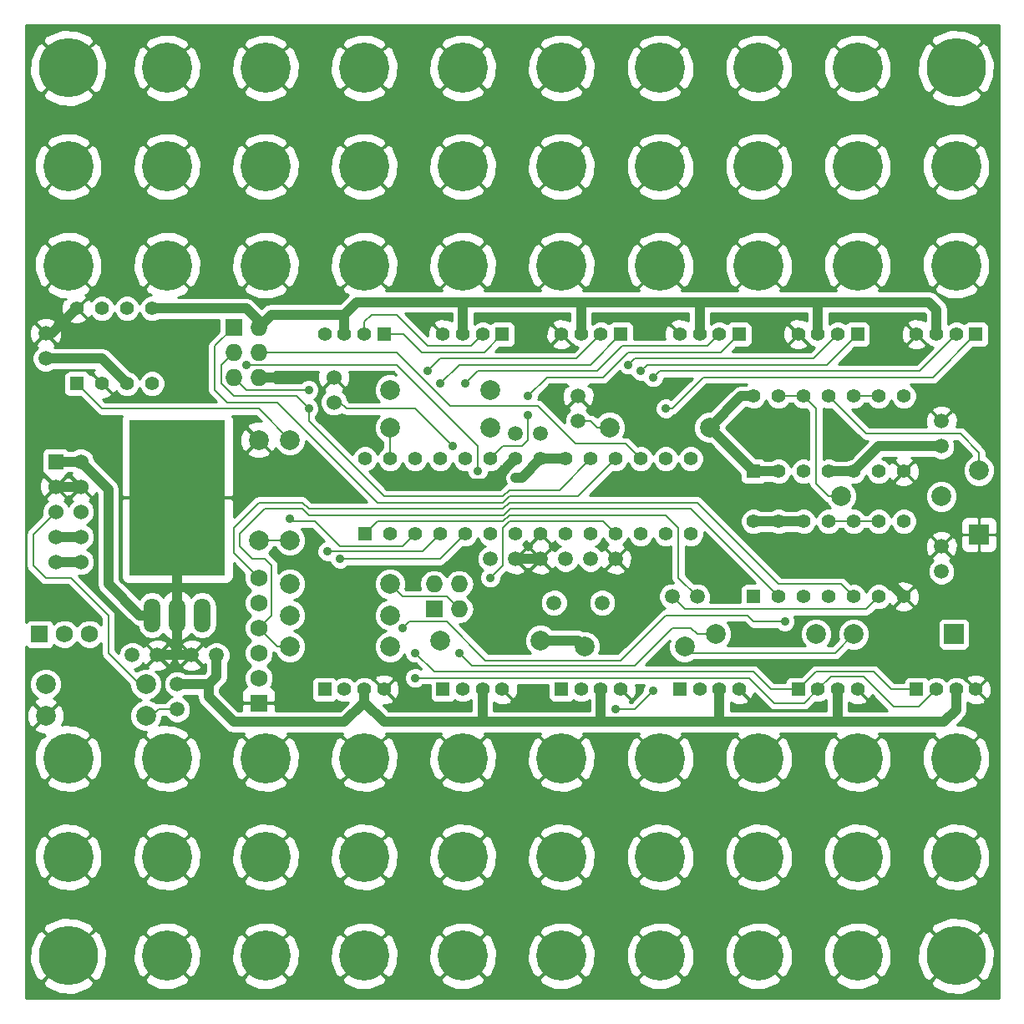
<source format=gbl>
%FSLAX36Y36*%
G04 Gerber Fmt 3.6, Leading zero omitted, Abs format (unit inch)*
G04 Created by KiCad (PCBNEW (2014-jul-16 BZR unknown)-product) date Sun 02 Nov 2014 04:51:11 PM PST*
%MOIN*%
G01*
G04 APERTURE LIST*
%ADD10C,0.003937*%
%ADD11C,0.059100*%
%ADD12C,0.078700*%
%ADD13R,0.078700X0.078700*%
%ADD14C,0.236220*%
%ADD15R,0.068000X0.068000*%
%ADD16C,0.068000*%
%ADD17R,0.060000X0.060000*%
%ADD18C,0.060000*%
%ADD19O,0.068000X0.068000*%
%ADD20O,0.066900X0.137800*%
%ADD21R,0.380000X0.620000*%
%ADD22R,0.055000X0.055000*%
%ADD23C,0.055000*%
%ADD24R,0.055118X0.055118*%
%ADD25C,0.055118*%
%ADD26C,0.200000*%
%ADD27C,0.035000*%
%ADD28C,0.040000*%
%ADD29C,0.008000*%
%ADD30C,0.010000*%
G04 APERTURE END LIST*
D10*
D11*
X2420866Y-4508858D03*
X2520866Y-4508858D03*
X2600000Y-4625000D03*
X2600000Y-4725000D03*
X2757087Y-4508858D03*
X2657087Y-4508858D03*
X4150000Y-4125000D03*
X4050000Y-4125000D03*
X4575000Y-4275000D03*
X4675000Y-4275000D03*
X4250000Y-4125000D03*
X4350000Y-4125000D03*
X4200000Y-3575000D03*
X4200000Y-3475000D03*
X2075000Y-3325000D03*
X2075000Y-3225000D03*
X4050000Y-3625000D03*
X3950000Y-3625000D03*
X3850000Y-4125000D03*
X3950000Y-4125000D03*
X5650000Y-4175000D03*
X5650000Y-4075000D03*
X5650000Y-3675000D03*
X5650000Y-3575000D03*
D12*
X5300000Y-4425000D03*
D13*
X5700000Y-4425000D03*
D14*
X2165354Y-2165354D03*
X5708661Y-2165354D03*
X2165354Y-5708661D03*
X5708661Y-5708661D03*
D15*
X2050000Y-4425000D03*
D16*
X2150000Y-4425000D03*
X2250000Y-4425000D03*
D17*
X2115354Y-3737008D03*
D18*
X2215354Y-3737008D03*
X2115354Y-3837008D03*
X2215354Y-3837008D03*
X2115354Y-3937008D03*
X2215354Y-3937008D03*
X2115354Y-4037008D03*
X2215354Y-4037008D03*
X2115354Y-4137008D03*
X2215354Y-4137008D03*
D15*
X2925000Y-4700000D03*
D16*
X2925000Y-4600000D03*
X2925000Y-4500000D03*
X2925000Y-4400000D03*
X2925000Y-4300000D03*
X2925000Y-4200000D03*
D15*
X2825000Y-3200000D03*
D19*
X2925000Y-3200000D03*
X2825000Y-3300000D03*
X2925000Y-3300000D03*
X2825000Y-3400000D03*
X2925000Y-3400000D03*
D12*
X3050000Y-4050000D03*
X3050000Y-3650000D03*
X2925000Y-3650000D03*
X2925000Y-4050000D03*
X3050000Y-4475000D03*
X3450000Y-4475000D03*
X3050000Y-4350000D03*
X3450000Y-4350000D03*
X4750000Y-4425000D03*
X5150000Y-4425000D03*
X4625000Y-4475000D03*
X4225000Y-4475000D03*
X5650000Y-3875000D03*
X5250000Y-3875000D03*
X4325000Y-3600000D03*
X4725000Y-3600000D03*
D13*
X5800000Y-4028000D03*
D12*
X5800000Y-3772000D03*
D20*
X2600000Y-4350000D03*
X2500000Y-4350000D03*
X2700000Y-4350000D03*
D21*
X2600000Y-3880000D03*
D22*
X4900000Y-4275000D03*
D23*
X5000000Y-4275000D03*
X5100000Y-4275000D03*
X5200000Y-4275000D03*
X5300000Y-4275000D03*
X5400000Y-4275000D03*
X5500000Y-4275000D03*
X5500000Y-3975000D03*
X5400000Y-3975000D03*
X5300000Y-3975000D03*
X5200000Y-3975000D03*
X5100000Y-3975000D03*
X5000000Y-3975000D03*
X4900000Y-3975000D03*
D22*
X2200000Y-3425000D03*
D23*
X2300000Y-3425000D03*
X2400000Y-3425000D03*
X2500000Y-3425000D03*
X2500000Y-3125000D03*
X2400000Y-3125000D03*
X2300000Y-3125000D03*
X2200000Y-3125000D03*
D22*
X4900000Y-3775000D03*
D23*
X5000000Y-3775000D03*
X5100000Y-3775000D03*
X5200000Y-3775000D03*
X5300000Y-3775000D03*
X5400000Y-3775000D03*
X5500000Y-3775000D03*
X5500000Y-3475000D03*
X5400000Y-3475000D03*
X5300000Y-3475000D03*
X5200000Y-3475000D03*
X5100000Y-3475000D03*
X5000000Y-3475000D03*
X4900000Y-3475000D03*
X3450000Y-4025000D03*
X3550000Y-4025000D03*
X3650000Y-4025000D03*
X3750000Y-4025000D03*
X3850000Y-4025000D03*
X3950000Y-4025000D03*
X4050000Y-4025000D03*
X4150000Y-4025000D03*
X4250000Y-4025000D03*
X4350000Y-4025000D03*
X4450000Y-4025000D03*
X4550000Y-4025000D03*
X4650000Y-4025000D03*
D22*
X3350000Y-4025000D03*
D23*
X4650000Y-3725000D03*
X4550000Y-3725000D03*
X4450000Y-3725000D03*
X4350000Y-3725000D03*
X4250000Y-3725000D03*
X4150000Y-3725000D03*
X4050000Y-3725000D03*
X3950000Y-3725000D03*
X3850000Y-3725000D03*
X3750000Y-3725000D03*
X3650000Y-3725000D03*
X3550000Y-3725000D03*
X3450000Y-3725000D03*
X3350000Y-3725000D03*
D11*
X4103900Y-4300000D03*
X4296100Y-4300000D03*
D24*
X3188976Y-4645669D03*
D25*
X3267717Y-4645669D03*
X3346457Y-4645669D03*
X3425197Y-4645669D03*
D24*
X3661417Y-4645669D03*
D25*
X3740157Y-4645669D03*
X3818898Y-4645669D03*
X3897638Y-4645669D03*
D24*
X4133858Y-4645669D03*
D25*
X4212598Y-4645669D03*
X4291339Y-4645669D03*
X4370079Y-4645669D03*
D24*
X4606299Y-4645669D03*
D25*
X4685039Y-4645669D03*
X4763780Y-4645669D03*
X4842520Y-4645669D03*
D24*
X5078740Y-4645669D03*
D25*
X5157480Y-4645669D03*
X5236220Y-4645669D03*
X5314961Y-4645669D03*
D24*
X5551181Y-4645669D03*
D25*
X5629921Y-4645669D03*
X5708661Y-4645669D03*
X5787402Y-4645669D03*
D24*
X3897638Y-3228346D03*
D25*
X3818898Y-3228346D03*
X3740157Y-3228346D03*
X3661417Y-3228346D03*
D24*
X3425197Y-3228346D03*
D25*
X3346457Y-3228346D03*
X3267717Y-3228346D03*
X3188976Y-3228346D03*
D24*
X4370079Y-3228346D03*
D25*
X4291339Y-3228346D03*
X4212598Y-3228346D03*
X4133858Y-3228346D03*
D24*
X4842520Y-3228346D03*
D25*
X4763780Y-3228346D03*
X4685039Y-3228346D03*
X4606299Y-3228346D03*
D24*
X5314961Y-3228346D03*
D25*
X5236220Y-3228346D03*
X5157480Y-3228346D03*
X5078740Y-3228346D03*
D24*
X5787402Y-3228346D03*
D25*
X5708661Y-3228346D03*
X5629921Y-3228346D03*
X5551181Y-3228346D03*
D12*
X3450000Y-3450000D03*
X3850000Y-3450000D03*
X3450000Y-3600000D03*
X3850000Y-3600000D03*
D26*
X2559055Y-2165354D03*
X2952756Y-2165354D03*
X3346457Y-2165354D03*
X3740157Y-2165354D03*
X4133858Y-2165354D03*
X4527559Y-2165354D03*
X4921260Y-2165354D03*
X5314961Y-2165354D03*
X2165354Y-2559055D03*
X2559055Y-2559055D03*
X2952756Y-2559055D03*
X3346457Y-2559055D03*
X3740157Y-2559055D03*
X4133858Y-2559055D03*
X4527559Y-2559055D03*
X4921260Y-2559055D03*
X5314961Y-2559055D03*
X5708661Y-2559055D03*
X2165354Y-2952756D03*
X2559055Y-2952756D03*
X2952756Y-2952756D03*
X3346457Y-2952756D03*
X3740157Y-2952756D03*
X4133858Y-2952756D03*
X4527559Y-2952756D03*
X4921260Y-2952756D03*
X5314961Y-2952756D03*
X5708661Y-2952756D03*
X2165354Y-4921260D03*
X2559055Y-4921260D03*
X2952756Y-4921260D03*
X3346457Y-4921260D03*
X3740157Y-4921260D03*
X4133858Y-4921260D03*
X4527559Y-4921260D03*
X4921260Y-4921260D03*
X5314961Y-4921260D03*
X5708661Y-4921260D03*
X2165354Y-5314961D03*
X2559055Y-5314961D03*
X2952756Y-5314961D03*
X3346457Y-5314961D03*
X3740157Y-5314961D03*
X4133858Y-5314961D03*
X4527559Y-5314961D03*
X4921260Y-5314961D03*
X5314961Y-5314961D03*
X5708661Y-5314961D03*
X2559055Y-5708661D03*
X2952756Y-5708661D03*
X3346457Y-5708661D03*
X3740157Y-5708661D03*
X4133858Y-5708661D03*
X4527559Y-5708661D03*
X4921260Y-5708661D03*
X5314961Y-5708661D03*
D12*
X2075000Y-4750000D03*
X2475000Y-4750000D03*
X2475000Y-4625000D03*
X2075000Y-4625000D03*
D18*
X3225000Y-3500000D03*
X3225000Y-3400000D03*
D15*
X3625000Y-4325000D03*
D19*
X3625000Y-4225000D03*
X3725000Y-4325000D03*
X3725000Y-4225000D03*
D12*
X3450000Y-4225000D03*
X3050000Y-4225000D03*
X3650000Y-4450000D03*
X4050000Y-4450000D03*
D27*
X5025000Y-4150000D03*
X4650000Y-4125000D03*
X4775000Y-4125000D03*
X4900000Y-4050000D03*
X5100000Y-3675000D03*
X4900000Y-3625000D03*
X5225000Y-3675000D03*
X3875000Y-3800000D03*
X3675000Y-3825000D03*
X3075000Y-3400000D03*
X4050000Y-4125000D03*
X3125000Y-3450000D03*
X3200000Y-4095000D03*
X3250000Y-4125000D03*
X3850000Y-4200000D03*
X4500000Y-4650000D03*
X4350000Y-4725000D03*
X3550000Y-4500000D03*
X3550000Y-4600000D03*
X3650000Y-3425000D03*
X3600000Y-3375000D03*
X4000000Y-3475000D03*
X4000000Y-3550000D03*
X3750000Y-3425000D03*
X4450000Y-3375000D03*
X3125000Y-3525000D03*
X4400000Y-3350000D03*
X4550000Y-3525000D03*
X4500000Y-3400000D03*
X3050000Y-3965000D03*
X3800000Y-3775000D03*
X2875000Y-3350000D03*
X3725000Y-4500000D03*
X5025000Y-4375000D03*
X3500000Y-4400000D03*
X3950000Y-3800000D03*
X3700000Y-3675000D03*
D28*
X5025000Y-4150000D02*
X5000000Y-4150000D01*
X5375000Y-4150000D02*
X5025000Y-4150000D01*
X5500000Y-4275000D02*
X5375000Y-4150000D01*
X4775000Y-4125000D02*
X4650000Y-4125000D01*
X5000000Y-4150000D02*
X4900000Y-4050000D01*
X5050000Y-3625000D02*
X5100000Y-3675000D01*
X4900000Y-3625000D02*
X5050000Y-3625000D01*
X3875000Y-3800000D02*
X3850000Y-3825000D01*
X3950000Y-3725000D02*
X3875000Y-3800000D01*
X3850000Y-3825000D02*
X3675000Y-3825000D01*
X2115354Y-3837008D02*
X2215354Y-3837008D01*
X3075000Y-3400000D02*
X2925000Y-3400000D01*
X3950000Y-4125000D02*
X4050000Y-4125000D01*
X2075000Y-3225000D02*
X2100000Y-3225000D01*
X2100000Y-3225000D02*
X2200000Y-3125000D01*
X2600000Y-4508858D02*
X2657087Y-4508858D01*
X2520866Y-4508858D02*
X2600000Y-4508858D01*
X2600000Y-4350000D02*
X2600000Y-4508858D01*
X2600000Y-4350000D02*
X2600000Y-3690000D01*
X2562362Y-3690000D02*
X2600000Y-3690000D01*
X2215354Y-3737008D02*
X2325000Y-3846654D01*
X2450000Y-4350000D02*
X2500000Y-4350000D01*
X2325000Y-4225000D02*
X2450000Y-4350000D01*
X2325000Y-3846654D02*
X2325000Y-4225000D01*
X2115354Y-3737008D02*
X2215354Y-3737008D01*
D29*
X2475000Y-4750000D02*
X2500000Y-4750000D01*
X2500000Y-4750000D02*
X2525000Y-4725000D01*
X2525000Y-4725000D02*
X2600000Y-4725000D01*
X4575000Y-4275000D02*
X4625000Y-4325000D01*
X5350000Y-4325000D02*
X5400000Y-4275000D01*
X4625000Y-4325000D02*
X5350000Y-4325000D01*
X3925000Y-3950000D02*
X3900000Y-3975000D01*
X3900000Y-3975000D02*
X3400000Y-3975000D01*
X2875000Y-3450000D02*
X3125000Y-3450000D01*
X3350000Y-4025000D02*
X3400000Y-3975000D01*
X4600000Y-4200000D02*
X4675000Y-4275000D01*
X4600000Y-4000000D02*
X4600000Y-4200000D01*
X4550000Y-3950000D02*
X4600000Y-4000000D01*
X3925000Y-3950000D02*
X4550000Y-3950000D01*
X4625000Y-4475000D02*
X4650000Y-4500000D01*
X4650000Y-4500000D02*
X5225000Y-4500000D01*
X5225000Y-4500000D02*
X5300000Y-4425000D01*
X5200000Y-3475000D02*
X5350000Y-3625000D01*
X5800000Y-3700000D02*
X5800000Y-3772000D01*
X5725000Y-3625000D02*
X5800000Y-3700000D01*
X5350000Y-3625000D02*
X5725000Y-3625000D01*
X2825000Y-3400000D02*
X2875000Y-3450000D01*
X4200000Y-3575000D02*
X4250000Y-3575000D01*
X4275000Y-3600000D02*
X4325000Y-3600000D01*
X4250000Y-3575000D02*
X4275000Y-3600000D01*
X2475000Y-4625000D02*
X2450000Y-4625000D01*
X2450000Y-4625000D02*
X2325000Y-4500000D01*
X2325000Y-4500000D02*
X2325000Y-4350000D01*
X2325000Y-4350000D02*
X2175000Y-4200000D01*
X2175000Y-4200000D02*
X2075000Y-4200000D01*
X2075000Y-4200000D02*
X2025000Y-4150000D01*
X2025000Y-4150000D02*
X2025000Y-4027362D01*
X2025000Y-4027362D02*
X2115354Y-3937008D01*
D28*
X2115354Y-4037008D02*
X2215354Y-4037008D01*
X2115354Y-4137008D02*
X2215354Y-4137008D01*
D29*
X2950000Y-4125000D02*
X2975000Y-4150000D01*
X2975000Y-4350000D02*
X2925000Y-4400000D01*
X2975000Y-4150000D02*
X2975000Y-4350000D01*
X3050000Y-4475000D02*
X3000000Y-4475000D01*
X3000000Y-4475000D02*
X2925000Y-4400000D01*
X3925000Y-3925000D02*
X3925000Y-3927372D01*
X3125000Y-3950000D02*
X3100000Y-3925000D01*
X3902372Y-3950000D02*
X3125000Y-3950000D01*
X3925000Y-3927372D02*
X3902372Y-3950000D01*
X2950000Y-4125000D02*
X2900000Y-4125000D01*
X2900000Y-4125000D02*
X2850000Y-4075000D01*
X2850000Y-4075000D02*
X2850000Y-4025000D01*
X2850000Y-4025000D02*
X2950000Y-3925000D01*
X2950000Y-3925000D02*
X3100000Y-3925000D01*
X4650000Y-3925000D02*
X5000000Y-4275000D01*
X3925000Y-3925000D02*
X4650000Y-3925000D01*
X3050000Y-4050000D02*
X2925000Y-4050000D01*
X3925000Y-3900000D02*
X3900000Y-3925000D01*
X3125000Y-3925000D02*
X3100000Y-3900000D01*
X3900000Y-3925000D02*
X3125000Y-3925000D01*
X2925000Y-4200000D02*
X2825000Y-4100000D01*
X2925000Y-3900000D02*
X3100000Y-3900000D01*
X2825000Y-4000000D02*
X2925000Y-3900000D01*
X2825000Y-4100000D02*
X2825000Y-4000000D01*
X5250000Y-4225000D02*
X5300000Y-4275000D01*
X5000000Y-4225000D02*
X5250000Y-4225000D01*
X4675000Y-3900000D02*
X5000000Y-4225000D01*
X3925000Y-3900000D02*
X4675000Y-3900000D01*
X3580000Y-4095000D02*
X3650000Y-4025000D01*
X3200000Y-4095000D02*
X3580000Y-4095000D01*
X3650000Y-4125000D02*
X3750000Y-4025000D01*
X3250000Y-4125000D02*
X3650000Y-4125000D01*
X4350000Y-4025000D02*
X4300000Y-3975000D01*
X3900000Y-4150000D02*
X3850000Y-4200000D01*
X3900000Y-4000000D02*
X3900000Y-4150000D01*
X3925000Y-3975000D02*
X3900000Y-4000000D01*
X4300000Y-3975000D02*
X3925000Y-3975000D01*
X4425000Y-4725000D02*
X4500000Y-4650000D01*
X4350000Y-4725000D02*
X4425000Y-4725000D01*
X3550000Y-4500000D02*
X3625000Y-4575000D01*
X5078740Y-4645669D02*
X4970669Y-4645669D01*
X4900000Y-4575000D02*
X3625000Y-4575000D01*
X4970669Y-4645669D02*
X4900000Y-4575000D01*
X5551181Y-4645669D02*
X5450669Y-4645669D01*
X5149409Y-4575000D02*
X5078740Y-4645669D01*
X5380000Y-4575000D02*
X5149409Y-4575000D01*
X5450669Y-4645669D02*
X5380000Y-4575000D01*
X3425197Y-3228346D02*
X3503346Y-3228346D01*
X3825984Y-3300000D02*
X3897638Y-3228346D01*
X3575000Y-3300000D02*
X3825984Y-3300000D01*
X3503346Y-3228346D02*
X3575000Y-3300000D01*
X3450000Y-3725000D02*
X3450000Y-3600000D01*
X5103150Y-4700000D02*
X5157480Y-4645669D01*
X4982372Y-4700000D02*
X5103150Y-4700000D01*
X4882372Y-4600000D02*
X4982372Y-4700000D01*
X3550000Y-4600000D02*
X4882372Y-4600000D01*
X5157480Y-4645669D02*
X5208150Y-4595000D01*
X5208150Y-4595000D02*
X5340000Y-4595000D01*
X5340000Y-4595000D02*
X5460000Y-4715000D01*
X5460000Y-4715000D02*
X5560591Y-4715000D01*
X5560591Y-4715000D02*
X5629921Y-4645669D01*
X3346457Y-3228346D02*
X3346457Y-3178543D01*
X3346457Y-3178543D02*
X3375000Y-3150000D01*
X3375000Y-3150000D02*
X3475000Y-3150000D01*
X3475000Y-3150000D02*
X3600000Y-3275000D01*
X3600000Y-3275000D02*
X3772244Y-3275000D01*
X3772244Y-3275000D02*
X3818898Y-3228346D01*
X4370079Y-3228346D02*
X4248425Y-3350000D01*
X3725000Y-3350000D02*
X3650000Y-3425000D01*
X4248425Y-3350000D02*
X3725000Y-3350000D01*
X4291339Y-3228346D02*
X4194685Y-3325000D01*
X3650000Y-3325000D02*
X3600000Y-3375000D01*
X4194685Y-3325000D02*
X3650000Y-3325000D01*
X3850000Y-3725000D02*
X3900000Y-3675000D01*
X4000000Y-3475000D02*
X4075000Y-3400000D01*
X4000000Y-3650000D02*
X4000000Y-3550000D01*
X3975000Y-3675000D02*
X4000000Y-3650000D01*
X3900000Y-3675000D02*
X3975000Y-3675000D01*
X4770866Y-3300000D02*
X4842520Y-3228346D01*
X4400000Y-3300000D02*
X4770866Y-3300000D01*
X4300000Y-3400000D02*
X4400000Y-3300000D01*
X4075000Y-3400000D02*
X4300000Y-3400000D01*
X4763780Y-3228346D02*
X4717126Y-3275000D01*
X4375000Y-3275000D02*
X4275000Y-3375000D01*
X4717126Y-3275000D02*
X4375000Y-3275000D01*
X3800000Y-3375000D02*
X4275000Y-3375000D01*
X3750000Y-3425000D02*
X3800000Y-3375000D01*
X3925000Y-3875000D02*
X3900000Y-3900000D01*
X3400000Y-3900000D02*
X3000000Y-3500000D01*
X3900000Y-3900000D02*
X3400000Y-3900000D01*
X2825000Y-3200000D02*
X2750000Y-3275000D01*
X4200000Y-3875000D02*
X4350000Y-3725000D01*
X3925000Y-3875000D02*
X4200000Y-3875000D01*
X2800000Y-3500000D02*
X3000000Y-3500000D01*
X2750000Y-3450000D02*
X2800000Y-3500000D01*
X2750000Y-3275000D02*
X2750000Y-3450000D01*
X5314961Y-3228346D02*
X5193307Y-3350000D01*
X5193307Y-3350000D02*
X4475000Y-3350000D01*
X4450000Y-3375000D02*
X4475000Y-3350000D01*
X3125000Y-3525000D02*
X3125000Y-3575000D01*
X3075000Y-3475000D02*
X2825000Y-3475000D01*
X3125000Y-3525000D02*
X3075000Y-3475000D01*
X3925000Y-3850000D02*
X3925000Y-3850000D01*
X3425000Y-3875000D02*
X3125000Y-3575000D01*
X3925000Y-3850000D02*
X3900000Y-3875000D01*
X3900000Y-3875000D02*
X3425000Y-3875000D01*
X4250000Y-3725000D02*
X4125000Y-3850000D01*
X2775000Y-3350000D02*
X2825000Y-3300000D01*
X2825000Y-3475000D02*
X2775000Y-3425000D01*
X2775000Y-3425000D02*
X2775000Y-3350000D01*
X4125000Y-3850000D02*
X3925000Y-3850000D01*
X5236220Y-3228346D02*
X5139567Y-3325000D01*
X5139567Y-3325000D02*
X4425000Y-3325000D01*
X4425000Y-3325000D02*
X4400000Y-3350000D01*
X4550000Y-3525000D02*
X4575000Y-3525000D01*
X4575000Y-3525000D02*
X4700000Y-3400000D01*
X5787402Y-3228346D02*
X5615748Y-3400000D01*
X5615748Y-3400000D02*
X4700000Y-3400000D01*
X3690000Y-3515000D02*
X3475000Y-3300000D01*
X3475000Y-3300000D02*
X2925000Y-3300000D01*
X4450000Y-3725000D02*
X4390000Y-3665000D01*
X4040000Y-3515000D02*
X3690000Y-3515000D01*
X4190000Y-3665000D02*
X4040000Y-3515000D01*
X4390000Y-3665000D02*
X4190000Y-3665000D01*
X5562008Y-3375000D02*
X5708661Y-3228346D01*
X4525000Y-3375000D02*
X5562008Y-3375000D01*
X4500000Y-3400000D02*
X4525000Y-3375000D01*
X3550000Y-4025000D02*
X3500000Y-4075000D01*
X3250000Y-4075000D02*
X3150000Y-3975000D01*
X3500000Y-4075000D02*
X3250000Y-4075000D01*
X3050000Y-3650000D02*
X2925000Y-3525000D01*
X2300000Y-3525000D02*
X2200000Y-3425000D01*
X2925000Y-3525000D02*
X2300000Y-3525000D01*
X3060000Y-3975000D02*
X3050000Y-3965000D01*
X3150000Y-3975000D02*
X3060000Y-3975000D01*
X3800000Y-3775000D02*
X3800000Y-3675000D01*
X3475000Y-3350000D02*
X2875000Y-3350000D01*
X3800000Y-3675000D02*
X3475000Y-3350000D01*
X3725000Y-4500000D02*
X3775000Y-4550000D01*
X4675000Y-4425000D02*
X4750000Y-4425000D01*
X4650000Y-4400000D02*
X4675000Y-4425000D01*
X5400000Y-3475000D02*
X5300000Y-3475000D01*
X4575000Y-4400000D02*
X4650000Y-4400000D01*
X4425000Y-4550000D02*
X4575000Y-4400000D01*
X3775000Y-4550000D02*
X4425000Y-4550000D01*
X5000000Y-3475000D02*
X5100000Y-3475000D01*
X5100000Y-3475000D02*
X5150000Y-3525000D01*
X5150000Y-3525000D02*
X5150000Y-3825000D01*
X5150000Y-3825000D02*
X5200000Y-3875000D01*
X5200000Y-3875000D02*
X5250000Y-3875000D01*
X4550000Y-4350000D02*
X4370000Y-4530000D01*
X3830000Y-4530000D02*
X3675000Y-4375000D01*
X4370000Y-4530000D02*
X3830000Y-4530000D01*
X4550000Y-4350000D02*
X4875000Y-4350000D01*
X4875000Y-4350000D02*
X4900000Y-4375000D01*
X4900000Y-4375000D02*
X5025000Y-4375000D01*
X3500000Y-4400000D02*
X3525000Y-4375000D01*
X3525000Y-4375000D02*
X3675000Y-4375000D01*
X5300000Y-3975000D02*
X5200000Y-3975000D01*
X5400000Y-3975000D02*
X5300000Y-3975000D01*
D28*
X4225000Y-4475000D02*
X4200000Y-4450000D01*
X4200000Y-4450000D02*
X4050000Y-4450000D01*
X4725000Y-3600000D02*
X4850000Y-3475000D01*
X4850000Y-3475000D02*
X4900000Y-3475000D01*
X4725000Y-3600000D02*
X4900000Y-3775000D01*
X4050000Y-3725000D02*
X3975000Y-3800000D01*
X3975000Y-3800000D02*
X3950000Y-3800000D01*
X4685039Y-3228346D02*
X4685039Y-3100000D01*
X4763780Y-4645669D02*
X4763780Y-4775000D01*
X5236220Y-4645669D02*
X5236220Y-4775000D01*
X4291339Y-4645669D02*
X4291339Y-4775000D01*
X3818898Y-4645669D02*
X3818898Y-4775000D01*
X5708661Y-4645669D02*
X5708661Y-4726339D01*
X5708661Y-4726339D02*
X5660000Y-4775000D01*
X5660000Y-4775000D02*
X5236220Y-4775000D01*
X3425000Y-4775000D02*
X3346457Y-4696457D01*
X5236220Y-4775000D02*
X4763780Y-4775000D01*
X4763780Y-4775000D02*
X4291339Y-4775000D01*
X4291339Y-4775000D02*
X3818898Y-4775000D01*
X3818898Y-4775000D02*
X3425000Y-4775000D01*
X5300000Y-3775000D02*
X5400000Y-3675000D01*
X5400000Y-3675000D02*
X5650000Y-3675000D01*
X5000000Y-3975000D02*
X4900000Y-3975000D01*
X5100000Y-3975000D02*
X5000000Y-3975000D01*
X5300000Y-3775000D02*
X5200000Y-3775000D01*
X5000000Y-3775000D02*
X4900000Y-3775000D01*
X4150000Y-3725000D02*
X4050000Y-3725000D01*
X3740157Y-3228346D02*
X3740157Y-3100000D01*
X4212598Y-3228346D02*
X4212598Y-3100000D01*
X5157480Y-3228346D02*
X5157480Y-3100000D01*
X3267717Y-3150000D02*
X3317717Y-3100000D01*
X5629921Y-3129921D02*
X5629921Y-3228346D01*
X5600000Y-3100000D02*
X5629921Y-3129921D01*
X3317717Y-3100000D02*
X3740157Y-3100000D01*
X3740157Y-3100000D02*
X4212598Y-3100000D01*
X4212598Y-3100000D02*
X4685039Y-3100000D01*
X4685039Y-3100000D02*
X5157480Y-3100000D01*
X5157480Y-3100000D02*
X5600000Y-3100000D01*
X2075000Y-3325000D02*
X2300000Y-3325000D01*
X2300000Y-3325000D02*
X2400000Y-3425000D01*
X3267717Y-3228346D02*
X3267717Y-3150000D01*
X2925000Y-3200000D02*
X2975000Y-3150000D01*
X2975000Y-3150000D02*
X3267717Y-3150000D01*
X2925000Y-3200000D02*
X2925000Y-3175000D01*
X2925000Y-3175000D02*
X2875000Y-3125000D01*
X2875000Y-3125000D02*
X2500000Y-3125000D01*
X3346457Y-4696457D02*
X3267913Y-4775000D01*
X3267913Y-4775000D02*
X2825000Y-4775000D01*
X2825000Y-4775000D02*
X2725000Y-4675000D01*
X2725000Y-4675000D02*
X2725000Y-4625000D01*
X2757087Y-4508858D02*
X2757087Y-4592913D01*
X2757087Y-4592913D02*
X2725000Y-4625000D01*
X2725000Y-4625000D02*
X2600000Y-4625000D01*
X3346457Y-4645669D02*
X3346457Y-4696457D01*
D29*
X3225000Y-3500000D02*
X3250000Y-3500000D01*
X3250000Y-3500000D02*
X3275000Y-3525000D01*
X3550000Y-3525000D02*
X3700000Y-3675000D01*
X3275000Y-3525000D02*
X3550000Y-3525000D01*
X3725000Y-4325000D02*
X3675000Y-4275000D01*
X3500000Y-4275000D02*
X3450000Y-4225000D01*
X3550000Y-4275000D02*
X3500000Y-4275000D01*
X3675000Y-4275000D02*
X3550000Y-4275000D01*
D30*
G36*
X3190947Y-3228903D02*
X3189533Y-3230317D01*
X3188976Y-3229761D01*
X3188420Y-3230317D01*
X3187005Y-3228903D01*
X3187562Y-3228346D01*
X3187005Y-3227790D01*
X3188420Y-3226375D01*
X3188976Y-3226932D01*
X3189533Y-3226375D01*
X3190947Y-3227790D01*
X3190391Y-3228346D01*
X3190947Y-3228903D01*
X3190947Y-3228903D01*
G37*
X3190947Y-3228903D02*
X3189533Y-3230317D01*
X3188976Y-3229761D01*
X3188420Y-3230317D01*
X3187005Y-3228903D01*
X3187562Y-3228346D01*
X3187005Y-3227790D01*
X3188420Y-3226375D01*
X3188976Y-3226932D01*
X3189533Y-3226375D01*
X3190947Y-3227790D01*
X3190391Y-3228346D01*
X3190947Y-3228903D01*
G36*
X3474472Y-3390485D02*
X3462856Y-3385661D01*
X3437256Y-3385639D01*
X3413596Y-3395415D01*
X3395479Y-3413501D01*
X3385661Y-3437144D01*
X3385639Y-3462744D01*
X3395415Y-3486404D01*
X3404994Y-3496000D01*
X3287012Y-3496000D01*
X3279932Y-3488919D01*
X3271654Y-3468886D01*
X3259244Y-3456454D01*
X3260476Y-3455978D01*
X3263141Y-3454198D01*
X3264962Y-3441376D01*
X3225000Y-3401414D01*
X3185038Y-3441376D01*
X3186859Y-3454198D01*
X3191135Y-3456092D01*
X3178400Y-3468804D01*
X3170010Y-3489012D01*
X3169990Y-3510892D01*
X3178346Y-3531114D01*
X3193804Y-3546600D01*
X3214012Y-3554990D01*
X3235892Y-3555010D01*
X3256114Y-3546654D01*
X3256153Y-3546615D01*
X3263902Y-3551793D01*
X3263902Y-3551793D01*
X3275000Y-3554000D01*
X3404996Y-3554000D01*
X3395479Y-3563501D01*
X3385661Y-3587144D01*
X3385639Y-3612744D01*
X3395415Y-3636404D01*
X3413501Y-3654521D01*
X3421000Y-3657635D01*
X3421000Y-3680177D01*
X3420300Y-3680467D01*
X3405519Y-3695222D01*
X3399996Y-3708521D01*
X3394533Y-3695300D01*
X3379778Y-3680519D01*
X3360489Y-3672509D01*
X3339603Y-3672491D01*
X3320300Y-3680467D01*
X3305519Y-3695222D01*
X3299861Y-3708848D01*
X3154000Y-3562988D01*
X3154000Y-3556102D01*
X3161009Y-3549106D01*
X3167493Y-3533491D01*
X3167507Y-3516583D01*
X3161051Y-3500957D01*
X3149106Y-3488991D01*
X3145525Y-3487504D01*
X3149043Y-3486051D01*
X3161009Y-3474106D01*
X3167493Y-3458491D01*
X3167507Y-3441583D01*
X3161051Y-3425957D01*
X3149106Y-3413991D01*
X3133491Y-3407507D01*
X3116583Y-3407493D01*
X3100957Y-3413949D01*
X3093894Y-3421000D01*
X2989433Y-3421000D01*
X2992987Y-3411781D01*
X2985243Y-3401000D01*
X2926000Y-3401000D01*
X2926000Y-3401787D01*
X2924000Y-3401787D01*
X2924000Y-3401000D01*
X2923213Y-3401000D01*
X2923213Y-3399000D01*
X2924000Y-3399000D01*
X2924000Y-3398213D01*
X2926000Y-3398213D01*
X2926000Y-3399000D01*
X2985243Y-3399000D01*
X2992987Y-3388219D01*
X2989433Y-3379000D01*
X3163211Y-3379000D01*
X3160332Y-3385503D01*
X3159706Y-3411354D01*
X3169022Y-3435476D01*
X3170802Y-3438141D01*
X3183624Y-3439962D01*
X3223586Y-3400000D01*
X3223029Y-3399443D01*
X3224443Y-3398029D01*
X3225000Y-3398586D01*
X3225557Y-3398029D01*
X3226971Y-3399443D01*
X3226414Y-3400000D01*
X3266376Y-3439962D01*
X3279198Y-3438141D01*
X3289668Y-3414497D01*
X3290294Y-3388646D01*
X3286569Y-3379000D01*
X3462988Y-3379000D01*
X3474472Y-3390485D01*
X3474472Y-3390485D01*
G37*
X3474472Y-3390485D02*
X3462856Y-3385661D01*
X3437256Y-3385639D01*
X3413596Y-3395415D01*
X3395479Y-3413501D01*
X3385661Y-3437144D01*
X3385639Y-3462744D01*
X3395415Y-3486404D01*
X3404994Y-3496000D01*
X3287012Y-3496000D01*
X3279932Y-3488919D01*
X3271654Y-3468886D01*
X3259244Y-3456454D01*
X3260476Y-3455978D01*
X3263141Y-3454198D01*
X3264962Y-3441376D01*
X3225000Y-3401414D01*
X3185038Y-3441376D01*
X3186859Y-3454198D01*
X3191135Y-3456092D01*
X3178400Y-3468804D01*
X3170010Y-3489012D01*
X3169990Y-3510892D01*
X3178346Y-3531114D01*
X3193804Y-3546600D01*
X3214012Y-3554990D01*
X3235892Y-3555010D01*
X3256114Y-3546654D01*
X3256153Y-3546615D01*
X3263902Y-3551793D01*
X3263902Y-3551793D01*
X3275000Y-3554000D01*
X3404996Y-3554000D01*
X3395479Y-3563501D01*
X3385661Y-3587144D01*
X3385639Y-3612744D01*
X3395415Y-3636404D01*
X3413501Y-3654521D01*
X3421000Y-3657635D01*
X3421000Y-3680177D01*
X3420300Y-3680467D01*
X3405519Y-3695222D01*
X3399996Y-3708521D01*
X3394533Y-3695300D01*
X3379778Y-3680519D01*
X3360489Y-3672509D01*
X3339603Y-3672491D01*
X3320300Y-3680467D01*
X3305519Y-3695222D01*
X3299861Y-3708848D01*
X3154000Y-3562988D01*
X3154000Y-3556102D01*
X3161009Y-3549106D01*
X3167493Y-3533491D01*
X3167507Y-3516583D01*
X3161051Y-3500957D01*
X3149106Y-3488991D01*
X3145525Y-3487504D01*
X3149043Y-3486051D01*
X3161009Y-3474106D01*
X3167493Y-3458491D01*
X3167507Y-3441583D01*
X3161051Y-3425957D01*
X3149106Y-3413991D01*
X3133491Y-3407507D01*
X3116583Y-3407493D01*
X3100957Y-3413949D01*
X3093894Y-3421000D01*
X2989433Y-3421000D01*
X2992987Y-3411781D01*
X2985243Y-3401000D01*
X2926000Y-3401000D01*
X2926000Y-3401787D01*
X2924000Y-3401787D01*
X2924000Y-3401000D01*
X2923213Y-3401000D01*
X2923213Y-3399000D01*
X2924000Y-3399000D01*
X2924000Y-3398213D01*
X2926000Y-3398213D01*
X2926000Y-3399000D01*
X2985243Y-3399000D01*
X2992987Y-3388219D01*
X2989433Y-3379000D01*
X3163211Y-3379000D01*
X3160332Y-3385503D01*
X3159706Y-3411354D01*
X3169022Y-3435476D01*
X3170802Y-3438141D01*
X3183624Y-3439962D01*
X3223586Y-3400000D01*
X3223029Y-3399443D01*
X3224443Y-3398029D01*
X3225000Y-3398586D01*
X3225557Y-3398029D01*
X3226971Y-3399443D01*
X3226414Y-3400000D01*
X3266376Y-3439962D01*
X3279198Y-3438141D01*
X3289668Y-3414497D01*
X3290294Y-3388646D01*
X3286569Y-3379000D01*
X3462988Y-3379000D01*
X3474472Y-3390485D01*
G36*
X3695157Y-3174863D02*
X3675333Y-3166098D01*
X3650453Y-3165511D01*
X3627241Y-3174490D01*
X3624739Y-3176162D01*
X3623215Y-3188730D01*
X3661417Y-3226932D01*
X3661974Y-3226375D01*
X3663388Y-3227790D01*
X3662832Y-3228346D01*
X3663388Y-3228903D01*
X3661974Y-3230317D01*
X3661417Y-3229761D01*
X3660861Y-3230317D01*
X3659446Y-3228903D01*
X3660003Y-3228346D01*
X3621801Y-3190145D01*
X3609233Y-3191668D01*
X3599169Y-3214430D01*
X3598738Y-3232725D01*
X3511012Y-3145000D01*
X3695157Y-3145000D01*
X3695157Y-3174863D01*
X3695157Y-3174863D01*
G37*
X3695157Y-3174863D02*
X3675333Y-3166098D01*
X3650453Y-3165511D01*
X3627241Y-3174490D01*
X3624739Y-3176162D01*
X3623215Y-3188730D01*
X3661417Y-3226932D01*
X3661974Y-3226375D01*
X3663388Y-3227790D01*
X3662832Y-3228346D01*
X3663388Y-3228903D01*
X3661974Y-3230317D01*
X3661417Y-3229761D01*
X3660861Y-3230317D01*
X3659446Y-3228903D01*
X3660003Y-3228346D01*
X3621801Y-3190145D01*
X3609233Y-3191668D01*
X3599169Y-3214430D01*
X3598738Y-3232725D01*
X3511012Y-3145000D01*
X3695157Y-3145000D01*
X3695157Y-3174863D01*
G36*
X3951971Y-3625557D02*
X3950557Y-3626971D01*
X3950000Y-3626414D01*
X3949443Y-3626971D01*
X3948029Y-3625557D01*
X3948586Y-3625000D01*
X3948029Y-3624443D01*
X3949443Y-3623029D01*
X3950000Y-3623586D01*
X3950557Y-3623029D01*
X3951971Y-3624443D01*
X3951414Y-3625000D01*
X3951971Y-3625557D01*
X3951971Y-3625557D01*
G37*
X3951971Y-3625557D02*
X3950557Y-3626971D01*
X3950000Y-3626414D01*
X3949443Y-3626971D01*
X3948029Y-3625557D01*
X3948586Y-3625000D01*
X3948029Y-3624443D01*
X3949443Y-3623029D01*
X3950000Y-3623586D01*
X3950557Y-3623029D01*
X3951971Y-3624443D01*
X3951414Y-3625000D01*
X3951971Y-3625557D01*
G36*
X3951971Y-3725557D02*
X3950557Y-3726971D01*
X3950000Y-3726414D01*
X3911841Y-3764573D01*
X3913180Y-3775664D01*
X3908425Y-3782779D01*
X3905000Y-3800000D01*
X3908425Y-3817221D01*
X3912881Y-3823890D01*
X3904494Y-3829494D01*
X3887988Y-3846000D01*
X3437012Y-3846000D01*
X3366146Y-3775134D01*
X3379700Y-3769533D01*
X3394481Y-3754778D01*
X3400004Y-3741478D01*
X3405467Y-3754700D01*
X3420222Y-3769481D01*
X3439511Y-3777491D01*
X3460397Y-3777509D01*
X3479700Y-3769533D01*
X3494481Y-3754778D01*
X3500004Y-3741478D01*
X3505467Y-3754700D01*
X3520222Y-3769481D01*
X3539511Y-3777491D01*
X3560397Y-3777509D01*
X3579700Y-3769533D01*
X3594481Y-3754778D01*
X3600004Y-3741478D01*
X3605467Y-3754700D01*
X3620222Y-3769481D01*
X3639511Y-3777491D01*
X3660397Y-3777509D01*
X3679700Y-3769533D01*
X3694481Y-3754778D01*
X3700004Y-3741478D01*
X3705467Y-3754700D01*
X3720222Y-3769481D01*
X3739511Y-3777491D01*
X3757498Y-3777507D01*
X3757493Y-3783417D01*
X3763949Y-3799043D01*
X3775894Y-3811009D01*
X3791509Y-3817493D01*
X3808417Y-3817507D01*
X3824043Y-3811051D01*
X3836009Y-3799106D01*
X3842493Y-3783491D01*
X3842498Y-3777493D01*
X3860397Y-3777509D01*
X3879700Y-3769533D01*
X3894481Y-3754778D01*
X3894494Y-3754747D01*
X3896195Y-3759145D01*
X3897864Y-3761643D01*
X3910427Y-3763159D01*
X3948586Y-3725000D01*
X3948029Y-3724443D01*
X3949443Y-3723029D01*
X3950000Y-3723586D01*
X3950557Y-3723029D01*
X3951971Y-3724443D01*
X3951414Y-3725000D01*
X3951971Y-3725557D01*
X3951971Y-3725557D01*
G37*
X3951971Y-3725557D02*
X3950557Y-3726971D01*
X3950000Y-3726414D01*
X3911841Y-3764573D01*
X3913180Y-3775664D01*
X3908425Y-3782779D01*
X3905000Y-3800000D01*
X3908425Y-3817221D01*
X3912881Y-3823890D01*
X3904494Y-3829494D01*
X3887988Y-3846000D01*
X3437012Y-3846000D01*
X3366146Y-3775134D01*
X3379700Y-3769533D01*
X3394481Y-3754778D01*
X3400004Y-3741478D01*
X3405467Y-3754700D01*
X3420222Y-3769481D01*
X3439511Y-3777491D01*
X3460397Y-3777509D01*
X3479700Y-3769533D01*
X3494481Y-3754778D01*
X3500004Y-3741478D01*
X3505467Y-3754700D01*
X3520222Y-3769481D01*
X3539511Y-3777491D01*
X3560397Y-3777509D01*
X3579700Y-3769533D01*
X3594481Y-3754778D01*
X3600004Y-3741478D01*
X3605467Y-3754700D01*
X3620222Y-3769481D01*
X3639511Y-3777491D01*
X3660397Y-3777509D01*
X3679700Y-3769533D01*
X3694481Y-3754778D01*
X3700004Y-3741478D01*
X3705467Y-3754700D01*
X3720222Y-3769481D01*
X3739511Y-3777491D01*
X3757498Y-3777507D01*
X3757493Y-3783417D01*
X3763949Y-3799043D01*
X3775894Y-3811009D01*
X3791509Y-3817493D01*
X3808417Y-3817507D01*
X3824043Y-3811051D01*
X3836009Y-3799106D01*
X3842493Y-3783491D01*
X3842498Y-3777493D01*
X3860397Y-3777509D01*
X3879700Y-3769533D01*
X3894481Y-3754778D01*
X3894494Y-3754747D01*
X3896195Y-3759145D01*
X3897864Y-3761643D01*
X3910427Y-3763159D01*
X3948586Y-3725000D01*
X3948029Y-3724443D01*
X3949443Y-3723029D01*
X3950000Y-3723586D01*
X3950557Y-3723029D01*
X3951971Y-3724443D01*
X3951414Y-3725000D01*
X3951971Y-3725557D01*
G36*
X4199044Y-3279628D02*
X4182673Y-3296000D01*
X4172060Y-3296000D01*
X4172060Y-3267963D01*
X4133858Y-3229761D01*
X4132444Y-3231175D01*
X4132444Y-3228346D01*
X4094242Y-3190145D01*
X4081674Y-3191668D01*
X4071610Y-3214430D01*
X4071023Y-3239311D01*
X4080002Y-3262522D01*
X4081674Y-3265025D01*
X4094242Y-3266548D01*
X4132444Y-3228346D01*
X4132444Y-3231175D01*
X4095656Y-3267963D01*
X4097180Y-3280531D01*
X4119942Y-3290595D01*
X4144823Y-3291182D01*
X4168034Y-3282203D01*
X4170536Y-3280531D01*
X4172060Y-3267963D01*
X4172060Y-3296000D01*
X3870996Y-3296000D01*
X3886091Y-3280906D01*
X3930170Y-3280906D01*
X3939358Y-3277099D01*
X3946391Y-3270067D01*
X3950197Y-3260878D01*
X3950197Y-3250933D01*
X3950197Y-3195815D01*
X3946391Y-3186626D01*
X3939358Y-3179593D01*
X3930170Y-3175787D01*
X3920224Y-3175787D01*
X3865106Y-3175787D01*
X3855917Y-3179593D01*
X3850201Y-3185310D01*
X3848709Y-3183815D01*
X3829398Y-3175797D01*
X3808489Y-3175778D01*
X3789164Y-3183763D01*
X3785157Y-3187763D01*
X3785157Y-3145000D01*
X4167598Y-3145000D01*
X4167598Y-3174863D01*
X4147774Y-3166098D01*
X4122894Y-3165511D01*
X4099682Y-3174490D01*
X4097180Y-3176162D01*
X4095656Y-3188730D01*
X4133858Y-3226932D01*
X4134415Y-3226375D01*
X4135829Y-3227790D01*
X4135272Y-3228346D01*
X4173474Y-3266548D01*
X4176145Y-3266224D01*
X4182787Y-3272878D01*
X4199044Y-3279628D01*
X4199044Y-3279628D01*
G37*
X4199044Y-3279628D02*
X4182673Y-3296000D01*
X4172060Y-3296000D01*
X4172060Y-3267963D01*
X4133858Y-3229761D01*
X4132444Y-3231175D01*
X4132444Y-3228346D01*
X4094242Y-3190145D01*
X4081674Y-3191668D01*
X4071610Y-3214430D01*
X4071023Y-3239311D01*
X4080002Y-3262522D01*
X4081674Y-3265025D01*
X4094242Y-3266548D01*
X4132444Y-3228346D01*
X4132444Y-3231175D01*
X4095656Y-3267963D01*
X4097180Y-3280531D01*
X4119942Y-3290595D01*
X4144823Y-3291182D01*
X4168034Y-3282203D01*
X4170536Y-3280531D01*
X4172060Y-3267963D01*
X4172060Y-3296000D01*
X3870996Y-3296000D01*
X3886091Y-3280906D01*
X3930170Y-3280906D01*
X3939358Y-3277099D01*
X3946391Y-3270067D01*
X3950197Y-3260878D01*
X3950197Y-3250933D01*
X3950197Y-3195815D01*
X3946391Y-3186626D01*
X3939358Y-3179593D01*
X3930170Y-3175787D01*
X3920224Y-3175787D01*
X3865106Y-3175787D01*
X3855917Y-3179593D01*
X3850201Y-3185310D01*
X3848709Y-3183815D01*
X3829398Y-3175797D01*
X3808489Y-3175778D01*
X3789164Y-3183763D01*
X3785157Y-3187763D01*
X3785157Y-3145000D01*
X4167598Y-3145000D01*
X4167598Y-3174863D01*
X4147774Y-3166098D01*
X4122894Y-3165511D01*
X4099682Y-3174490D01*
X4097180Y-3176162D01*
X4095656Y-3188730D01*
X4133858Y-3226932D01*
X4134415Y-3226375D01*
X4135829Y-3227790D01*
X4135272Y-3228346D01*
X4173474Y-3266548D01*
X4176145Y-3266224D01*
X4182787Y-3272878D01*
X4199044Y-3279628D01*
G36*
X4246339Y-4730000D02*
X3863898Y-4730000D01*
X3863898Y-4699153D01*
X3883722Y-4707917D01*
X3908602Y-4708504D01*
X3931814Y-4699525D01*
X3934316Y-4697854D01*
X3935840Y-4685285D01*
X3897638Y-4647084D01*
X3897081Y-4647640D01*
X3895667Y-4646226D01*
X3896224Y-4645669D01*
X3895667Y-4645112D01*
X3897081Y-4643698D01*
X3897638Y-4644255D01*
X3898195Y-4643698D01*
X3899609Y-4645112D01*
X3899052Y-4645669D01*
X3937254Y-4683871D01*
X3949822Y-4682347D01*
X3959886Y-4659585D01*
X3960473Y-4634705D01*
X3958266Y-4629000D01*
X4081299Y-4629000D01*
X4081299Y-4678201D01*
X4085105Y-4687390D01*
X4092138Y-4694422D01*
X4101326Y-4698228D01*
X4111272Y-4698228D01*
X4166390Y-4698228D01*
X4175579Y-4694422D01*
X4181295Y-4688706D01*
X4182787Y-4690201D01*
X4202098Y-4698219D01*
X4223007Y-4698237D01*
X4242332Y-4690253D01*
X4246339Y-4686253D01*
X4246339Y-4730000D01*
X4246339Y-4730000D01*
G37*
X4246339Y-4730000D02*
X3863898Y-4730000D01*
X3863898Y-4699153D01*
X3883722Y-4707917D01*
X3908602Y-4708504D01*
X3931814Y-4699525D01*
X3934316Y-4697854D01*
X3935840Y-4685285D01*
X3897638Y-4647084D01*
X3897081Y-4647640D01*
X3895667Y-4646226D01*
X3896224Y-4645669D01*
X3895667Y-4645112D01*
X3897081Y-4643698D01*
X3897638Y-4644255D01*
X3898195Y-4643698D01*
X3899609Y-4645112D01*
X3899052Y-4645669D01*
X3937254Y-4683871D01*
X3949822Y-4682347D01*
X3959886Y-4659585D01*
X3960473Y-4634705D01*
X3958266Y-4629000D01*
X4081299Y-4629000D01*
X4081299Y-4678201D01*
X4085105Y-4687390D01*
X4092138Y-4694422D01*
X4101326Y-4698228D01*
X4111272Y-4698228D01*
X4166390Y-4698228D01*
X4175579Y-4694422D01*
X4181295Y-4688706D01*
X4182787Y-4690201D01*
X4202098Y-4698219D01*
X4223007Y-4698237D01*
X4242332Y-4690253D01*
X4246339Y-4686253D01*
X4246339Y-4730000D01*
G36*
X4462702Y-4629000D02*
X4457507Y-4641509D01*
X4457499Y-4651489D01*
X4412988Y-4696000D01*
X4406982Y-4696000D01*
X4408281Y-4685285D01*
X4370079Y-4647084D01*
X4369522Y-4647640D01*
X4368108Y-4646226D01*
X4368665Y-4645669D01*
X4368108Y-4645112D01*
X4369522Y-4643698D01*
X4370079Y-4644255D01*
X4370636Y-4643698D01*
X4372050Y-4645112D01*
X4371493Y-4645669D01*
X4409695Y-4683871D01*
X4422263Y-4682347D01*
X4432327Y-4659585D01*
X4432914Y-4634705D01*
X4430707Y-4629000D01*
X4462702Y-4629000D01*
X4462702Y-4629000D01*
G37*
X4462702Y-4629000D02*
X4457507Y-4641509D01*
X4457499Y-4651489D01*
X4412988Y-4696000D01*
X4406982Y-4696000D01*
X4408281Y-4685285D01*
X4370079Y-4647084D01*
X4369522Y-4647640D01*
X4368108Y-4646226D01*
X4368665Y-4645669D01*
X4368108Y-4645112D01*
X4369522Y-4643698D01*
X4370079Y-4644255D01*
X4370636Y-4643698D01*
X4372050Y-4645112D01*
X4371493Y-4645669D01*
X4409695Y-4683871D01*
X4422263Y-4682347D01*
X4432327Y-4659585D01*
X4432914Y-4634705D01*
X4430707Y-4629000D01*
X4462702Y-4629000D01*
G36*
X4640039Y-3174863D02*
X4620215Y-3166098D01*
X4595335Y-3165511D01*
X4572123Y-3174490D01*
X4569621Y-3176162D01*
X4568097Y-3188730D01*
X4606299Y-3226932D01*
X4606856Y-3226375D01*
X4608270Y-3227790D01*
X4607713Y-3228346D01*
X4608270Y-3228903D01*
X4606856Y-3230317D01*
X4606299Y-3229761D01*
X4605742Y-3230317D01*
X4604328Y-3228903D01*
X4604885Y-3228346D01*
X4566683Y-3190145D01*
X4554115Y-3191668D01*
X4544051Y-3214430D01*
X4543464Y-3239311D01*
X4546052Y-3246000D01*
X4422638Y-3246000D01*
X4422638Y-3195815D01*
X4418832Y-3186626D01*
X4411799Y-3179593D01*
X4402611Y-3175787D01*
X4392665Y-3175787D01*
X4337547Y-3175787D01*
X4328358Y-3179593D01*
X4322642Y-3185310D01*
X4321150Y-3183815D01*
X4301839Y-3175797D01*
X4280930Y-3175778D01*
X4261605Y-3183763D01*
X4257598Y-3187763D01*
X4257598Y-3145000D01*
X4640039Y-3145000D01*
X4640039Y-3174863D01*
X4640039Y-3174863D01*
G37*
X4640039Y-3174863D02*
X4620215Y-3166098D01*
X4595335Y-3165511D01*
X4572123Y-3174490D01*
X4569621Y-3176162D01*
X4568097Y-3188730D01*
X4606299Y-3226932D01*
X4606856Y-3226375D01*
X4608270Y-3227790D01*
X4607713Y-3228346D01*
X4608270Y-3228903D01*
X4606856Y-3230317D01*
X4606299Y-3229761D01*
X4605742Y-3230317D01*
X4604328Y-3228903D01*
X4604885Y-3228346D01*
X4566683Y-3190145D01*
X4554115Y-3191668D01*
X4544051Y-3214430D01*
X4543464Y-3239311D01*
X4546052Y-3246000D01*
X4422638Y-3246000D01*
X4422638Y-3195815D01*
X4418832Y-3186626D01*
X4411799Y-3179593D01*
X4402611Y-3175787D01*
X4392665Y-3175787D01*
X4337547Y-3175787D01*
X4328358Y-3179593D01*
X4322642Y-3185310D01*
X4321150Y-3183815D01*
X4301839Y-3175797D01*
X4280930Y-3175778D01*
X4261605Y-3183763D01*
X4257598Y-3187763D01*
X4257598Y-3145000D01*
X4640039Y-3145000D01*
X4640039Y-3174863D01*
G36*
X4906488Y-4222500D02*
X4867527Y-4222500D01*
X4858339Y-4226306D01*
X4851306Y-4233339D01*
X4847500Y-4242527D01*
X4847500Y-4252473D01*
X4847500Y-4296000D01*
X4725346Y-4296000D01*
X4729541Y-4285898D01*
X4729559Y-4264197D01*
X4721272Y-4244140D01*
X4705940Y-4228782D01*
X4685898Y-4220459D01*
X4664197Y-4220441D01*
X4662255Y-4221243D01*
X4629000Y-4187988D01*
X4629000Y-4073126D01*
X4639511Y-4077491D01*
X4660397Y-4077509D01*
X4679700Y-4069533D01*
X4694481Y-4054778D01*
X4702491Y-4035489D01*
X4702506Y-4018518D01*
X4906488Y-4222500D01*
X4906488Y-4222500D01*
G37*
X4906488Y-4222500D02*
X4867527Y-4222500D01*
X4858339Y-4226306D01*
X4851306Y-4233339D01*
X4847500Y-4242527D01*
X4847500Y-4252473D01*
X4847500Y-4296000D01*
X4725346Y-4296000D01*
X4729541Y-4285898D01*
X4729559Y-4264197D01*
X4721272Y-4244140D01*
X4705940Y-4228782D01*
X4685898Y-4220459D01*
X4664197Y-4220441D01*
X4662255Y-4221243D01*
X4629000Y-4187988D01*
X4629000Y-4073126D01*
X4639511Y-4077491D01*
X4660397Y-4077509D01*
X4679700Y-4069533D01*
X4694481Y-4054778D01*
X4702491Y-4035489D01*
X4702506Y-4018518D01*
X4906488Y-4222500D01*
G36*
X5121000Y-3726874D02*
X5110489Y-3722509D01*
X5089603Y-3722491D01*
X5070300Y-3730467D01*
X5055519Y-3745222D01*
X5049996Y-3758521D01*
X5044533Y-3745300D01*
X5029778Y-3730519D01*
X5010489Y-3722509D01*
X4989603Y-3722491D01*
X4971429Y-3730000D01*
X4945355Y-3730000D01*
X4941661Y-3726306D01*
X4932473Y-3722500D01*
X4922527Y-3722500D01*
X4911140Y-3722500D01*
X4789349Y-3600710D01*
X4789351Y-3599289D01*
X4868640Y-3520000D01*
X4871471Y-3520000D01*
X4889511Y-3527491D01*
X4910397Y-3527509D01*
X4929700Y-3519533D01*
X4944481Y-3504778D01*
X4950004Y-3491478D01*
X4955467Y-3504700D01*
X4970222Y-3519481D01*
X4989511Y-3527491D01*
X5010397Y-3527509D01*
X5029700Y-3519533D01*
X5044481Y-3504778D01*
X5044804Y-3504000D01*
X5055177Y-3504000D01*
X5055467Y-3504700D01*
X5070222Y-3519481D01*
X5089511Y-3527491D01*
X5110397Y-3527509D01*
X5111175Y-3527188D01*
X5121000Y-3537012D01*
X5121000Y-3726874D01*
X5121000Y-3726874D01*
G37*
X5121000Y-3726874D02*
X5110489Y-3722509D01*
X5089603Y-3722491D01*
X5070300Y-3730467D01*
X5055519Y-3745222D01*
X5049996Y-3758521D01*
X5044533Y-3745300D01*
X5029778Y-3730519D01*
X5010489Y-3722509D01*
X4989603Y-3722491D01*
X4971429Y-3730000D01*
X4945355Y-3730000D01*
X4941661Y-3726306D01*
X4932473Y-3722500D01*
X4922527Y-3722500D01*
X4911140Y-3722500D01*
X4789349Y-3600710D01*
X4789351Y-3599289D01*
X4868640Y-3520000D01*
X4871471Y-3520000D01*
X4889511Y-3527491D01*
X4910397Y-3527509D01*
X4929700Y-3519533D01*
X4944481Y-3504778D01*
X4950004Y-3491478D01*
X4955467Y-3504700D01*
X4970222Y-3519481D01*
X4989511Y-3527491D01*
X5010397Y-3527509D01*
X5029700Y-3519533D01*
X5044481Y-3504778D01*
X5044804Y-3504000D01*
X5055177Y-3504000D01*
X5055467Y-3504700D01*
X5070222Y-3519481D01*
X5089511Y-3527491D01*
X5110397Y-3527509D01*
X5111175Y-3527188D01*
X5121000Y-3537012D01*
X5121000Y-3726874D01*
G36*
X5143926Y-3279628D02*
X5127555Y-3296000D01*
X5116942Y-3296000D01*
X5116942Y-3267963D01*
X5078740Y-3229761D01*
X5077326Y-3231175D01*
X5077326Y-3228346D01*
X5039124Y-3190145D01*
X5026556Y-3191668D01*
X5016492Y-3214430D01*
X5015905Y-3239311D01*
X5024884Y-3262522D01*
X5026556Y-3265025D01*
X5039124Y-3266548D01*
X5077326Y-3228346D01*
X5077326Y-3231175D01*
X5040538Y-3267963D01*
X5042062Y-3280531D01*
X5064824Y-3290595D01*
X5089705Y-3291182D01*
X5112916Y-3282203D01*
X5115418Y-3280531D01*
X5116942Y-3267963D01*
X5116942Y-3296000D01*
X4815878Y-3296000D01*
X4830973Y-3280906D01*
X4875052Y-3280906D01*
X4884240Y-3277099D01*
X4891273Y-3270067D01*
X4895079Y-3260878D01*
X4895079Y-3250933D01*
X4895079Y-3195815D01*
X4891273Y-3186626D01*
X4884240Y-3179593D01*
X4875052Y-3175787D01*
X4865106Y-3175787D01*
X4809988Y-3175787D01*
X4800799Y-3179593D01*
X4795083Y-3185310D01*
X4793591Y-3183815D01*
X4774280Y-3175797D01*
X4753371Y-3175778D01*
X4734046Y-3183763D01*
X4730039Y-3187763D01*
X4730039Y-3145000D01*
X5112480Y-3145000D01*
X5112480Y-3174863D01*
X5092656Y-3166098D01*
X5067776Y-3165511D01*
X5044564Y-3174490D01*
X5042062Y-3176162D01*
X5040538Y-3188730D01*
X5078740Y-3226932D01*
X5079297Y-3226375D01*
X5080711Y-3227790D01*
X5080154Y-3228346D01*
X5118356Y-3266548D01*
X5121027Y-3266224D01*
X5127669Y-3272878D01*
X5143926Y-3279628D01*
X5143926Y-3279628D01*
G37*
X5143926Y-3279628D02*
X5127555Y-3296000D01*
X5116942Y-3296000D01*
X5116942Y-3267963D01*
X5078740Y-3229761D01*
X5077326Y-3231175D01*
X5077326Y-3228346D01*
X5039124Y-3190145D01*
X5026556Y-3191668D01*
X5016492Y-3214430D01*
X5015905Y-3239311D01*
X5024884Y-3262522D01*
X5026556Y-3265025D01*
X5039124Y-3266548D01*
X5077326Y-3228346D01*
X5077326Y-3231175D01*
X5040538Y-3267963D01*
X5042062Y-3280531D01*
X5064824Y-3290595D01*
X5089705Y-3291182D01*
X5112916Y-3282203D01*
X5115418Y-3280531D01*
X5116942Y-3267963D01*
X5116942Y-3296000D01*
X4815878Y-3296000D01*
X4830973Y-3280906D01*
X4875052Y-3280906D01*
X4884240Y-3277099D01*
X4891273Y-3270067D01*
X4895079Y-3260878D01*
X4895079Y-3250933D01*
X4895079Y-3195815D01*
X4891273Y-3186626D01*
X4884240Y-3179593D01*
X4875052Y-3175787D01*
X4865106Y-3175787D01*
X4809988Y-3175787D01*
X4800799Y-3179593D01*
X4795083Y-3185310D01*
X4793591Y-3183815D01*
X4774280Y-3175797D01*
X4753371Y-3175778D01*
X4734046Y-3183763D01*
X4730039Y-3187763D01*
X4730039Y-3145000D01*
X5112480Y-3145000D01*
X5112480Y-3174863D01*
X5092656Y-3166098D01*
X5067776Y-3165511D01*
X5044564Y-3174490D01*
X5042062Y-3176162D01*
X5040538Y-3188730D01*
X5078740Y-3226932D01*
X5079297Y-3226375D01*
X5080711Y-3227790D01*
X5080154Y-3228346D01*
X5118356Y-3266548D01*
X5121027Y-3266224D01*
X5127669Y-3272878D01*
X5143926Y-3279628D01*
G36*
X5191220Y-4730000D02*
X4808780Y-4730000D01*
X4808780Y-4699153D01*
X4828604Y-4707917D01*
X4853484Y-4708504D01*
X4876696Y-4699525D01*
X4879198Y-4697854D01*
X4880722Y-4685285D01*
X4842520Y-4647084D01*
X4841963Y-4647640D01*
X4840549Y-4646226D01*
X4841105Y-4645669D01*
X4840549Y-4645112D01*
X4841963Y-4643698D01*
X4842520Y-4644255D01*
X4843076Y-4643698D01*
X4844491Y-4645112D01*
X4843934Y-4645669D01*
X4882136Y-4683871D01*
X4894704Y-4682347D01*
X4903596Y-4662236D01*
X4961866Y-4720506D01*
X4971275Y-4726793D01*
X4982372Y-4729000D01*
X5103150Y-4729000D01*
X5114247Y-4726793D01*
X5123656Y-4720506D01*
X5146247Y-4697915D01*
X5146980Y-4698219D01*
X5167889Y-4698237D01*
X5187214Y-4690253D01*
X5191220Y-4686253D01*
X5191220Y-4730000D01*
X5191220Y-4730000D01*
G37*
X5191220Y-4730000D02*
X4808780Y-4730000D01*
X4808780Y-4699153D01*
X4828604Y-4707917D01*
X4853484Y-4708504D01*
X4876696Y-4699525D01*
X4879198Y-4697854D01*
X4880722Y-4685285D01*
X4842520Y-4647084D01*
X4841963Y-4647640D01*
X4840549Y-4646226D01*
X4841105Y-4645669D01*
X4840549Y-4645112D01*
X4841963Y-4643698D01*
X4842520Y-4644255D01*
X4843076Y-4643698D01*
X4844491Y-4645112D01*
X4843934Y-4645669D01*
X4882136Y-4683871D01*
X4894704Y-4682347D01*
X4903596Y-4662236D01*
X4961866Y-4720506D01*
X4971275Y-4726793D01*
X4982372Y-4729000D01*
X5103150Y-4729000D01*
X5114247Y-4726793D01*
X5123656Y-4720506D01*
X5146247Y-4697915D01*
X5146980Y-4698219D01*
X5167889Y-4698237D01*
X5187214Y-4690253D01*
X5191220Y-4686253D01*
X5191220Y-4730000D01*
G36*
X5357360Y-3654000D02*
X5288353Y-3723007D01*
X5271429Y-3730000D01*
X5228529Y-3730000D01*
X5210489Y-3722509D01*
X5189603Y-3722491D01*
X5179000Y-3726872D01*
X5179000Y-3525000D01*
X5178594Y-3522957D01*
X5189511Y-3527491D01*
X5210397Y-3527509D01*
X5211175Y-3527188D01*
X5329494Y-3645506D01*
X5338902Y-3651793D01*
X5338902Y-3651793D01*
X5350000Y-3654000D01*
X5357360Y-3654000D01*
X5357360Y-3654000D01*
G37*
X5357360Y-3654000D02*
X5288353Y-3723007D01*
X5271429Y-3730000D01*
X5228529Y-3730000D01*
X5210489Y-3722509D01*
X5189603Y-3722491D01*
X5179000Y-3726872D01*
X5179000Y-3525000D01*
X5178594Y-3522957D01*
X5189511Y-3527491D01*
X5210397Y-3527509D01*
X5211175Y-3527188D01*
X5329494Y-3645506D01*
X5338902Y-3651793D01*
X5338902Y-3651793D01*
X5350000Y-3654000D01*
X5357360Y-3654000D01*
G36*
X5433988Y-4730000D02*
X5281220Y-4730000D01*
X5281220Y-4699153D01*
X5301045Y-4707917D01*
X5325925Y-4708504D01*
X5349137Y-4699525D01*
X5351639Y-4697854D01*
X5353162Y-4685285D01*
X5314961Y-4647084D01*
X5314404Y-4647640D01*
X5312990Y-4646226D01*
X5313546Y-4645669D01*
X5312990Y-4645112D01*
X5314404Y-4643698D01*
X5314961Y-4644255D01*
X5315517Y-4643698D01*
X5316932Y-4645112D01*
X5316375Y-4645669D01*
X5354577Y-4683871D01*
X5367145Y-4682347D01*
X5373028Y-4669041D01*
X5433988Y-4730000D01*
X5433988Y-4730000D01*
G37*
X5433988Y-4730000D02*
X5281220Y-4730000D01*
X5281220Y-4699153D01*
X5301045Y-4707917D01*
X5325925Y-4708504D01*
X5349137Y-4699525D01*
X5351639Y-4697854D01*
X5353162Y-4685285D01*
X5314961Y-4647084D01*
X5314404Y-4647640D01*
X5312990Y-4646226D01*
X5313546Y-4645669D01*
X5312990Y-4645112D01*
X5314404Y-4643698D01*
X5314961Y-4644255D01*
X5315517Y-4643698D01*
X5316932Y-4645112D01*
X5316375Y-4645669D01*
X5354577Y-4683871D01*
X5367145Y-4682347D01*
X5373028Y-4669041D01*
X5433988Y-4730000D01*
G36*
X5616367Y-3279628D02*
X5589383Y-3306613D01*
X5589383Y-3267963D01*
X5551181Y-3229761D01*
X5549767Y-3231175D01*
X5549767Y-3228346D01*
X5511565Y-3190145D01*
X5498997Y-3191668D01*
X5488933Y-3214430D01*
X5488346Y-3239311D01*
X5497325Y-3262522D01*
X5498997Y-3265025D01*
X5511565Y-3266548D01*
X5549767Y-3228346D01*
X5549767Y-3231175D01*
X5512979Y-3267963D01*
X5514503Y-3280531D01*
X5537265Y-3290595D01*
X5562146Y-3291182D01*
X5585357Y-3282203D01*
X5587859Y-3280531D01*
X5589383Y-3267963D01*
X5589383Y-3306613D01*
X5549996Y-3346000D01*
X5238319Y-3346000D01*
X5303414Y-3280906D01*
X5347492Y-3280906D01*
X5356681Y-3277099D01*
X5363714Y-3270067D01*
X5367520Y-3260878D01*
X5367520Y-3250933D01*
X5367520Y-3195815D01*
X5363714Y-3186626D01*
X5356681Y-3179593D01*
X5347493Y-3175787D01*
X5337547Y-3175787D01*
X5282429Y-3175787D01*
X5273240Y-3179593D01*
X5267524Y-3185310D01*
X5266032Y-3183815D01*
X5246721Y-3175797D01*
X5225812Y-3175778D01*
X5206487Y-3183763D01*
X5202480Y-3187763D01*
X5202480Y-3145000D01*
X5581360Y-3145000D01*
X5584921Y-3148561D01*
X5584921Y-3174863D01*
X5565097Y-3166098D01*
X5540217Y-3165511D01*
X5517005Y-3174490D01*
X5514503Y-3176162D01*
X5512979Y-3188730D01*
X5551181Y-3226932D01*
X5551738Y-3226375D01*
X5553152Y-3227790D01*
X5552595Y-3228346D01*
X5590797Y-3266548D01*
X5593468Y-3266224D01*
X5600110Y-3272878D01*
X5616367Y-3279628D01*
X5616367Y-3279628D01*
G37*
X5616367Y-3279628D02*
X5589383Y-3306613D01*
X5589383Y-3267963D01*
X5551181Y-3229761D01*
X5549767Y-3231175D01*
X5549767Y-3228346D01*
X5511565Y-3190145D01*
X5498997Y-3191668D01*
X5488933Y-3214430D01*
X5488346Y-3239311D01*
X5497325Y-3262522D01*
X5498997Y-3265025D01*
X5511565Y-3266548D01*
X5549767Y-3228346D01*
X5549767Y-3231175D01*
X5512979Y-3267963D01*
X5514503Y-3280531D01*
X5537265Y-3290595D01*
X5562146Y-3291182D01*
X5585357Y-3282203D01*
X5587859Y-3280531D01*
X5589383Y-3267963D01*
X5589383Y-3306613D01*
X5549996Y-3346000D01*
X5238319Y-3346000D01*
X5303414Y-3280906D01*
X5347492Y-3280906D01*
X5356681Y-3277099D01*
X5363714Y-3270067D01*
X5367520Y-3260878D01*
X5367520Y-3250933D01*
X5367520Y-3195815D01*
X5363714Y-3186626D01*
X5356681Y-3179593D01*
X5347493Y-3175787D01*
X5337547Y-3175787D01*
X5282429Y-3175787D01*
X5273240Y-3179593D01*
X5267524Y-3185310D01*
X5266032Y-3183815D01*
X5246721Y-3175797D01*
X5225812Y-3175778D01*
X5206487Y-3183763D01*
X5202480Y-3187763D01*
X5202480Y-3145000D01*
X5581360Y-3145000D01*
X5584921Y-3148561D01*
X5584921Y-3174863D01*
X5565097Y-3166098D01*
X5540217Y-3165511D01*
X5517005Y-3174490D01*
X5514503Y-3176162D01*
X5512979Y-3188730D01*
X5551181Y-3226932D01*
X5551738Y-3226375D01*
X5553152Y-3227790D01*
X5552595Y-3228346D01*
X5590797Y-3266548D01*
X5593468Y-3266224D01*
X5600110Y-3272878D01*
X5616367Y-3279628D01*
G36*
X5878543Y-5878543D02*
X5874350Y-5878543D01*
X5874350Y-4074312D01*
X5874350Y-4037750D01*
X5874350Y-4018250D01*
X5874350Y-3981688D01*
X5869022Y-3968824D01*
X5859176Y-3958978D01*
X5846312Y-3953650D01*
X5832388Y-3953650D01*
X5809750Y-3953650D01*
X5801000Y-3962400D01*
X5801000Y-4027000D01*
X5865600Y-4027000D01*
X5874350Y-4018250D01*
X5874350Y-4037750D01*
X5865600Y-4029000D01*
X5801000Y-4029000D01*
X5801000Y-4093600D01*
X5809750Y-4102350D01*
X5832388Y-4102350D01*
X5846312Y-4102350D01*
X5859176Y-4097022D01*
X5869022Y-4087176D01*
X5874350Y-4074312D01*
X5874350Y-5878543D01*
X5862690Y-5878543D01*
X5862690Y-5683253D01*
X5850237Y-5650153D01*
X5850237Y-4634705D01*
X5841258Y-4611493D01*
X5839586Y-4608991D01*
X5827018Y-4607467D01*
X5825603Y-4608882D01*
X5825603Y-4606053D01*
X5824080Y-4593485D01*
X5801318Y-4583421D01*
X5799000Y-4583366D01*
X5799000Y-4093600D01*
X5799000Y-4029000D01*
X5799000Y-4027000D01*
X5799000Y-3962400D01*
X5790250Y-3953650D01*
X5767612Y-3953650D01*
X5753688Y-3953650D01*
X5740824Y-3958978D01*
X5730978Y-3968824D01*
X5725650Y-3981688D01*
X5725650Y-4018250D01*
X5734400Y-4027000D01*
X5799000Y-4027000D01*
X5799000Y-4029000D01*
X5734400Y-4029000D01*
X5725650Y-4037750D01*
X5725650Y-4074312D01*
X5730978Y-4087176D01*
X5740824Y-4097022D01*
X5753688Y-4102350D01*
X5767612Y-4102350D01*
X5790250Y-4102350D01*
X5799000Y-4093600D01*
X5799000Y-4583366D01*
X5776437Y-4582834D01*
X5764350Y-4587510D01*
X5764350Y-4469323D01*
X5764350Y-4459377D01*
X5764350Y-4380677D01*
X5760544Y-4371489D01*
X5753511Y-4364456D01*
X5744323Y-4360650D01*
X5734377Y-4360650D01*
X5714840Y-4360650D01*
X5714840Y-4063718D01*
X5714361Y-4062477D01*
X5714361Y-3862256D01*
X5704585Y-3838596D01*
X5686499Y-3820479D01*
X5662856Y-3810661D01*
X5637256Y-3810639D01*
X5613596Y-3820415D01*
X5595479Y-3838501D01*
X5585661Y-3862144D01*
X5585639Y-3887744D01*
X5595415Y-3911404D01*
X5613501Y-3929521D01*
X5637144Y-3939339D01*
X5662744Y-3939361D01*
X5686404Y-3929585D01*
X5704521Y-3911499D01*
X5714339Y-3887856D01*
X5714361Y-3862256D01*
X5714361Y-4062477D01*
X5705587Y-4039763D01*
X5703827Y-4037129D01*
X5691052Y-4035363D01*
X5689637Y-4036777D01*
X5689637Y-4033948D01*
X5687871Y-4021173D01*
X5664390Y-4010778D01*
X5638718Y-4010160D01*
X5614763Y-4019413D01*
X5612129Y-4021173D01*
X5610363Y-4033948D01*
X5650000Y-4073586D01*
X5689637Y-4033948D01*
X5689637Y-4036777D01*
X5651414Y-4075000D01*
X5691052Y-4114637D01*
X5703827Y-4112871D01*
X5714222Y-4089390D01*
X5714840Y-4063718D01*
X5714840Y-4360650D01*
X5704559Y-4360650D01*
X5704559Y-4164197D01*
X5696272Y-4144140D01*
X5683437Y-4131282D01*
X5685237Y-4130587D01*
X5687871Y-4128827D01*
X5689637Y-4116052D01*
X5650000Y-4076414D01*
X5648586Y-4077828D01*
X5648586Y-4075000D01*
X5608948Y-4035363D01*
X5596173Y-4037129D01*
X5585778Y-4060610D01*
X5585160Y-4086282D01*
X5594413Y-4110237D01*
X5596173Y-4112871D01*
X5608948Y-4114637D01*
X5648586Y-4075000D01*
X5648586Y-4077828D01*
X5610363Y-4116052D01*
X5612129Y-4128827D01*
X5616917Y-4130947D01*
X5603782Y-4144060D01*
X5595459Y-4164102D01*
X5595441Y-4185803D01*
X5603728Y-4205860D01*
X5619060Y-4221218D01*
X5639102Y-4229541D01*
X5660803Y-4229559D01*
X5680860Y-4221272D01*
X5696218Y-4205940D01*
X5704541Y-4185898D01*
X5704559Y-4164197D01*
X5704559Y-4360650D01*
X5655677Y-4360650D01*
X5646489Y-4364456D01*
X5639456Y-4371489D01*
X5635650Y-4380677D01*
X5635650Y-4390623D01*
X5635650Y-4469323D01*
X5639456Y-4478511D01*
X5646489Y-4485544D01*
X5655677Y-4489350D01*
X5665623Y-4489350D01*
X5744323Y-4489350D01*
X5753511Y-4485544D01*
X5760544Y-4478511D01*
X5764350Y-4469323D01*
X5764350Y-4587510D01*
X5753226Y-4591813D01*
X5750724Y-4593485D01*
X5749200Y-4606053D01*
X5787402Y-4644255D01*
X5825603Y-4606053D01*
X5825603Y-4608882D01*
X5788816Y-4645669D01*
X5827018Y-4683871D01*
X5839586Y-4682347D01*
X5849650Y-4659585D01*
X5850237Y-4634705D01*
X5850237Y-5650153D01*
X5844452Y-5634775D01*
X5844452Y-5292441D01*
X5844452Y-4898740D01*
X5825497Y-4848490D01*
X5820603Y-4841165D01*
X5800508Y-4830827D01*
X5710076Y-4921260D01*
X5800508Y-5011692D01*
X5820603Y-5001354D01*
X5842733Y-4952419D01*
X5844452Y-4898740D01*
X5844452Y-5292441D01*
X5825497Y-5242191D01*
X5820603Y-5234866D01*
X5800508Y-5224528D01*
X5799094Y-5225942D01*
X5799094Y-5223114D01*
X5799094Y-5013107D01*
X5708661Y-4922674D01*
X5707247Y-4924088D01*
X5707247Y-4921260D01*
X5616815Y-4830827D01*
X5596720Y-4841165D01*
X5574590Y-4890101D01*
X5572871Y-4943779D01*
X5591826Y-4994030D01*
X5596720Y-5001354D01*
X5616815Y-5011692D01*
X5707247Y-4921260D01*
X5707247Y-4924088D01*
X5618229Y-5013107D01*
X5628567Y-5033202D01*
X5677502Y-5055331D01*
X5731181Y-5057050D01*
X5781431Y-5038096D01*
X5788756Y-5033202D01*
X5799094Y-5013107D01*
X5799094Y-5223114D01*
X5788756Y-5203019D01*
X5739821Y-5180889D01*
X5686142Y-5179170D01*
X5635891Y-5198125D01*
X5628567Y-5203019D01*
X5618229Y-5223114D01*
X5708661Y-5313546D01*
X5799094Y-5223114D01*
X5799094Y-5225942D01*
X5710076Y-5314961D01*
X5800508Y-5405393D01*
X5820603Y-5395055D01*
X5842733Y-5346120D01*
X5844452Y-5292441D01*
X5844452Y-5634775D01*
X5841242Y-5626243D01*
X5835542Y-5617713D01*
X5813565Y-5605172D01*
X5812151Y-5606586D01*
X5812151Y-5603758D01*
X5799610Y-5581781D01*
X5799094Y-5581547D01*
X5799094Y-5406807D01*
X5708661Y-5316375D01*
X5707247Y-5317789D01*
X5707247Y-5314961D01*
X5616815Y-5224528D01*
X5596720Y-5234866D01*
X5574590Y-5283801D01*
X5572871Y-5337480D01*
X5591826Y-5387731D01*
X5596720Y-5395055D01*
X5616815Y-5405393D01*
X5707247Y-5314961D01*
X5707247Y-5317789D01*
X5618229Y-5406807D01*
X5628567Y-5426902D01*
X5677502Y-5449032D01*
X5731181Y-5450751D01*
X5781431Y-5431797D01*
X5788756Y-5426902D01*
X5799094Y-5406807D01*
X5799094Y-5581547D01*
X5744131Y-5556635D01*
X5683253Y-5554633D01*
X5626243Y-5576081D01*
X5617713Y-5581781D01*
X5605172Y-5603758D01*
X5708661Y-5707247D01*
X5812151Y-5603758D01*
X5812151Y-5606586D01*
X5710076Y-5708661D01*
X5813565Y-5812151D01*
X5835542Y-5799610D01*
X5860688Y-5744131D01*
X5862690Y-5683253D01*
X5862690Y-5878543D01*
X5812151Y-5878543D01*
X5812151Y-5813565D01*
X5708661Y-5710076D01*
X5707247Y-5711490D01*
X5707247Y-5708661D01*
X5603758Y-5605172D01*
X5581781Y-5617713D01*
X5556635Y-5673191D01*
X5554633Y-5734070D01*
X5576081Y-5791080D01*
X5581781Y-5799610D01*
X5603758Y-5812151D01*
X5707247Y-5708661D01*
X5707247Y-5711490D01*
X5605172Y-5813565D01*
X5617713Y-5835542D01*
X5673191Y-5860688D01*
X5734070Y-5862690D01*
X5791080Y-5841242D01*
X5799610Y-5835542D01*
X5812151Y-5813565D01*
X5812151Y-5878543D01*
X5450751Y-5878543D01*
X5450751Y-5686142D01*
X5450751Y-5292441D01*
X5450751Y-4898740D01*
X5431797Y-4848490D01*
X5426902Y-4841165D01*
X5406807Y-4830827D01*
X5316375Y-4921260D01*
X5406807Y-5011692D01*
X5426902Y-5001354D01*
X5449032Y-4952419D01*
X5450751Y-4898740D01*
X5450751Y-5292441D01*
X5431797Y-5242191D01*
X5426902Y-5234866D01*
X5406807Y-5224528D01*
X5405393Y-5225942D01*
X5405393Y-5223114D01*
X5405393Y-5013107D01*
X5314961Y-4922674D01*
X5313546Y-4924088D01*
X5313546Y-4921260D01*
X5223114Y-4830827D01*
X5203019Y-4841165D01*
X5180889Y-4890101D01*
X5179170Y-4943779D01*
X5198125Y-4994030D01*
X5203019Y-5001354D01*
X5223114Y-5011692D01*
X5313546Y-4921260D01*
X5313546Y-4924088D01*
X5224528Y-5013107D01*
X5234866Y-5033202D01*
X5283801Y-5055331D01*
X5337480Y-5057050D01*
X5387731Y-5038096D01*
X5395055Y-5033202D01*
X5405393Y-5013107D01*
X5405393Y-5223114D01*
X5395055Y-5203019D01*
X5346120Y-5180889D01*
X5292441Y-5179170D01*
X5242191Y-5198125D01*
X5234866Y-5203019D01*
X5224528Y-5223114D01*
X5314961Y-5313546D01*
X5405393Y-5223114D01*
X5405393Y-5225942D01*
X5316375Y-5314961D01*
X5406807Y-5405393D01*
X5426902Y-5395055D01*
X5449032Y-5346120D01*
X5450751Y-5292441D01*
X5450751Y-5686142D01*
X5431797Y-5635891D01*
X5426902Y-5628567D01*
X5406807Y-5618229D01*
X5405393Y-5619643D01*
X5405393Y-5616815D01*
X5405393Y-5406807D01*
X5314961Y-5316375D01*
X5313546Y-5317789D01*
X5313546Y-5314961D01*
X5223114Y-5224528D01*
X5203019Y-5234866D01*
X5180889Y-5283801D01*
X5179170Y-5337480D01*
X5198125Y-5387731D01*
X5203019Y-5395055D01*
X5223114Y-5405393D01*
X5313546Y-5314961D01*
X5313546Y-5317789D01*
X5224528Y-5406807D01*
X5234866Y-5426902D01*
X5283801Y-5449032D01*
X5337480Y-5450751D01*
X5387731Y-5431797D01*
X5395055Y-5426902D01*
X5405393Y-5406807D01*
X5405393Y-5616815D01*
X5395055Y-5596720D01*
X5346120Y-5574590D01*
X5292441Y-5572871D01*
X5242191Y-5591826D01*
X5234866Y-5596720D01*
X5224528Y-5616815D01*
X5314961Y-5707247D01*
X5405393Y-5616815D01*
X5405393Y-5619643D01*
X5316375Y-5708661D01*
X5406807Y-5799094D01*
X5426902Y-5788756D01*
X5449032Y-5739821D01*
X5450751Y-5686142D01*
X5450751Y-5878543D01*
X5405393Y-5878543D01*
X5405393Y-5800508D01*
X5314961Y-5710076D01*
X5313546Y-5711490D01*
X5313546Y-5708661D01*
X5223114Y-5618229D01*
X5203019Y-5628567D01*
X5180889Y-5677502D01*
X5179170Y-5731181D01*
X5198125Y-5781431D01*
X5203019Y-5788756D01*
X5223114Y-5799094D01*
X5313546Y-5708661D01*
X5313546Y-5711490D01*
X5224528Y-5800508D01*
X5234866Y-5820603D01*
X5283801Y-5842733D01*
X5337480Y-5844452D01*
X5387731Y-5825497D01*
X5395055Y-5820603D01*
X5405393Y-5800508D01*
X5405393Y-5878543D01*
X5057050Y-5878543D01*
X5057050Y-5686142D01*
X5057050Y-5292441D01*
X5057050Y-4898740D01*
X5038096Y-4848490D01*
X5033202Y-4841165D01*
X5013107Y-4830827D01*
X4922674Y-4921260D01*
X5013107Y-5011692D01*
X5033202Y-5001354D01*
X5055331Y-4952419D01*
X5057050Y-4898740D01*
X5057050Y-5292441D01*
X5038096Y-5242191D01*
X5033202Y-5234866D01*
X5013107Y-5224528D01*
X5011692Y-5225942D01*
X5011692Y-5223114D01*
X5011692Y-5013107D01*
X4921260Y-4922674D01*
X4919846Y-4924088D01*
X4919846Y-4921260D01*
X4829413Y-4830827D01*
X4809318Y-4841165D01*
X4787188Y-4890101D01*
X4785470Y-4943779D01*
X4804424Y-4994030D01*
X4809318Y-5001354D01*
X4829413Y-5011692D01*
X4919846Y-4921260D01*
X4919846Y-4924088D01*
X4830827Y-5013107D01*
X4841165Y-5033202D01*
X4890101Y-5055331D01*
X4943779Y-5057050D01*
X4994030Y-5038096D01*
X5001354Y-5033202D01*
X5011692Y-5013107D01*
X5011692Y-5223114D01*
X5001354Y-5203019D01*
X4952419Y-5180889D01*
X4898740Y-5179170D01*
X4848490Y-5198125D01*
X4841165Y-5203019D01*
X4830827Y-5223114D01*
X4921260Y-5313546D01*
X5011692Y-5223114D01*
X5011692Y-5225942D01*
X4922674Y-5314961D01*
X5013107Y-5405393D01*
X5033202Y-5395055D01*
X5055331Y-5346120D01*
X5057050Y-5292441D01*
X5057050Y-5686142D01*
X5038096Y-5635891D01*
X5033202Y-5628567D01*
X5013107Y-5618229D01*
X5011692Y-5619643D01*
X5011692Y-5616815D01*
X5011692Y-5406807D01*
X4921260Y-5316375D01*
X4919846Y-5317789D01*
X4919846Y-5314961D01*
X4829413Y-5224528D01*
X4809318Y-5234866D01*
X4787188Y-5283801D01*
X4785470Y-5337480D01*
X4804424Y-5387731D01*
X4809318Y-5395055D01*
X4829413Y-5405393D01*
X4919846Y-5314961D01*
X4919846Y-5317789D01*
X4830827Y-5406807D01*
X4841165Y-5426902D01*
X4890101Y-5449032D01*
X4943779Y-5450751D01*
X4994030Y-5431797D01*
X5001354Y-5426902D01*
X5011692Y-5406807D01*
X5011692Y-5616815D01*
X5001354Y-5596720D01*
X4952419Y-5574590D01*
X4898740Y-5572871D01*
X4848490Y-5591826D01*
X4841165Y-5596720D01*
X4830827Y-5616815D01*
X4921260Y-5707247D01*
X5011692Y-5616815D01*
X5011692Y-5619643D01*
X4922674Y-5708661D01*
X5013107Y-5799094D01*
X5033202Y-5788756D01*
X5055331Y-5739821D01*
X5057050Y-5686142D01*
X5057050Y-5878543D01*
X5011692Y-5878543D01*
X5011692Y-5800508D01*
X4921260Y-5710076D01*
X4919846Y-5711490D01*
X4919846Y-5708661D01*
X4829413Y-5618229D01*
X4809318Y-5628567D01*
X4787188Y-5677502D01*
X4785470Y-5731181D01*
X4804424Y-5781431D01*
X4809318Y-5788756D01*
X4829413Y-5799094D01*
X4919846Y-5708661D01*
X4919846Y-5711490D01*
X4830827Y-5800508D01*
X4841165Y-5820603D01*
X4890101Y-5842733D01*
X4943779Y-5844452D01*
X4994030Y-5825497D01*
X5001354Y-5820603D01*
X5011692Y-5800508D01*
X5011692Y-5878543D01*
X4663349Y-5878543D01*
X4663349Y-5686142D01*
X4663349Y-5292441D01*
X4663349Y-4898740D01*
X4644395Y-4848490D01*
X4639501Y-4841165D01*
X4619406Y-4830827D01*
X4528973Y-4921260D01*
X4619406Y-5011692D01*
X4639501Y-5001354D01*
X4661631Y-4952419D01*
X4663349Y-4898740D01*
X4663349Y-5292441D01*
X4644395Y-5242191D01*
X4639501Y-5234866D01*
X4619406Y-5224528D01*
X4617992Y-5225942D01*
X4617992Y-5223114D01*
X4617992Y-5013107D01*
X4527559Y-4922674D01*
X4526145Y-4924088D01*
X4526145Y-4921260D01*
X4435712Y-4830827D01*
X4415617Y-4841165D01*
X4393487Y-4890101D01*
X4391769Y-4943779D01*
X4410723Y-4994030D01*
X4415617Y-5001354D01*
X4435712Y-5011692D01*
X4526145Y-4921260D01*
X4526145Y-4924088D01*
X4437127Y-5013107D01*
X4447465Y-5033202D01*
X4496400Y-5055331D01*
X4550079Y-5057050D01*
X4600329Y-5038096D01*
X4607654Y-5033202D01*
X4617992Y-5013107D01*
X4617992Y-5223114D01*
X4607654Y-5203019D01*
X4558718Y-5180889D01*
X4505040Y-5179170D01*
X4454789Y-5198125D01*
X4447465Y-5203019D01*
X4437127Y-5223114D01*
X4527559Y-5313546D01*
X4617992Y-5223114D01*
X4617992Y-5225942D01*
X4528973Y-5314961D01*
X4619406Y-5405393D01*
X4639501Y-5395055D01*
X4661631Y-5346120D01*
X4663349Y-5292441D01*
X4663349Y-5686142D01*
X4644395Y-5635891D01*
X4639501Y-5628567D01*
X4619406Y-5618229D01*
X4617992Y-5619643D01*
X4617992Y-5616815D01*
X4617992Y-5406807D01*
X4527559Y-5316375D01*
X4526145Y-5317789D01*
X4526145Y-5314961D01*
X4435712Y-5224528D01*
X4415617Y-5234866D01*
X4393487Y-5283801D01*
X4391769Y-5337480D01*
X4410723Y-5387731D01*
X4415617Y-5395055D01*
X4435712Y-5405393D01*
X4526145Y-5314961D01*
X4526145Y-5317789D01*
X4437127Y-5406807D01*
X4447465Y-5426902D01*
X4496400Y-5449032D01*
X4550079Y-5450751D01*
X4600329Y-5431797D01*
X4607654Y-5426902D01*
X4617992Y-5406807D01*
X4617992Y-5616815D01*
X4607654Y-5596720D01*
X4558718Y-5574590D01*
X4505040Y-5572871D01*
X4454789Y-5591826D01*
X4447465Y-5596720D01*
X4437127Y-5616815D01*
X4527559Y-5707247D01*
X4617992Y-5616815D01*
X4617992Y-5619643D01*
X4528973Y-5708661D01*
X4619406Y-5799094D01*
X4639501Y-5788756D01*
X4661631Y-5739821D01*
X4663349Y-5686142D01*
X4663349Y-5878543D01*
X4617992Y-5878543D01*
X4617992Y-5800508D01*
X4527559Y-5710076D01*
X4526145Y-5711490D01*
X4526145Y-5708661D01*
X4435712Y-5618229D01*
X4415617Y-5628567D01*
X4393487Y-5677502D01*
X4391769Y-5731181D01*
X4410723Y-5781431D01*
X4415617Y-5788756D01*
X4435712Y-5799094D01*
X4526145Y-5708661D01*
X4526145Y-5711490D01*
X4437127Y-5800508D01*
X4447465Y-5820603D01*
X4496400Y-5842733D01*
X4550079Y-5844452D01*
X4600329Y-5825497D01*
X4607654Y-5820603D01*
X4617992Y-5800508D01*
X4617992Y-5878543D01*
X4269648Y-5878543D01*
X4269648Y-5686142D01*
X4269648Y-5292441D01*
X4269648Y-4898740D01*
X4250694Y-4848490D01*
X4245800Y-4841165D01*
X4225705Y-4830827D01*
X4135272Y-4921260D01*
X4225705Y-5011692D01*
X4245800Y-5001354D01*
X4267930Y-4952419D01*
X4269648Y-4898740D01*
X4269648Y-5292441D01*
X4250694Y-5242191D01*
X4245800Y-5234866D01*
X4225705Y-5224528D01*
X4224291Y-5225942D01*
X4224291Y-5223114D01*
X4224291Y-5013107D01*
X4133858Y-4922674D01*
X4132444Y-4924088D01*
X4132444Y-4921260D01*
X4042012Y-4830827D01*
X4021916Y-4841165D01*
X3999787Y-4890101D01*
X3998068Y-4943779D01*
X4017022Y-4994030D01*
X4021916Y-5001354D01*
X4042012Y-5011692D01*
X4132444Y-4921260D01*
X4132444Y-4924088D01*
X4043426Y-5013107D01*
X4053764Y-5033202D01*
X4102699Y-5055331D01*
X4156378Y-5057050D01*
X4206628Y-5038096D01*
X4213953Y-5033202D01*
X4224291Y-5013107D01*
X4224291Y-5223114D01*
X4213953Y-5203019D01*
X4165018Y-5180889D01*
X4111339Y-5179170D01*
X4061088Y-5198125D01*
X4053764Y-5203019D01*
X4043426Y-5223114D01*
X4133858Y-5313546D01*
X4224291Y-5223114D01*
X4224291Y-5225942D01*
X4135272Y-5314961D01*
X4225705Y-5405393D01*
X4245800Y-5395055D01*
X4267930Y-5346120D01*
X4269648Y-5292441D01*
X4269648Y-5686142D01*
X4250694Y-5635891D01*
X4245800Y-5628567D01*
X4225705Y-5618229D01*
X4224291Y-5619643D01*
X4224291Y-5616815D01*
X4224291Y-5406807D01*
X4133858Y-5316375D01*
X4132444Y-5317789D01*
X4132444Y-5314961D01*
X4042012Y-5224528D01*
X4021916Y-5234866D01*
X3999787Y-5283801D01*
X3998068Y-5337480D01*
X4017022Y-5387731D01*
X4021916Y-5395055D01*
X4042012Y-5405393D01*
X4132444Y-5314961D01*
X4132444Y-5317789D01*
X4043426Y-5406807D01*
X4053764Y-5426902D01*
X4102699Y-5449032D01*
X4156378Y-5450751D01*
X4206628Y-5431797D01*
X4213953Y-5426902D01*
X4224291Y-5406807D01*
X4224291Y-5616815D01*
X4213953Y-5596720D01*
X4165018Y-5574590D01*
X4111339Y-5572871D01*
X4061088Y-5591826D01*
X4053764Y-5596720D01*
X4043426Y-5616815D01*
X4133858Y-5707247D01*
X4224291Y-5616815D01*
X4224291Y-5619643D01*
X4135272Y-5708661D01*
X4225705Y-5799094D01*
X4245800Y-5788756D01*
X4267930Y-5739821D01*
X4269648Y-5686142D01*
X4269648Y-5878543D01*
X4224291Y-5878543D01*
X4224291Y-5800508D01*
X4133858Y-5710076D01*
X4132444Y-5711490D01*
X4132444Y-5708661D01*
X4042012Y-5618229D01*
X4021916Y-5628567D01*
X3999787Y-5677502D01*
X3998068Y-5731181D01*
X4017022Y-5781431D01*
X4021916Y-5788756D01*
X4042012Y-5799094D01*
X4132444Y-5708661D01*
X4132444Y-5711490D01*
X4043426Y-5800508D01*
X4053764Y-5820603D01*
X4102699Y-5842733D01*
X4156378Y-5844452D01*
X4206628Y-5825497D01*
X4213953Y-5820603D01*
X4224291Y-5800508D01*
X4224291Y-5878543D01*
X3875948Y-5878543D01*
X3875948Y-5686142D01*
X3875948Y-5292441D01*
X3875948Y-4898740D01*
X3856993Y-4848490D01*
X3852099Y-4841165D01*
X3832004Y-4830827D01*
X3741572Y-4921260D01*
X3832004Y-5011692D01*
X3852099Y-5001354D01*
X3874229Y-4952419D01*
X3875948Y-4898740D01*
X3875948Y-5292441D01*
X3856993Y-5242191D01*
X3852099Y-5234866D01*
X3832004Y-5224528D01*
X3830590Y-5225942D01*
X3830590Y-5223114D01*
X3830590Y-5013107D01*
X3740157Y-4922674D01*
X3738743Y-4924088D01*
X3738743Y-4921260D01*
X3648311Y-4830827D01*
X3628216Y-4841165D01*
X3606086Y-4890101D01*
X3604367Y-4943779D01*
X3623322Y-4994030D01*
X3628216Y-5001354D01*
X3648311Y-5011692D01*
X3738743Y-4921260D01*
X3738743Y-4924088D01*
X3649725Y-5013107D01*
X3660063Y-5033202D01*
X3708998Y-5055331D01*
X3762677Y-5057050D01*
X3812927Y-5038096D01*
X3820252Y-5033202D01*
X3830590Y-5013107D01*
X3830590Y-5223114D01*
X3820252Y-5203019D01*
X3771317Y-5180889D01*
X3717638Y-5179170D01*
X3667388Y-5198125D01*
X3660063Y-5203019D01*
X3649725Y-5223114D01*
X3740157Y-5313546D01*
X3830590Y-5223114D01*
X3830590Y-5225942D01*
X3741572Y-5314961D01*
X3832004Y-5405393D01*
X3852099Y-5395055D01*
X3874229Y-5346120D01*
X3875948Y-5292441D01*
X3875948Y-5686142D01*
X3856993Y-5635891D01*
X3852099Y-5628567D01*
X3832004Y-5618229D01*
X3830590Y-5619643D01*
X3830590Y-5616815D01*
X3830590Y-5406807D01*
X3740157Y-5316375D01*
X3738743Y-5317789D01*
X3738743Y-5314961D01*
X3648311Y-5224528D01*
X3628216Y-5234866D01*
X3606086Y-5283801D01*
X3604367Y-5337480D01*
X3623322Y-5387731D01*
X3628216Y-5395055D01*
X3648311Y-5405393D01*
X3738743Y-5314961D01*
X3738743Y-5317789D01*
X3649725Y-5406807D01*
X3660063Y-5426902D01*
X3708998Y-5449032D01*
X3762677Y-5450751D01*
X3812927Y-5431797D01*
X3820252Y-5426902D01*
X3830590Y-5406807D01*
X3830590Y-5616815D01*
X3820252Y-5596720D01*
X3771317Y-5574590D01*
X3717638Y-5572871D01*
X3667388Y-5591826D01*
X3660063Y-5596720D01*
X3649725Y-5616815D01*
X3740157Y-5707247D01*
X3830590Y-5616815D01*
X3830590Y-5619643D01*
X3741572Y-5708661D01*
X3832004Y-5799094D01*
X3852099Y-5788756D01*
X3874229Y-5739821D01*
X3875948Y-5686142D01*
X3875948Y-5878543D01*
X3830590Y-5878543D01*
X3830590Y-5800508D01*
X3740157Y-5710076D01*
X3738743Y-5711490D01*
X3738743Y-5708661D01*
X3648311Y-5618229D01*
X3628216Y-5628567D01*
X3606086Y-5677502D01*
X3604367Y-5731181D01*
X3623322Y-5781431D01*
X3628216Y-5788756D01*
X3648311Y-5799094D01*
X3738743Y-5708661D01*
X3738743Y-5711490D01*
X3649725Y-5800508D01*
X3660063Y-5820603D01*
X3708998Y-5842733D01*
X3762677Y-5844452D01*
X3812927Y-5825497D01*
X3820252Y-5820603D01*
X3830590Y-5800508D01*
X3830590Y-5878543D01*
X3482247Y-5878543D01*
X3482247Y-5686142D01*
X3482247Y-5292441D01*
X3482247Y-4898740D01*
X3463293Y-4848490D01*
X3458399Y-4841165D01*
X3438303Y-4830827D01*
X3347871Y-4921260D01*
X3438303Y-5011692D01*
X3458399Y-5001354D01*
X3480528Y-4952419D01*
X3482247Y-4898740D01*
X3482247Y-5292441D01*
X3463293Y-5242191D01*
X3458399Y-5234866D01*
X3438303Y-5224528D01*
X3436889Y-5225942D01*
X3436889Y-5223114D01*
X3436889Y-5013107D01*
X3346457Y-4922674D01*
X3345042Y-4924088D01*
X3345042Y-4921260D01*
X3254610Y-4830827D01*
X3234515Y-4841165D01*
X3212385Y-4890101D01*
X3210667Y-4943779D01*
X3229621Y-4994030D01*
X3234515Y-5001354D01*
X3254610Y-5011692D01*
X3345042Y-4921260D01*
X3345042Y-4924088D01*
X3256024Y-5013107D01*
X3266362Y-5033202D01*
X3315297Y-5055331D01*
X3368976Y-5057050D01*
X3419227Y-5038096D01*
X3426551Y-5033202D01*
X3436889Y-5013107D01*
X3436889Y-5223114D01*
X3426551Y-5203019D01*
X3377616Y-5180889D01*
X3323937Y-5179170D01*
X3273687Y-5198125D01*
X3266362Y-5203019D01*
X3256024Y-5223114D01*
X3346457Y-5313546D01*
X3436889Y-5223114D01*
X3436889Y-5225942D01*
X3347871Y-5314961D01*
X3438303Y-5405393D01*
X3458399Y-5395055D01*
X3480528Y-5346120D01*
X3482247Y-5292441D01*
X3482247Y-5686142D01*
X3463293Y-5635891D01*
X3458399Y-5628567D01*
X3438303Y-5618229D01*
X3436889Y-5619643D01*
X3436889Y-5616815D01*
X3436889Y-5406807D01*
X3346457Y-5316375D01*
X3345042Y-5317789D01*
X3345042Y-5314961D01*
X3254610Y-5224528D01*
X3234515Y-5234866D01*
X3212385Y-5283801D01*
X3210667Y-5337480D01*
X3229621Y-5387731D01*
X3234515Y-5395055D01*
X3254610Y-5405393D01*
X3345042Y-5314961D01*
X3345042Y-5317789D01*
X3256024Y-5406807D01*
X3266362Y-5426902D01*
X3315297Y-5449032D01*
X3368976Y-5450751D01*
X3419227Y-5431797D01*
X3426551Y-5426902D01*
X3436889Y-5406807D01*
X3436889Y-5616815D01*
X3426551Y-5596720D01*
X3377616Y-5574590D01*
X3323937Y-5572871D01*
X3273687Y-5591826D01*
X3266362Y-5596720D01*
X3256024Y-5616815D01*
X3346457Y-5707247D01*
X3436889Y-5616815D01*
X3436889Y-5619643D01*
X3347871Y-5708661D01*
X3438303Y-5799094D01*
X3458399Y-5788756D01*
X3480528Y-5739821D01*
X3482247Y-5686142D01*
X3482247Y-5878543D01*
X3436889Y-5878543D01*
X3436889Y-5800508D01*
X3346457Y-5710076D01*
X3345042Y-5711490D01*
X3345042Y-5708661D01*
X3254610Y-5618229D01*
X3234515Y-5628567D01*
X3212385Y-5677502D01*
X3210667Y-5731181D01*
X3229621Y-5781431D01*
X3234515Y-5788756D01*
X3254610Y-5799094D01*
X3345042Y-5708661D01*
X3345042Y-5711490D01*
X3256024Y-5800508D01*
X3266362Y-5820603D01*
X3315297Y-5842733D01*
X3368976Y-5844452D01*
X3419227Y-5825497D01*
X3426551Y-5820603D01*
X3436889Y-5800508D01*
X3436889Y-5878543D01*
X3088546Y-5878543D01*
X3088546Y-5686142D01*
X3088546Y-5292441D01*
X3088546Y-4898740D01*
X3069592Y-4848490D01*
X3064698Y-4841165D01*
X3044603Y-4830827D01*
X2954170Y-4921260D01*
X3044603Y-5011692D01*
X3064698Y-5001354D01*
X3086827Y-4952419D01*
X3088546Y-4898740D01*
X3088546Y-5292441D01*
X3069592Y-5242191D01*
X3064698Y-5234866D01*
X3044603Y-5224528D01*
X3043188Y-5225942D01*
X3043188Y-5223114D01*
X3043188Y-5013107D01*
X2952756Y-4922674D01*
X2951342Y-4924088D01*
X2951342Y-4921260D01*
X2860909Y-4830827D01*
X2840814Y-4841165D01*
X2818684Y-4890101D01*
X2816966Y-4943779D01*
X2835920Y-4994030D01*
X2840814Y-5001354D01*
X2860909Y-5011692D01*
X2951342Y-4921260D01*
X2951342Y-4924088D01*
X2862323Y-5013107D01*
X2872661Y-5033202D01*
X2921597Y-5055331D01*
X2975275Y-5057050D01*
X3025526Y-5038096D01*
X3032850Y-5033202D01*
X3043188Y-5013107D01*
X3043188Y-5223114D01*
X3032850Y-5203019D01*
X2983915Y-5180889D01*
X2930236Y-5179170D01*
X2879986Y-5198125D01*
X2872661Y-5203019D01*
X2862323Y-5223114D01*
X2952756Y-5313546D01*
X3043188Y-5223114D01*
X3043188Y-5225942D01*
X2954170Y-5314961D01*
X3044603Y-5405393D01*
X3064698Y-5395055D01*
X3086827Y-5346120D01*
X3088546Y-5292441D01*
X3088546Y-5686142D01*
X3069592Y-5635891D01*
X3064698Y-5628567D01*
X3044603Y-5618229D01*
X3043188Y-5619643D01*
X3043188Y-5616815D01*
X3043188Y-5406807D01*
X2952756Y-5316375D01*
X2951342Y-5317789D01*
X2951342Y-5314961D01*
X2860909Y-5224528D01*
X2840814Y-5234866D01*
X2818684Y-5283801D01*
X2816966Y-5337480D01*
X2835920Y-5387731D01*
X2840814Y-5395055D01*
X2860909Y-5405393D01*
X2951342Y-5314961D01*
X2951342Y-5317789D01*
X2862323Y-5406807D01*
X2872661Y-5426902D01*
X2921597Y-5449032D01*
X2975275Y-5450751D01*
X3025526Y-5431797D01*
X3032850Y-5426902D01*
X3043188Y-5406807D01*
X3043188Y-5616815D01*
X3032850Y-5596720D01*
X2983915Y-5574590D01*
X2930236Y-5572871D01*
X2879986Y-5591826D01*
X2872661Y-5596720D01*
X2862323Y-5616815D01*
X2952756Y-5707247D01*
X3043188Y-5616815D01*
X3043188Y-5619643D01*
X2954170Y-5708661D01*
X3044603Y-5799094D01*
X3064698Y-5788756D01*
X3086827Y-5739821D01*
X3088546Y-5686142D01*
X3088546Y-5878543D01*
X3043188Y-5878543D01*
X3043188Y-5800508D01*
X2952756Y-5710076D01*
X2951342Y-5711490D01*
X2951342Y-5708661D01*
X2860909Y-5618229D01*
X2840814Y-5628567D01*
X2818684Y-5677502D01*
X2816966Y-5731181D01*
X2835920Y-5781431D01*
X2840814Y-5788756D01*
X2860909Y-5799094D01*
X2951342Y-5708661D01*
X2951342Y-5711490D01*
X2862323Y-5800508D01*
X2872661Y-5820603D01*
X2921597Y-5842733D01*
X2975275Y-5844452D01*
X3025526Y-5825497D01*
X3032850Y-5820603D01*
X3043188Y-5800508D01*
X3043188Y-5878543D01*
X2694845Y-5878543D01*
X2694845Y-5686142D01*
X2694845Y-5292441D01*
X2694845Y-4898740D01*
X2675891Y-4848490D01*
X2670997Y-4841165D01*
X2650902Y-4830827D01*
X2560469Y-4921260D01*
X2650902Y-5011692D01*
X2670997Y-5001354D01*
X2693127Y-4952419D01*
X2694845Y-4898740D01*
X2694845Y-5292441D01*
X2675891Y-5242191D01*
X2670997Y-5234866D01*
X2650902Y-5224528D01*
X2649488Y-5225942D01*
X2649488Y-5223114D01*
X2649488Y-5013107D01*
X2559055Y-4922674D01*
X2557641Y-4924088D01*
X2557641Y-4921260D01*
X2467208Y-4830827D01*
X2447113Y-4841165D01*
X2424984Y-4890101D01*
X2423265Y-4943779D01*
X2442219Y-4994030D01*
X2447113Y-5001354D01*
X2467208Y-5011692D01*
X2557641Y-4921260D01*
X2557641Y-4924088D01*
X2468623Y-5013107D01*
X2478961Y-5033202D01*
X2527896Y-5055331D01*
X2581575Y-5057050D01*
X2631825Y-5038096D01*
X2639150Y-5033202D01*
X2649488Y-5013107D01*
X2649488Y-5223114D01*
X2639150Y-5203019D01*
X2590214Y-5180889D01*
X2536536Y-5179170D01*
X2486285Y-5198125D01*
X2478961Y-5203019D01*
X2468623Y-5223114D01*
X2559055Y-5313546D01*
X2649488Y-5223114D01*
X2649488Y-5225942D01*
X2560469Y-5314961D01*
X2650902Y-5405393D01*
X2670997Y-5395055D01*
X2693127Y-5346120D01*
X2694845Y-5292441D01*
X2694845Y-5686142D01*
X2675891Y-5635891D01*
X2670997Y-5628567D01*
X2650902Y-5618229D01*
X2649488Y-5619643D01*
X2649488Y-5616815D01*
X2649488Y-5406807D01*
X2559055Y-5316375D01*
X2557641Y-5317789D01*
X2557641Y-5314961D01*
X2467208Y-5224528D01*
X2447113Y-5234866D01*
X2424984Y-5283801D01*
X2423265Y-5337480D01*
X2442219Y-5387731D01*
X2447113Y-5395055D01*
X2467208Y-5405393D01*
X2557641Y-5314961D01*
X2557641Y-5317789D01*
X2468623Y-5406807D01*
X2478961Y-5426902D01*
X2527896Y-5449032D01*
X2581575Y-5450751D01*
X2631825Y-5431797D01*
X2639150Y-5426902D01*
X2649488Y-5406807D01*
X2649488Y-5616815D01*
X2639150Y-5596720D01*
X2590214Y-5574590D01*
X2536536Y-5572871D01*
X2486285Y-5591826D01*
X2478961Y-5596720D01*
X2468623Y-5616815D01*
X2559055Y-5707247D01*
X2649488Y-5616815D01*
X2649488Y-5619643D01*
X2560469Y-5708661D01*
X2650902Y-5799094D01*
X2670997Y-5788756D01*
X2693127Y-5739821D01*
X2694845Y-5686142D01*
X2694845Y-5878543D01*
X2649488Y-5878543D01*
X2649488Y-5800508D01*
X2559055Y-5710076D01*
X2557641Y-5711490D01*
X2557641Y-5708661D01*
X2467208Y-5618229D01*
X2447113Y-5628567D01*
X2424984Y-5677502D01*
X2423265Y-5731181D01*
X2442219Y-5781431D01*
X2447113Y-5788756D01*
X2467208Y-5799094D01*
X2557641Y-5708661D01*
X2557641Y-5711490D01*
X2468623Y-5800508D01*
X2478961Y-5820603D01*
X2527896Y-5842733D01*
X2581575Y-5844452D01*
X2631825Y-5825497D01*
X2639150Y-5820603D01*
X2649488Y-5800508D01*
X2649488Y-5878543D01*
X2319383Y-5878543D01*
X2319383Y-5683253D01*
X2301144Y-5634775D01*
X2301144Y-5292441D01*
X2301144Y-4898740D01*
X2282190Y-4848490D01*
X2277296Y-4841165D01*
X2257201Y-4830827D01*
X2255787Y-4832242D01*
X2255787Y-4829413D01*
X2245449Y-4809318D01*
X2196514Y-4787188D01*
X2142835Y-4785470D01*
X2140143Y-4786485D01*
X2148939Y-4766723D01*
X2149710Y-4737155D01*
X2139361Y-4710202D01*
X2139361Y-4612256D01*
X2129585Y-4588596D01*
X2111499Y-4570479D01*
X2087856Y-4560661D01*
X2062256Y-4560639D01*
X2038596Y-4570415D01*
X2020479Y-4588501D01*
X2010661Y-4612144D01*
X2010639Y-4637744D01*
X2020415Y-4661404D01*
X2038501Y-4679521D01*
X2044570Y-4682042D01*
X2034542Y-4685892D01*
X2031255Y-4688089D01*
X2028296Y-4701882D01*
X2075000Y-4748586D01*
X2121704Y-4701882D01*
X2118745Y-4688089D01*
X2105303Y-4682106D01*
X2111404Y-4679585D01*
X2129521Y-4661499D01*
X2139339Y-4637856D01*
X2139361Y-4612256D01*
X2139361Y-4710202D01*
X2139108Y-4709542D01*
X2136911Y-4706255D01*
X2123118Y-4703296D01*
X2076414Y-4750000D01*
X2076971Y-4750557D01*
X2075557Y-4751971D01*
X2075000Y-4751414D01*
X2073586Y-4752828D01*
X2073586Y-4750000D01*
X2026882Y-4703296D01*
X2013089Y-4706255D01*
X2001061Y-4733277D01*
X2000290Y-4762845D01*
X2010892Y-4790458D01*
X2013089Y-4793745D01*
X2026882Y-4796704D01*
X2073586Y-4750000D01*
X2073586Y-4752828D01*
X2028296Y-4798118D01*
X2031255Y-4811911D01*
X2058277Y-4823939D01*
X2067903Y-4824190D01*
X2067387Y-4824707D01*
X2073508Y-4830827D01*
X2053412Y-4841165D01*
X2031283Y-4890101D01*
X2029564Y-4943779D01*
X2048518Y-4994030D01*
X2053412Y-5001354D01*
X2073508Y-5011692D01*
X2163940Y-4921260D01*
X2163383Y-4920703D01*
X2164798Y-4919289D01*
X2165354Y-4919846D01*
X2255787Y-4829413D01*
X2255787Y-4832242D01*
X2166769Y-4921260D01*
X2257201Y-5011692D01*
X2277296Y-5001354D01*
X2299426Y-4952419D01*
X2301144Y-4898740D01*
X2301144Y-5292441D01*
X2282190Y-5242191D01*
X2277296Y-5234866D01*
X2257201Y-5224528D01*
X2255787Y-5225942D01*
X2255787Y-5223114D01*
X2255787Y-5013107D01*
X2165354Y-4922674D01*
X2163940Y-4924088D01*
X2074922Y-5013107D01*
X2085260Y-5033202D01*
X2134195Y-5055331D01*
X2187874Y-5057050D01*
X2238124Y-5038096D01*
X2245449Y-5033202D01*
X2255787Y-5013107D01*
X2255787Y-5223114D01*
X2245449Y-5203019D01*
X2196514Y-5180889D01*
X2142835Y-5179170D01*
X2092584Y-5198125D01*
X2085260Y-5203019D01*
X2074922Y-5223114D01*
X2165354Y-5313546D01*
X2255787Y-5223114D01*
X2255787Y-5225942D01*
X2166769Y-5314961D01*
X2257201Y-5405393D01*
X2277296Y-5395055D01*
X2299426Y-5346120D01*
X2301144Y-5292441D01*
X2301144Y-5634775D01*
X2297935Y-5626243D01*
X2292235Y-5617713D01*
X2270258Y-5605172D01*
X2268844Y-5606586D01*
X2268844Y-5603758D01*
X2256302Y-5581781D01*
X2255787Y-5581547D01*
X2255787Y-5406807D01*
X2165354Y-5316375D01*
X2163940Y-5317789D01*
X2163940Y-5314961D01*
X2073508Y-5224528D01*
X2053412Y-5234866D01*
X2031283Y-5283801D01*
X2029564Y-5337480D01*
X2048518Y-5387731D01*
X2053412Y-5395055D01*
X2073508Y-5405393D01*
X2163940Y-5314961D01*
X2163940Y-5317789D01*
X2074922Y-5406807D01*
X2085260Y-5426902D01*
X2134195Y-5449032D01*
X2187874Y-5450751D01*
X2238124Y-5431797D01*
X2245449Y-5426902D01*
X2255787Y-5406807D01*
X2255787Y-5581547D01*
X2200824Y-5556635D01*
X2139946Y-5554633D01*
X2082936Y-5576081D01*
X2074406Y-5581781D01*
X2061865Y-5603758D01*
X2165354Y-5707247D01*
X2268844Y-5603758D01*
X2268844Y-5606586D01*
X2166769Y-5708661D01*
X2270258Y-5812151D01*
X2292235Y-5799610D01*
X2317381Y-5744131D01*
X2319383Y-5683253D01*
X2319383Y-5878543D01*
X2268844Y-5878543D01*
X2268844Y-5813565D01*
X2165354Y-5710076D01*
X2163940Y-5711490D01*
X2163940Y-5708661D01*
X2060450Y-5605172D01*
X2038474Y-5617713D01*
X2013327Y-5673191D01*
X2011326Y-5734070D01*
X2032774Y-5791080D01*
X2038474Y-5799610D01*
X2060450Y-5812151D01*
X2163940Y-5708661D01*
X2163940Y-5711490D01*
X2061865Y-5813565D01*
X2074406Y-5835542D01*
X2129884Y-5860688D01*
X2190762Y-5862690D01*
X2247772Y-5841242D01*
X2256302Y-5835542D01*
X2268844Y-5813565D01*
X2268844Y-5878543D01*
X1995472Y-5878543D01*
X1995472Y-4473828D01*
X2001839Y-4480194D01*
X2011027Y-4484000D01*
X2020973Y-4484000D01*
X2088973Y-4484000D01*
X2098161Y-4480194D01*
X2105194Y-4473161D01*
X2107985Y-4466423D01*
X2116536Y-4474989D01*
X2138213Y-4483990D01*
X2161684Y-4484010D01*
X2183377Y-4475047D01*
X2199989Y-4458464D01*
X2200004Y-4458428D01*
X2216536Y-4474989D01*
X2238213Y-4483990D01*
X2261684Y-4484010D01*
X2283377Y-4475047D01*
X2296000Y-4462446D01*
X2296000Y-4500000D01*
X2298207Y-4511098D01*
X2304494Y-4520506D01*
X2410648Y-4626661D01*
X2410639Y-4637744D01*
X2420415Y-4661404D01*
X2438501Y-4679521D01*
X2457734Y-4687507D01*
X2438596Y-4695415D01*
X2420479Y-4713501D01*
X2410661Y-4737144D01*
X2410639Y-4762744D01*
X2420415Y-4786404D01*
X2438501Y-4804521D01*
X2462144Y-4814339D01*
X2476371Y-4814351D01*
X2468623Y-4829413D01*
X2559055Y-4919846D01*
X2649488Y-4829413D01*
X2639150Y-4809318D01*
X2590214Y-4787188D01*
X2536536Y-4785470D01*
X2526919Y-4789097D01*
X2529521Y-4786499D01*
X2539339Y-4762856D01*
X2539347Y-4754000D01*
X2552959Y-4754000D01*
X2553728Y-4755860D01*
X2569060Y-4771218D01*
X2589102Y-4779541D01*
X2610803Y-4779559D01*
X2630860Y-4771272D01*
X2646218Y-4755940D01*
X2654541Y-4735898D01*
X2654559Y-4714197D01*
X2646272Y-4694140D01*
X2630940Y-4678782D01*
X2621835Y-4675001D01*
X2630860Y-4671272D01*
X2632134Y-4670000D01*
X2680000Y-4670000D01*
X2680000Y-4675000D01*
X2683425Y-4692221D01*
X2693180Y-4706820D01*
X2793180Y-4806820D01*
X2807779Y-4816575D01*
X2825000Y-4820000D01*
X2867166Y-4820000D01*
X2862323Y-4829413D01*
X2952756Y-4919846D01*
X3043188Y-4829413D01*
X3038346Y-4820000D01*
X3260867Y-4820000D01*
X3256024Y-4829413D01*
X3346457Y-4919846D01*
X3436889Y-4829413D01*
X3432047Y-4820000D01*
X3654568Y-4820000D01*
X3649725Y-4829413D01*
X3740157Y-4919846D01*
X3830590Y-4829413D01*
X3825747Y-4820000D01*
X4048268Y-4820000D01*
X4043426Y-4829413D01*
X4133858Y-4919846D01*
X4224291Y-4829413D01*
X4219448Y-4820000D01*
X4291339Y-4820000D01*
X4441969Y-4820000D01*
X4437127Y-4829413D01*
X4527559Y-4919846D01*
X4617992Y-4829413D01*
X4613149Y-4820000D01*
X4763780Y-4820000D01*
X4835670Y-4820000D01*
X4830827Y-4829413D01*
X4921260Y-4919846D01*
X5011692Y-4829413D01*
X5006850Y-4820000D01*
X5229371Y-4820000D01*
X5224528Y-4829413D01*
X5314961Y-4919846D01*
X5405393Y-4829413D01*
X5400550Y-4820000D01*
X5623072Y-4820000D01*
X5618229Y-4829413D01*
X5708661Y-4919846D01*
X5799094Y-4829413D01*
X5788756Y-4809318D01*
X5739821Y-4787188D01*
X5712331Y-4786308D01*
X5740481Y-4758158D01*
X5750236Y-4743559D01*
X5753661Y-4726339D01*
X5753661Y-4699153D01*
X5773486Y-4707917D01*
X5798366Y-4708504D01*
X5821578Y-4699525D01*
X5824080Y-4697854D01*
X5825603Y-4685285D01*
X5787402Y-4647084D01*
X5786845Y-4647640D01*
X5785431Y-4646226D01*
X5785987Y-4645669D01*
X5747786Y-4607467D01*
X5745114Y-4607791D01*
X5738473Y-4601138D01*
X5719162Y-4593119D01*
X5698253Y-4593101D01*
X5678928Y-4601086D01*
X5669287Y-4610710D01*
X5659732Y-4601138D01*
X5640422Y-4593119D01*
X5619512Y-4593101D01*
X5600188Y-4601086D01*
X5598628Y-4602643D01*
X5592902Y-4596916D01*
X5583713Y-4593110D01*
X5573767Y-4593110D01*
X5562776Y-4593110D01*
X5562776Y-4264045D01*
X5562776Y-3764045D01*
X5553805Y-3740855D01*
X5552136Y-3738357D01*
X5539573Y-3736841D01*
X5501414Y-3775000D01*
X5539573Y-3813159D01*
X5552136Y-3811643D01*
X5562190Y-3788902D01*
X5562776Y-3764045D01*
X5562776Y-4264045D01*
X5553805Y-4240855D01*
X5552136Y-4238357D01*
X5539573Y-4236841D01*
X5538159Y-4238255D01*
X5538159Y-4235427D01*
X5536643Y-4222864D01*
X5513902Y-4212810D01*
X5489045Y-4212224D01*
X5465855Y-4221195D01*
X5463357Y-4222864D01*
X5461841Y-4235427D01*
X5500000Y-4273586D01*
X5538159Y-4235427D01*
X5538159Y-4238255D01*
X5501414Y-4275000D01*
X5539573Y-4313159D01*
X5552136Y-4311643D01*
X5562190Y-4288902D01*
X5562776Y-4264045D01*
X5562776Y-4593110D01*
X5538159Y-4593110D01*
X5538159Y-4314573D01*
X5500000Y-4276414D01*
X5461841Y-4314573D01*
X5463357Y-4327136D01*
X5486098Y-4337190D01*
X5510955Y-4337776D01*
X5534145Y-4328805D01*
X5536643Y-4327136D01*
X5538159Y-4314573D01*
X5538159Y-4593110D01*
X5518649Y-4593110D01*
X5509461Y-4596916D01*
X5502428Y-4603949D01*
X5498622Y-4613137D01*
X5498622Y-4616669D01*
X5462681Y-4616669D01*
X5400506Y-4554494D01*
X5391098Y-4548207D01*
X5380000Y-4546000D01*
X5149409Y-4546000D01*
X5138312Y-4548207D01*
X5128903Y-4554494D01*
X5090287Y-4593110D01*
X5046208Y-4593110D01*
X5037020Y-4596916D01*
X5029987Y-4603949D01*
X5026181Y-4613137D01*
X5026181Y-4616669D01*
X4982681Y-4616669D01*
X4920506Y-4554494D01*
X4911098Y-4548207D01*
X4900000Y-4546000D01*
X4470012Y-4546000D01*
X4565485Y-4450527D01*
X4560661Y-4462144D01*
X4560639Y-4487744D01*
X4570415Y-4511404D01*
X4588501Y-4529521D01*
X4612144Y-4539339D01*
X4637744Y-4539361D01*
X4661404Y-4529585D01*
X4661990Y-4529000D01*
X5225000Y-4529000D01*
X5236098Y-4526793D01*
X5245506Y-4520506D01*
X5279745Y-4486267D01*
X5287144Y-4489339D01*
X5312744Y-4489361D01*
X5336404Y-4479585D01*
X5354521Y-4461499D01*
X5364339Y-4437856D01*
X5364361Y-4412256D01*
X5354585Y-4388596D01*
X5336499Y-4370479D01*
X5312856Y-4360661D01*
X5287256Y-4360639D01*
X5263596Y-4370415D01*
X5245479Y-4388501D01*
X5235661Y-4412144D01*
X5235639Y-4437744D01*
X5238740Y-4445248D01*
X5212988Y-4471000D01*
X5195004Y-4471000D01*
X5204521Y-4461499D01*
X5214339Y-4437856D01*
X5214361Y-4412256D01*
X5204585Y-4388596D01*
X5186499Y-4370479D01*
X5162856Y-4360661D01*
X5137256Y-4360639D01*
X5113596Y-4370415D01*
X5095479Y-4388501D01*
X5085661Y-4412144D01*
X5085639Y-4437744D01*
X5095415Y-4461404D01*
X5104994Y-4471000D01*
X4795004Y-4471000D01*
X4804521Y-4461499D01*
X4814339Y-4437856D01*
X4814361Y-4412256D01*
X4804585Y-4388596D01*
X4795006Y-4379000D01*
X4862988Y-4379000D01*
X4879494Y-4395506D01*
X4888902Y-4401793D01*
X4888902Y-4401793D01*
X4900000Y-4404000D01*
X4993898Y-4404000D01*
X5000894Y-4411009D01*
X5016509Y-4417493D01*
X5033417Y-4417507D01*
X5049043Y-4411051D01*
X5061009Y-4399106D01*
X5067493Y-4383491D01*
X5067507Y-4366583D01*
X5062308Y-4354000D01*
X5350000Y-4354000D01*
X5361098Y-4351793D01*
X5370506Y-4345506D01*
X5388812Y-4327200D01*
X5389511Y-4327491D01*
X5410397Y-4327509D01*
X5429700Y-4319533D01*
X5444481Y-4304778D01*
X5444494Y-4304747D01*
X5446195Y-4309145D01*
X5447864Y-4311643D01*
X5460427Y-4313159D01*
X5498586Y-4275000D01*
X5460427Y-4236841D01*
X5447864Y-4238357D01*
X5444660Y-4245606D01*
X5444533Y-4245300D01*
X5429778Y-4230519D01*
X5410489Y-4222509D01*
X5389603Y-4222491D01*
X5370300Y-4230467D01*
X5355519Y-4245222D01*
X5349996Y-4258521D01*
X5344533Y-4245300D01*
X5329778Y-4230519D01*
X5310489Y-4222509D01*
X5289603Y-4222491D01*
X5288825Y-4222812D01*
X5270506Y-4204494D01*
X5261098Y-4198207D01*
X5250000Y-4196000D01*
X5012012Y-4196000D01*
X4695506Y-3879494D01*
X4686098Y-3873207D01*
X4675000Y-3871000D01*
X4245012Y-3871000D01*
X4338812Y-3777200D01*
X4339511Y-3777491D01*
X4360397Y-3777509D01*
X4379700Y-3769533D01*
X4394481Y-3754778D01*
X4400004Y-3741478D01*
X4405467Y-3754700D01*
X4420222Y-3769481D01*
X4439511Y-3777491D01*
X4460397Y-3777509D01*
X4479700Y-3769533D01*
X4494481Y-3754778D01*
X4500004Y-3741478D01*
X4505467Y-3754700D01*
X4520222Y-3769481D01*
X4539511Y-3777491D01*
X4560397Y-3777509D01*
X4579700Y-3769533D01*
X4594481Y-3754778D01*
X4600004Y-3741478D01*
X4605467Y-3754700D01*
X4620222Y-3769481D01*
X4639511Y-3777491D01*
X4660397Y-3777509D01*
X4679700Y-3769533D01*
X4694481Y-3754778D01*
X4702491Y-3735489D01*
X4702509Y-3714603D01*
X4694533Y-3695300D01*
X4679778Y-3680519D01*
X4660489Y-3672509D01*
X4639603Y-3672491D01*
X4620300Y-3680467D01*
X4605519Y-3695222D01*
X4599996Y-3708521D01*
X4594533Y-3695300D01*
X4579778Y-3680519D01*
X4560489Y-3672509D01*
X4539603Y-3672491D01*
X4520300Y-3680467D01*
X4505519Y-3695222D01*
X4499996Y-3708521D01*
X4494533Y-3695300D01*
X4479778Y-3680519D01*
X4460489Y-3672509D01*
X4439603Y-3672491D01*
X4438825Y-3672812D01*
X4410506Y-3644494D01*
X4401098Y-3638207D01*
X4390000Y-3636000D01*
X4379729Y-3636000D01*
X4389339Y-3612856D01*
X4389361Y-3587256D01*
X4379585Y-3563596D01*
X4361499Y-3545479D01*
X4337856Y-3535661D01*
X4312256Y-3535639D01*
X4288596Y-3545415D01*
X4275000Y-3558988D01*
X4270506Y-3554494D01*
X4264840Y-3550708D01*
X4261098Y-3548207D01*
X4250000Y-3546000D01*
X4247041Y-3546000D01*
X4246272Y-3544140D01*
X4233437Y-3531282D01*
X4235237Y-3530587D01*
X4237871Y-3528827D01*
X4239637Y-3516052D01*
X4200000Y-3476414D01*
X4198586Y-3477828D01*
X4160363Y-3516052D01*
X4162129Y-3528827D01*
X4166917Y-3530947D01*
X4153782Y-3544060D01*
X4145459Y-3564102D01*
X4145446Y-3579434D01*
X4060506Y-3494494D01*
X4051098Y-3488207D01*
X4041340Y-3486267D01*
X4042493Y-3483491D01*
X4042501Y-3473511D01*
X4087012Y-3429000D01*
X4153063Y-3429000D01*
X4152824Y-3429238D01*
X4158948Y-3435363D01*
X4146173Y-3437129D01*
X4135778Y-3460610D01*
X4135160Y-3486282D01*
X4144413Y-3510237D01*
X4146173Y-3512871D01*
X4158948Y-3514637D01*
X4198586Y-3475000D01*
X4198029Y-3474443D01*
X4199443Y-3473029D01*
X4200000Y-3473586D01*
X4200557Y-3473029D01*
X4201971Y-3474443D01*
X4201414Y-3475000D01*
X4241052Y-3514637D01*
X4253827Y-3512871D01*
X4264222Y-3489390D01*
X4264840Y-3463718D01*
X4255587Y-3439763D01*
X4253827Y-3437129D01*
X4241052Y-3435363D01*
X4247176Y-3429238D01*
X4246937Y-3429000D01*
X4300000Y-3429000D01*
X4311098Y-3426793D01*
X4320506Y-3420506D01*
X4365458Y-3375554D01*
X4375894Y-3386009D01*
X4391509Y-3392493D01*
X4408417Y-3392507D01*
X4410836Y-3391508D01*
X4413949Y-3399043D01*
X4425894Y-3411009D01*
X4441509Y-3417493D01*
X4458417Y-3417507D01*
X4460836Y-3416508D01*
X4463949Y-3424043D01*
X4475894Y-3436009D01*
X4491509Y-3442493D01*
X4508417Y-3442507D01*
X4524043Y-3436051D01*
X4536009Y-3424106D01*
X4542493Y-3408491D01*
X4542497Y-3404000D01*
X4654988Y-3404000D01*
X4571202Y-3487786D01*
X4558491Y-3482507D01*
X4541583Y-3482493D01*
X4525957Y-3488949D01*
X4513991Y-3500894D01*
X4507507Y-3516509D01*
X4507493Y-3533417D01*
X4513949Y-3549043D01*
X4525894Y-3561009D01*
X4541509Y-3567493D01*
X4558417Y-3567507D01*
X4574043Y-3561051D01*
X4582625Y-3552483D01*
X4586098Y-3551793D01*
X4595506Y-3545506D01*
X4712012Y-3429000D01*
X4873850Y-3429000D01*
X4871429Y-3430000D01*
X4850000Y-3430000D01*
X4832779Y-3433425D01*
X4818180Y-3443180D01*
X4725710Y-3535651D01*
X4712256Y-3535639D01*
X4688596Y-3545415D01*
X4670479Y-3563501D01*
X4660661Y-3587144D01*
X4660639Y-3612744D01*
X4670415Y-3636404D01*
X4688501Y-3654521D01*
X4712144Y-3664339D01*
X4725711Y-3664351D01*
X4847500Y-3786140D01*
X4847500Y-3807473D01*
X4851306Y-3816661D01*
X4858339Y-3823694D01*
X4867527Y-3827500D01*
X4877473Y-3827500D01*
X4932473Y-3827500D01*
X4941661Y-3823694D01*
X4945355Y-3820000D01*
X4971471Y-3820000D01*
X4989511Y-3827491D01*
X5010397Y-3827509D01*
X5029700Y-3819533D01*
X5044481Y-3804778D01*
X5050004Y-3791478D01*
X5055467Y-3804700D01*
X5070222Y-3819481D01*
X5089511Y-3827491D01*
X5110397Y-3827509D01*
X5121000Y-3823128D01*
X5121000Y-3825000D01*
X5123207Y-3836098D01*
X5129494Y-3845506D01*
X5179494Y-3895506D01*
X5188902Y-3901793D01*
X5191671Y-3902343D01*
X5195415Y-3911404D01*
X5206497Y-3922506D01*
X5189603Y-3922491D01*
X5170300Y-3930467D01*
X5155519Y-3945222D01*
X5149996Y-3958521D01*
X5144533Y-3945300D01*
X5129778Y-3930519D01*
X5110489Y-3922509D01*
X5089603Y-3922491D01*
X5071429Y-3930000D01*
X5028529Y-3930000D01*
X5010489Y-3922509D01*
X4989603Y-3922491D01*
X4971429Y-3930000D01*
X4928529Y-3930000D01*
X4910489Y-3922509D01*
X4889603Y-3922491D01*
X4870300Y-3930467D01*
X4855519Y-3945222D01*
X4847509Y-3964511D01*
X4847491Y-3985397D01*
X4855467Y-4004700D01*
X4870222Y-4019481D01*
X4889511Y-4027491D01*
X4910397Y-4027509D01*
X4928571Y-4020000D01*
X4971471Y-4020000D01*
X4989511Y-4027491D01*
X5010397Y-4027509D01*
X5028571Y-4020000D01*
X5071471Y-4020000D01*
X5089511Y-4027491D01*
X5110397Y-4027509D01*
X5129700Y-4019533D01*
X5144481Y-4004778D01*
X5150004Y-3991478D01*
X5155467Y-4004700D01*
X5170222Y-4019481D01*
X5189511Y-4027491D01*
X5210397Y-4027509D01*
X5229700Y-4019533D01*
X5244481Y-4004778D01*
X5244804Y-4004000D01*
X5255177Y-4004000D01*
X5255467Y-4004700D01*
X5270222Y-4019481D01*
X5289511Y-4027491D01*
X5310397Y-4027509D01*
X5329700Y-4019533D01*
X5344481Y-4004778D01*
X5344804Y-4004000D01*
X5355177Y-4004000D01*
X5355467Y-4004700D01*
X5370222Y-4019481D01*
X5389511Y-4027491D01*
X5410397Y-4027509D01*
X5429700Y-4019533D01*
X5444481Y-4004778D01*
X5450004Y-3991478D01*
X5455467Y-4004700D01*
X5470222Y-4019481D01*
X5489511Y-4027491D01*
X5510397Y-4027509D01*
X5529700Y-4019533D01*
X5544481Y-4004778D01*
X5552491Y-3985489D01*
X5552509Y-3964603D01*
X5544533Y-3945300D01*
X5538159Y-3938915D01*
X5538159Y-3814573D01*
X5500000Y-3776414D01*
X5461841Y-3814573D01*
X5463357Y-3827136D01*
X5486098Y-3837190D01*
X5510955Y-3837776D01*
X5534145Y-3828805D01*
X5536643Y-3827136D01*
X5538159Y-3814573D01*
X5538159Y-3938915D01*
X5529778Y-3930519D01*
X5510489Y-3922509D01*
X5489603Y-3922491D01*
X5470300Y-3930467D01*
X5455519Y-3945222D01*
X5449996Y-3958521D01*
X5444533Y-3945300D01*
X5429778Y-3930519D01*
X5410489Y-3922509D01*
X5389603Y-3922491D01*
X5370300Y-3930467D01*
X5355519Y-3945222D01*
X5355196Y-3946000D01*
X5344823Y-3946000D01*
X5344533Y-3945300D01*
X5329778Y-3930519D01*
X5310489Y-3922509D01*
X5293507Y-3922494D01*
X5304521Y-3911499D01*
X5314339Y-3887856D01*
X5314361Y-3862256D01*
X5304585Y-3838596D01*
X5293503Y-3827494D01*
X5310397Y-3827509D01*
X5329700Y-3819533D01*
X5344481Y-3804778D01*
X5350004Y-3791478D01*
X5355467Y-3804700D01*
X5370222Y-3819481D01*
X5389511Y-3827491D01*
X5410397Y-3827509D01*
X5429700Y-3819533D01*
X5444481Y-3804778D01*
X5444494Y-3804747D01*
X5446195Y-3809145D01*
X5447864Y-3811643D01*
X5460427Y-3813159D01*
X5498586Y-3775000D01*
X5460427Y-3736841D01*
X5447864Y-3738357D01*
X5444660Y-3745606D01*
X5444533Y-3745300D01*
X5429778Y-3730519D01*
X5414475Y-3724164D01*
X5418640Y-3720000D01*
X5468945Y-3720000D01*
X5465855Y-3721195D01*
X5463357Y-3722864D01*
X5461841Y-3735427D01*
X5500000Y-3773586D01*
X5538159Y-3735427D01*
X5536643Y-3722864D01*
X5530164Y-3720000D01*
X5617843Y-3720000D01*
X5619060Y-3721218D01*
X5639102Y-3729541D01*
X5660803Y-3729559D01*
X5680860Y-3721272D01*
X5696218Y-3705940D01*
X5704541Y-3685898D01*
X5704559Y-3664197D01*
X5700346Y-3654000D01*
X5712988Y-3654000D01*
X5771000Y-3712012D01*
X5771000Y-3714356D01*
X5763596Y-3717415D01*
X5745479Y-3735501D01*
X5735661Y-3759144D01*
X5735639Y-3784744D01*
X5745415Y-3808404D01*
X5763501Y-3826521D01*
X5787144Y-3836339D01*
X5812744Y-3836361D01*
X5836404Y-3826585D01*
X5854521Y-3808499D01*
X5864339Y-3784856D01*
X5864361Y-3759256D01*
X5862690Y-3755211D01*
X5862690Y-2139946D01*
X5841242Y-2082936D01*
X5835542Y-2074406D01*
X5813565Y-2061865D01*
X5812151Y-2063279D01*
X5812151Y-2060450D01*
X5799610Y-2038474D01*
X5744131Y-2013327D01*
X5683253Y-2011326D01*
X5626243Y-2032774D01*
X5617713Y-2038474D01*
X5605172Y-2060450D01*
X5708661Y-2163940D01*
X5812151Y-2060450D01*
X5812151Y-2063279D01*
X5710076Y-2165354D01*
X5813565Y-2268844D01*
X5835542Y-2256302D01*
X5860688Y-2200824D01*
X5862690Y-2139946D01*
X5862690Y-3755211D01*
X5854585Y-3735596D01*
X5844452Y-3725445D01*
X5844452Y-2930236D01*
X5844452Y-2536536D01*
X5825497Y-2486285D01*
X5820603Y-2478961D01*
X5812151Y-2474612D01*
X5812151Y-2270258D01*
X5708661Y-2166769D01*
X5707247Y-2168183D01*
X5707247Y-2165354D01*
X5603758Y-2061865D01*
X5581781Y-2074406D01*
X5556635Y-2129884D01*
X5554633Y-2190762D01*
X5576081Y-2247772D01*
X5581781Y-2256302D01*
X5603758Y-2268844D01*
X5707247Y-2165354D01*
X5707247Y-2168183D01*
X5605172Y-2270258D01*
X5617713Y-2292235D01*
X5673191Y-2317381D01*
X5734070Y-2319383D01*
X5791080Y-2297935D01*
X5799610Y-2292235D01*
X5812151Y-2270258D01*
X5812151Y-2474612D01*
X5800508Y-2468623D01*
X5799094Y-2470037D01*
X5799094Y-2467208D01*
X5788756Y-2447113D01*
X5739821Y-2424984D01*
X5686142Y-2423265D01*
X5635891Y-2442219D01*
X5628567Y-2447113D01*
X5618229Y-2467208D01*
X5708661Y-2557641D01*
X5799094Y-2467208D01*
X5799094Y-2470037D01*
X5710076Y-2559055D01*
X5800508Y-2649488D01*
X5820603Y-2639150D01*
X5842733Y-2590214D01*
X5844452Y-2536536D01*
X5844452Y-2930236D01*
X5825497Y-2879986D01*
X5820603Y-2872661D01*
X5800508Y-2862323D01*
X5799094Y-2863738D01*
X5799094Y-2860909D01*
X5799094Y-2650902D01*
X5708661Y-2560469D01*
X5707247Y-2561884D01*
X5707247Y-2559055D01*
X5616815Y-2468623D01*
X5596720Y-2478961D01*
X5574590Y-2527896D01*
X5572871Y-2581575D01*
X5591826Y-2631825D01*
X5596720Y-2639150D01*
X5616815Y-2649488D01*
X5707247Y-2559055D01*
X5707247Y-2561884D01*
X5618229Y-2650902D01*
X5628567Y-2670997D01*
X5677502Y-2693127D01*
X5731181Y-2694845D01*
X5781431Y-2675891D01*
X5788756Y-2670997D01*
X5799094Y-2650902D01*
X5799094Y-2860909D01*
X5788756Y-2840814D01*
X5739821Y-2818684D01*
X5686142Y-2816966D01*
X5635891Y-2835920D01*
X5628567Y-2840814D01*
X5618229Y-2860909D01*
X5708661Y-2951342D01*
X5799094Y-2860909D01*
X5799094Y-2863738D01*
X5710076Y-2952756D01*
X5800508Y-3043188D01*
X5820603Y-3032850D01*
X5842733Y-2983915D01*
X5844452Y-2930236D01*
X5844452Y-3725445D01*
X5836499Y-3717479D01*
X5829000Y-3714365D01*
X5829000Y-3700000D01*
X5826793Y-3688902D01*
X5826793Y-3688902D01*
X5820506Y-3679494D01*
X5745506Y-3604494D01*
X5736098Y-3598207D01*
X5725000Y-3596000D01*
X5711296Y-3596000D01*
X5714222Y-3589390D01*
X5714840Y-3563718D01*
X5705587Y-3539763D01*
X5703827Y-3537129D01*
X5691052Y-3535363D01*
X5689637Y-3536777D01*
X5689637Y-3533948D01*
X5687871Y-3521173D01*
X5664390Y-3510778D01*
X5638718Y-3510160D01*
X5614763Y-3519413D01*
X5612129Y-3521173D01*
X5610363Y-3533948D01*
X5650000Y-3573586D01*
X5689637Y-3533948D01*
X5689637Y-3536777D01*
X5651414Y-3575000D01*
X5651971Y-3575557D01*
X5650557Y-3576971D01*
X5650000Y-3576414D01*
X5649443Y-3576971D01*
X5648029Y-3575557D01*
X5648586Y-3575000D01*
X5608948Y-3535363D01*
X5596173Y-3537129D01*
X5585778Y-3560610D01*
X5585160Y-3586282D01*
X5588913Y-3596000D01*
X5362012Y-3596000D01*
X5293507Y-3527494D01*
X5310397Y-3527509D01*
X5329700Y-3519533D01*
X5344481Y-3504778D01*
X5344804Y-3504000D01*
X5355177Y-3504000D01*
X5355467Y-3504700D01*
X5370222Y-3519481D01*
X5389511Y-3527491D01*
X5410397Y-3527509D01*
X5429700Y-3519533D01*
X5444481Y-3504778D01*
X5450004Y-3491478D01*
X5455467Y-3504700D01*
X5470222Y-3519481D01*
X5489511Y-3527491D01*
X5510397Y-3527509D01*
X5529700Y-3519533D01*
X5544481Y-3504778D01*
X5552491Y-3485489D01*
X5552509Y-3464603D01*
X5544533Y-3445300D01*
X5529778Y-3430519D01*
X5526120Y-3429000D01*
X5615748Y-3429000D01*
X5626846Y-3426793D01*
X5636254Y-3420506D01*
X5775855Y-3280906D01*
X5819933Y-3280906D01*
X5829122Y-3277099D01*
X5836155Y-3270067D01*
X5839961Y-3260878D01*
X5839961Y-3250933D01*
X5839961Y-3195815D01*
X5836155Y-3186626D01*
X5829122Y-3179593D01*
X5819933Y-3175787D01*
X5809988Y-3175787D01*
X5799094Y-3175787D01*
X5799094Y-3044603D01*
X5708661Y-2954170D01*
X5707247Y-2955584D01*
X5707247Y-2952756D01*
X5616815Y-2862323D01*
X5596720Y-2872661D01*
X5574590Y-2921597D01*
X5572871Y-2975275D01*
X5591826Y-3025526D01*
X5596720Y-3032850D01*
X5616815Y-3043188D01*
X5707247Y-2952756D01*
X5707247Y-2955584D01*
X5618229Y-3044603D01*
X5628567Y-3064698D01*
X5677502Y-3086827D01*
X5731181Y-3088546D01*
X5781431Y-3069592D01*
X5788756Y-3064698D01*
X5799094Y-3044603D01*
X5799094Y-3175787D01*
X5754870Y-3175787D01*
X5745681Y-3179593D01*
X5739965Y-3185310D01*
X5738473Y-3183815D01*
X5719162Y-3175797D01*
X5698253Y-3175778D01*
X5678928Y-3183763D01*
X5674921Y-3187763D01*
X5674921Y-3129921D01*
X5671496Y-3112701D01*
X5661741Y-3098101D01*
X5631820Y-3068180D01*
X5617221Y-3058425D01*
X5600000Y-3055000D01*
X5450751Y-3055000D01*
X5450751Y-2930236D01*
X5450751Y-2536536D01*
X5450751Y-2142835D01*
X5431797Y-2092584D01*
X5426902Y-2085260D01*
X5406807Y-2074922D01*
X5405393Y-2076336D01*
X5405393Y-2073508D01*
X5395055Y-2053412D01*
X5346120Y-2031283D01*
X5292441Y-2029564D01*
X5242191Y-2048518D01*
X5234866Y-2053412D01*
X5224528Y-2073508D01*
X5314961Y-2163940D01*
X5405393Y-2073508D01*
X5405393Y-2076336D01*
X5316375Y-2165354D01*
X5406807Y-2255787D01*
X5426902Y-2245449D01*
X5449032Y-2196514D01*
X5450751Y-2142835D01*
X5450751Y-2536536D01*
X5431797Y-2486285D01*
X5426902Y-2478961D01*
X5406807Y-2468623D01*
X5405393Y-2470037D01*
X5405393Y-2467208D01*
X5405393Y-2257201D01*
X5314961Y-2166769D01*
X5313546Y-2168183D01*
X5313546Y-2165354D01*
X5223114Y-2074922D01*
X5203019Y-2085260D01*
X5180889Y-2134195D01*
X5179170Y-2187874D01*
X5198125Y-2238124D01*
X5203019Y-2245449D01*
X5223114Y-2255787D01*
X5313546Y-2165354D01*
X5313546Y-2168183D01*
X5224528Y-2257201D01*
X5234866Y-2277296D01*
X5283801Y-2299426D01*
X5337480Y-2301144D01*
X5387731Y-2282190D01*
X5395055Y-2277296D01*
X5405393Y-2257201D01*
X5405393Y-2467208D01*
X5395055Y-2447113D01*
X5346120Y-2424984D01*
X5292441Y-2423265D01*
X5242191Y-2442219D01*
X5234866Y-2447113D01*
X5224528Y-2467208D01*
X5314961Y-2557641D01*
X5405393Y-2467208D01*
X5405393Y-2470037D01*
X5316375Y-2559055D01*
X5406807Y-2649488D01*
X5426902Y-2639150D01*
X5449032Y-2590214D01*
X5450751Y-2536536D01*
X5450751Y-2930236D01*
X5431797Y-2879986D01*
X5426902Y-2872661D01*
X5406807Y-2862323D01*
X5405393Y-2863738D01*
X5405393Y-2860909D01*
X5405393Y-2650902D01*
X5314961Y-2560469D01*
X5313546Y-2561884D01*
X5313546Y-2559055D01*
X5223114Y-2468623D01*
X5203019Y-2478961D01*
X5180889Y-2527896D01*
X5179170Y-2581575D01*
X5198125Y-2631825D01*
X5203019Y-2639150D01*
X5223114Y-2649488D01*
X5313546Y-2559055D01*
X5313546Y-2561884D01*
X5224528Y-2650902D01*
X5234866Y-2670997D01*
X5283801Y-2693127D01*
X5337480Y-2694845D01*
X5387731Y-2675891D01*
X5395055Y-2670997D01*
X5405393Y-2650902D01*
X5405393Y-2860909D01*
X5395055Y-2840814D01*
X5346120Y-2818684D01*
X5292441Y-2816966D01*
X5242191Y-2835920D01*
X5234866Y-2840814D01*
X5224528Y-2860909D01*
X5314961Y-2951342D01*
X5405393Y-2860909D01*
X5405393Y-2863738D01*
X5316375Y-2952756D01*
X5406807Y-3043188D01*
X5426902Y-3032850D01*
X5449032Y-2983915D01*
X5450751Y-2930236D01*
X5450751Y-3055000D01*
X5400044Y-3055000D01*
X5405393Y-3044603D01*
X5314961Y-2954170D01*
X5313546Y-2955584D01*
X5313546Y-2952756D01*
X5223114Y-2862323D01*
X5203019Y-2872661D01*
X5180889Y-2921597D01*
X5179170Y-2975275D01*
X5198125Y-3025526D01*
X5203019Y-3032850D01*
X5223114Y-3043188D01*
X5313546Y-2952756D01*
X5313546Y-2955584D01*
X5224528Y-3044603D01*
X5229877Y-3055000D01*
X5157480Y-3055000D01*
X5057050Y-3055000D01*
X5057050Y-2930236D01*
X5057050Y-2536536D01*
X5057050Y-2142835D01*
X5038096Y-2092584D01*
X5033202Y-2085260D01*
X5013107Y-2074922D01*
X5011692Y-2076336D01*
X5011692Y-2073508D01*
X5001354Y-2053412D01*
X4952419Y-2031283D01*
X4898740Y-2029564D01*
X4848490Y-2048518D01*
X4841165Y-2053412D01*
X4830827Y-2073508D01*
X4921260Y-2163940D01*
X5011692Y-2073508D01*
X5011692Y-2076336D01*
X4922674Y-2165354D01*
X5013107Y-2255787D01*
X5033202Y-2245449D01*
X5055331Y-2196514D01*
X5057050Y-2142835D01*
X5057050Y-2536536D01*
X5038096Y-2486285D01*
X5033202Y-2478961D01*
X5013107Y-2468623D01*
X5011692Y-2470037D01*
X5011692Y-2467208D01*
X5011692Y-2257201D01*
X4921260Y-2166769D01*
X4919846Y-2168183D01*
X4919846Y-2165354D01*
X4829413Y-2074922D01*
X4809318Y-2085260D01*
X4787188Y-2134195D01*
X4785470Y-2187874D01*
X4804424Y-2238124D01*
X4809318Y-2245449D01*
X4829413Y-2255787D01*
X4919846Y-2165354D01*
X4919846Y-2168183D01*
X4830827Y-2257201D01*
X4841165Y-2277296D01*
X4890101Y-2299426D01*
X4943779Y-2301144D01*
X4994030Y-2282190D01*
X5001354Y-2277296D01*
X5011692Y-2257201D01*
X5011692Y-2467208D01*
X5001354Y-2447113D01*
X4952419Y-2424984D01*
X4898740Y-2423265D01*
X4848490Y-2442219D01*
X4841165Y-2447113D01*
X4830827Y-2467208D01*
X4921260Y-2557641D01*
X5011692Y-2467208D01*
X5011692Y-2470037D01*
X4922674Y-2559055D01*
X5013107Y-2649488D01*
X5033202Y-2639150D01*
X5055331Y-2590214D01*
X5057050Y-2536536D01*
X5057050Y-2930236D01*
X5038096Y-2879986D01*
X5033202Y-2872661D01*
X5013107Y-2862323D01*
X5011692Y-2863738D01*
X5011692Y-2860909D01*
X5011692Y-2650902D01*
X4921260Y-2560469D01*
X4919846Y-2561884D01*
X4919846Y-2559055D01*
X4829413Y-2468623D01*
X4809318Y-2478961D01*
X4787188Y-2527896D01*
X4785470Y-2581575D01*
X4804424Y-2631825D01*
X4809318Y-2639150D01*
X4829413Y-2649488D01*
X4919846Y-2559055D01*
X4919846Y-2561884D01*
X4830827Y-2650902D01*
X4841165Y-2670997D01*
X4890101Y-2693127D01*
X4943779Y-2694845D01*
X4994030Y-2675891D01*
X5001354Y-2670997D01*
X5011692Y-2650902D01*
X5011692Y-2860909D01*
X5001354Y-2840814D01*
X4952419Y-2818684D01*
X4898740Y-2816966D01*
X4848490Y-2835920D01*
X4841165Y-2840814D01*
X4830827Y-2860909D01*
X4921260Y-2951342D01*
X5011692Y-2860909D01*
X5011692Y-2863738D01*
X4922674Y-2952756D01*
X5013107Y-3043188D01*
X5033202Y-3032850D01*
X5055331Y-2983915D01*
X5057050Y-2930236D01*
X5057050Y-3055000D01*
X5006343Y-3055000D01*
X5011692Y-3044603D01*
X4921260Y-2954170D01*
X4919846Y-2955584D01*
X4919846Y-2952756D01*
X4829413Y-2862323D01*
X4809318Y-2872661D01*
X4787188Y-2921597D01*
X4785470Y-2975275D01*
X4804424Y-3025526D01*
X4809318Y-3032850D01*
X4829413Y-3043188D01*
X4919846Y-2952756D01*
X4919846Y-2955584D01*
X4830827Y-3044603D01*
X4836176Y-3055000D01*
X4685039Y-3055000D01*
X4663349Y-3055000D01*
X4663349Y-2930236D01*
X4663349Y-2536536D01*
X4663349Y-2142835D01*
X4644395Y-2092584D01*
X4639501Y-2085260D01*
X4619406Y-2074922D01*
X4617992Y-2076336D01*
X4617992Y-2073508D01*
X4607654Y-2053412D01*
X4558718Y-2031283D01*
X4505040Y-2029564D01*
X4454789Y-2048518D01*
X4447465Y-2053412D01*
X4437127Y-2073508D01*
X4527559Y-2163940D01*
X4617992Y-2073508D01*
X4617992Y-2076336D01*
X4528973Y-2165354D01*
X4619406Y-2255787D01*
X4639501Y-2245449D01*
X4661631Y-2196514D01*
X4663349Y-2142835D01*
X4663349Y-2536536D01*
X4644395Y-2486285D01*
X4639501Y-2478961D01*
X4619406Y-2468623D01*
X4617992Y-2470037D01*
X4617992Y-2467208D01*
X4617992Y-2257201D01*
X4527559Y-2166769D01*
X4526145Y-2168183D01*
X4526145Y-2165354D01*
X4435712Y-2074922D01*
X4415617Y-2085260D01*
X4393487Y-2134195D01*
X4391769Y-2187874D01*
X4410723Y-2238124D01*
X4415617Y-2245449D01*
X4435712Y-2255787D01*
X4526145Y-2165354D01*
X4526145Y-2168183D01*
X4437127Y-2257201D01*
X4447465Y-2277296D01*
X4496400Y-2299426D01*
X4550079Y-2301144D01*
X4600329Y-2282190D01*
X4607654Y-2277296D01*
X4617992Y-2257201D01*
X4617992Y-2467208D01*
X4607654Y-2447113D01*
X4558718Y-2424984D01*
X4505040Y-2423265D01*
X4454789Y-2442219D01*
X4447465Y-2447113D01*
X4437127Y-2467208D01*
X4527559Y-2557641D01*
X4617992Y-2467208D01*
X4617992Y-2470037D01*
X4528973Y-2559055D01*
X4619406Y-2649488D01*
X4639501Y-2639150D01*
X4661631Y-2590214D01*
X4663349Y-2536536D01*
X4663349Y-2930236D01*
X4644395Y-2879986D01*
X4639501Y-2872661D01*
X4619406Y-2862323D01*
X4617992Y-2863738D01*
X4617992Y-2860909D01*
X4617992Y-2650902D01*
X4527559Y-2560469D01*
X4526145Y-2561884D01*
X4526145Y-2559055D01*
X4435712Y-2468623D01*
X4415617Y-2478961D01*
X4393487Y-2527896D01*
X4391769Y-2581575D01*
X4410723Y-2631825D01*
X4415617Y-2639150D01*
X4435712Y-2649488D01*
X4526145Y-2559055D01*
X4526145Y-2561884D01*
X4437127Y-2650902D01*
X4447465Y-2670997D01*
X4496400Y-2693127D01*
X4550079Y-2694845D01*
X4600329Y-2675891D01*
X4607654Y-2670997D01*
X4617992Y-2650902D01*
X4617992Y-2860909D01*
X4607654Y-2840814D01*
X4558718Y-2818684D01*
X4505040Y-2816966D01*
X4454789Y-2835920D01*
X4447465Y-2840814D01*
X4437127Y-2860909D01*
X4527559Y-2951342D01*
X4617992Y-2860909D01*
X4617992Y-2863738D01*
X4528973Y-2952756D01*
X4619406Y-3043188D01*
X4639501Y-3032850D01*
X4661631Y-2983915D01*
X4663349Y-2930236D01*
X4663349Y-3055000D01*
X4612643Y-3055000D01*
X4617992Y-3044603D01*
X4527559Y-2954170D01*
X4526145Y-2955584D01*
X4526145Y-2952756D01*
X4435712Y-2862323D01*
X4415617Y-2872661D01*
X4393487Y-2921597D01*
X4391769Y-2975275D01*
X4410723Y-3025526D01*
X4415617Y-3032850D01*
X4435712Y-3043188D01*
X4526145Y-2952756D01*
X4526145Y-2955584D01*
X4437127Y-3044603D01*
X4442476Y-3055000D01*
X4269648Y-3055000D01*
X4269648Y-2930236D01*
X4269648Y-2536536D01*
X4269648Y-2142835D01*
X4250694Y-2092584D01*
X4245800Y-2085260D01*
X4225705Y-2074922D01*
X4224291Y-2076336D01*
X4224291Y-2073508D01*
X4213953Y-2053412D01*
X4165018Y-2031283D01*
X4111339Y-2029564D01*
X4061088Y-2048518D01*
X4053764Y-2053412D01*
X4043426Y-2073508D01*
X4133858Y-2163940D01*
X4224291Y-2073508D01*
X4224291Y-2076336D01*
X4135272Y-2165354D01*
X4225705Y-2255787D01*
X4245800Y-2245449D01*
X4267930Y-2196514D01*
X4269648Y-2142835D01*
X4269648Y-2536536D01*
X4250694Y-2486285D01*
X4245800Y-2478961D01*
X4225705Y-2468623D01*
X4224291Y-2470037D01*
X4224291Y-2467208D01*
X4224291Y-2257201D01*
X4133858Y-2166769D01*
X4132444Y-2168183D01*
X4132444Y-2165354D01*
X4042012Y-2074922D01*
X4021916Y-2085260D01*
X3999787Y-2134195D01*
X3998068Y-2187874D01*
X4017022Y-2238124D01*
X4021916Y-2245449D01*
X4042012Y-2255787D01*
X4132444Y-2165354D01*
X4132444Y-2168183D01*
X4043426Y-2257201D01*
X4053764Y-2277296D01*
X4102699Y-2299426D01*
X4156378Y-2301144D01*
X4206628Y-2282190D01*
X4213953Y-2277296D01*
X4224291Y-2257201D01*
X4224291Y-2467208D01*
X4213953Y-2447113D01*
X4165018Y-2424984D01*
X4111339Y-2423265D01*
X4061088Y-2442219D01*
X4053764Y-2447113D01*
X4043426Y-2467208D01*
X4133858Y-2557641D01*
X4224291Y-2467208D01*
X4224291Y-2470037D01*
X4135272Y-2559055D01*
X4225705Y-2649488D01*
X4245800Y-2639150D01*
X4267930Y-2590214D01*
X4269648Y-2536536D01*
X4269648Y-2930236D01*
X4250694Y-2879986D01*
X4245800Y-2872661D01*
X4225705Y-2862323D01*
X4224291Y-2863738D01*
X4224291Y-2860909D01*
X4224291Y-2650902D01*
X4133858Y-2560469D01*
X4132444Y-2561884D01*
X4132444Y-2559055D01*
X4042012Y-2468623D01*
X4021916Y-2478961D01*
X3999787Y-2527896D01*
X3998068Y-2581575D01*
X4017022Y-2631825D01*
X4021916Y-2639150D01*
X4042012Y-2649488D01*
X4132444Y-2559055D01*
X4132444Y-2561884D01*
X4043426Y-2650902D01*
X4053764Y-2670997D01*
X4102699Y-2693127D01*
X4156378Y-2694845D01*
X4206628Y-2675891D01*
X4213953Y-2670997D01*
X4224291Y-2650902D01*
X4224291Y-2860909D01*
X4213953Y-2840814D01*
X4165018Y-2818684D01*
X4111339Y-2816966D01*
X4061088Y-2835920D01*
X4053764Y-2840814D01*
X4043426Y-2860909D01*
X4133858Y-2951342D01*
X4224291Y-2860909D01*
X4224291Y-2863738D01*
X4135272Y-2952756D01*
X4225705Y-3043188D01*
X4245800Y-3032850D01*
X4267930Y-2983915D01*
X4269648Y-2930236D01*
X4269648Y-3055000D01*
X4218942Y-3055000D01*
X4224291Y-3044603D01*
X4133858Y-2954170D01*
X4132444Y-2955584D01*
X4132444Y-2952756D01*
X4042012Y-2862323D01*
X4021916Y-2872661D01*
X3999787Y-2921597D01*
X3998068Y-2975275D01*
X4017022Y-3025526D01*
X4021916Y-3032850D01*
X4042012Y-3043188D01*
X4132444Y-2952756D01*
X4132444Y-2955584D01*
X4043426Y-3044603D01*
X4048775Y-3055000D01*
X3875948Y-3055000D01*
X3875948Y-2930236D01*
X3875948Y-2536536D01*
X3875948Y-2142835D01*
X3856993Y-2092584D01*
X3852099Y-2085260D01*
X3832004Y-2074922D01*
X3830590Y-2076336D01*
X3830590Y-2073508D01*
X3820252Y-2053412D01*
X3771317Y-2031283D01*
X3717638Y-2029564D01*
X3667388Y-2048518D01*
X3660063Y-2053412D01*
X3649725Y-2073508D01*
X3740157Y-2163940D01*
X3830590Y-2073508D01*
X3830590Y-2076336D01*
X3741572Y-2165354D01*
X3832004Y-2255787D01*
X3852099Y-2245449D01*
X3874229Y-2196514D01*
X3875948Y-2142835D01*
X3875948Y-2536536D01*
X3856993Y-2486285D01*
X3852099Y-2478961D01*
X3832004Y-2468623D01*
X3830590Y-2470037D01*
X3830590Y-2467208D01*
X3830590Y-2257201D01*
X3740157Y-2166769D01*
X3738743Y-2168183D01*
X3738743Y-2165354D01*
X3648311Y-2074922D01*
X3628216Y-2085260D01*
X3606086Y-2134195D01*
X3604367Y-2187874D01*
X3623322Y-2238124D01*
X3628216Y-2245449D01*
X3648311Y-2255787D01*
X3738743Y-2165354D01*
X3738743Y-2168183D01*
X3649725Y-2257201D01*
X3660063Y-2277296D01*
X3708998Y-2299426D01*
X3762677Y-2301144D01*
X3812927Y-2282190D01*
X3820252Y-2277296D01*
X3830590Y-2257201D01*
X3830590Y-2467208D01*
X3820252Y-2447113D01*
X3771317Y-2424984D01*
X3717638Y-2423265D01*
X3667388Y-2442219D01*
X3660063Y-2447113D01*
X3649725Y-2467208D01*
X3740157Y-2557641D01*
X3830590Y-2467208D01*
X3830590Y-2470037D01*
X3741572Y-2559055D01*
X3832004Y-2649488D01*
X3852099Y-2639150D01*
X3874229Y-2590214D01*
X3875948Y-2536536D01*
X3875948Y-2930236D01*
X3856993Y-2879986D01*
X3852099Y-2872661D01*
X3832004Y-2862323D01*
X3830590Y-2863738D01*
X3830590Y-2860909D01*
X3830590Y-2650902D01*
X3740157Y-2560469D01*
X3738743Y-2561884D01*
X3738743Y-2559055D01*
X3648311Y-2468623D01*
X3628216Y-2478961D01*
X3606086Y-2527896D01*
X3604367Y-2581575D01*
X3623322Y-2631825D01*
X3628216Y-2639150D01*
X3648311Y-2649488D01*
X3738743Y-2559055D01*
X3738743Y-2561884D01*
X3649725Y-2650902D01*
X3660063Y-2670997D01*
X3708998Y-2693127D01*
X3762677Y-2694845D01*
X3812927Y-2675891D01*
X3820252Y-2670997D01*
X3830590Y-2650902D01*
X3830590Y-2860909D01*
X3820252Y-2840814D01*
X3771317Y-2818684D01*
X3717638Y-2816966D01*
X3667388Y-2835920D01*
X3660063Y-2840814D01*
X3649725Y-2860909D01*
X3740157Y-2951342D01*
X3830590Y-2860909D01*
X3830590Y-2863738D01*
X3741572Y-2952756D01*
X3832004Y-3043188D01*
X3852099Y-3032850D01*
X3874229Y-2983915D01*
X3875948Y-2930236D01*
X3875948Y-3055000D01*
X3825241Y-3055000D01*
X3830590Y-3044603D01*
X3740157Y-2954170D01*
X3738743Y-2955584D01*
X3738743Y-2952756D01*
X3648311Y-2862323D01*
X3628216Y-2872661D01*
X3606086Y-2921597D01*
X3604367Y-2975275D01*
X3623322Y-3025526D01*
X3628216Y-3032850D01*
X3648311Y-3043188D01*
X3738743Y-2952756D01*
X3738743Y-2955584D01*
X3649725Y-3044603D01*
X3655074Y-3055000D01*
X3482247Y-3055000D01*
X3482247Y-2930236D01*
X3482247Y-2536536D01*
X3482247Y-2142835D01*
X3463293Y-2092584D01*
X3458399Y-2085260D01*
X3438303Y-2074922D01*
X3436889Y-2076336D01*
X3436889Y-2073508D01*
X3426551Y-2053412D01*
X3377616Y-2031283D01*
X3323937Y-2029564D01*
X3273687Y-2048518D01*
X3266362Y-2053412D01*
X3256024Y-2073508D01*
X3346457Y-2163940D01*
X3436889Y-2073508D01*
X3436889Y-2076336D01*
X3347871Y-2165354D01*
X3438303Y-2255787D01*
X3458399Y-2245449D01*
X3480528Y-2196514D01*
X3482247Y-2142835D01*
X3482247Y-2536536D01*
X3463293Y-2486285D01*
X3458399Y-2478961D01*
X3438303Y-2468623D01*
X3436889Y-2470037D01*
X3436889Y-2467208D01*
X3436889Y-2257201D01*
X3346457Y-2166769D01*
X3345042Y-2168183D01*
X3345042Y-2165354D01*
X3254610Y-2074922D01*
X3234515Y-2085260D01*
X3212385Y-2134195D01*
X3210667Y-2187874D01*
X3229621Y-2238124D01*
X3234515Y-2245449D01*
X3254610Y-2255787D01*
X3345042Y-2165354D01*
X3345042Y-2168183D01*
X3256024Y-2257201D01*
X3266362Y-2277296D01*
X3315297Y-2299426D01*
X3368976Y-2301144D01*
X3419227Y-2282190D01*
X3426551Y-2277296D01*
X3436889Y-2257201D01*
X3436889Y-2467208D01*
X3426551Y-2447113D01*
X3377616Y-2424984D01*
X3323937Y-2423265D01*
X3273687Y-2442219D01*
X3266362Y-2447113D01*
X3256024Y-2467208D01*
X3346457Y-2557641D01*
X3436889Y-2467208D01*
X3436889Y-2470037D01*
X3347871Y-2559055D01*
X3438303Y-2649488D01*
X3458399Y-2639150D01*
X3480528Y-2590214D01*
X3482247Y-2536536D01*
X3482247Y-2930236D01*
X3463293Y-2879986D01*
X3458399Y-2872661D01*
X3438303Y-2862323D01*
X3436889Y-2863738D01*
X3436889Y-2860909D01*
X3436889Y-2650902D01*
X3346457Y-2560469D01*
X3345042Y-2561884D01*
X3345042Y-2559055D01*
X3254610Y-2468623D01*
X3234515Y-2478961D01*
X3212385Y-2527896D01*
X3210667Y-2581575D01*
X3229621Y-2631825D01*
X3234515Y-2639150D01*
X3254610Y-2649488D01*
X3345042Y-2559055D01*
X3345042Y-2561884D01*
X3256024Y-2650902D01*
X3266362Y-2670997D01*
X3315297Y-2693127D01*
X3368976Y-2694845D01*
X3419227Y-2675891D01*
X3426551Y-2670997D01*
X3436889Y-2650902D01*
X3436889Y-2860909D01*
X3426551Y-2840814D01*
X3377616Y-2818684D01*
X3323937Y-2816966D01*
X3273687Y-2835920D01*
X3266362Y-2840814D01*
X3256024Y-2860909D01*
X3346457Y-2951342D01*
X3436889Y-2860909D01*
X3436889Y-2863738D01*
X3347871Y-2952756D01*
X3438303Y-3043188D01*
X3458399Y-3032850D01*
X3480528Y-2983915D01*
X3482247Y-2930236D01*
X3482247Y-3055000D01*
X3431540Y-3055000D01*
X3436889Y-3044603D01*
X3346457Y-2954170D01*
X3345042Y-2955584D01*
X3345042Y-2952756D01*
X3254610Y-2862323D01*
X3234515Y-2872661D01*
X3212385Y-2921597D01*
X3210667Y-2975275D01*
X3229621Y-3025526D01*
X3234515Y-3032850D01*
X3254610Y-3043188D01*
X3345042Y-2952756D01*
X3345042Y-2955584D01*
X3256024Y-3044603D01*
X3266362Y-3064698D01*
X3282212Y-3071865D01*
X3249077Y-3105000D01*
X3088546Y-3105000D01*
X3088546Y-2930236D01*
X3088546Y-2536536D01*
X3088546Y-2142835D01*
X3069592Y-2092584D01*
X3064698Y-2085260D01*
X3044603Y-2074922D01*
X3043188Y-2076336D01*
X3043188Y-2073508D01*
X3032850Y-2053412D01*
X2983915Y-2031283D01*
X2930236Y-2029564D01*
X2879986Y-2048518D01*
X2872661Y-2053412D01*
X2862323Y-2073508D01*
X2952756Y-2163940D01*
X3043188Y-2073508D01*
X3043188Y-2076336D01*
X2954170Y-2165354D01*
X3044603Y-2255787D01*
X3064698Y-2245449D01*
X3086827Y-2196514D01*
X3088546Y-2142835D01*
X3088546Y-2536536D01*
X3069592Y-2486285D01*
X3064698Y-2478961D01*
X3044603Y-2468623D01*
X3043188Y-2470037D01*
X3043188Y-2467208D01*
X3043188Y-2257201D01*
X2952756Y-2166769D01*
X2951342Y-2168183D01*
X2951342Y-2165354D01*
X2860909Y-2074922D01*
X2840814Y-2085260D01*
X2818684Y-2134195D01*
X2816966Y-2187874D01*
X2835920Y-2238124D01*
X2840814Y-2245449D01*
X2860909Y-2255787D01*
X2951342Y-2165354D01*
X2951342Y-2168183D01*
X2862323Y-2257201D01*
X2872661Y-2277296D01*
X2921597Y-2299426D01*
X2975275Y-2301144D01*
X3025526Y-2282190D01*
X3032850Y-2277296D01*
X3043188Y-2257201D01*
X3043188Y-2467208D01*
X3032850Y-2447113D01*
X2983915Y-2424984D01*
X2930236Y-2423265D01*
X2879986Y-2442219D01*
X2872661Y-2447113D01*
X2862323Y-2467208D01*
X2952756Y-2557641D01*
X3043188Y-2467208D01*
X3043188Y-2470037D01*
X2954170Y-2559055D01*
X3044603Y-2649488D01*
X3064698Y-2639150D01*
X3086827Y-2590214D01*
X3088546Y-2536536D01*
X3088546Y-2930236D01*
X3069592Y-2879986D01*
X3064698Y-2872661D01*
X3044603Y-2862323D01*
X3043188Y-2863738D01*
X3043188Y-2860909D01*
X3043188Y-2650902D01*
X2952756Y-2560469D01*
X2951342Y-2561884D01*
X2951342Y-2559055D01*
X2860909Y-2468623D01*
X2840814Y-2478961D01*
X2818684Y-2527896D01*
X2816966Y-2581575D01*
X2835920Y-2631825D01*
X2840814Y-2639150D01*
X2860909Y-2649488D01*
X2951342Y-2559055D01*
X2951342Y-2561884D01*
X2862323Y-2650902D01*
X2872661Y-2670997D01*
X2921597Y-2693127D01*
X2975275Y-2694845D01*
X3025526Y-2675891D01*
X3032850Y-2670997D01*
X3043188Y-2650902D01*
X3043188Y-2860909D01*
X3032850Y-2840814D01*
X2983915Y-2818684D01*
X2930236Y-2816966D01*
X2879986Y-2835920D01*
X2872661Y-2840814D01*
X2862323Y-2860909D01*
X2952756Y-2951342D01*
X3043188Y-2860909D01*
X3043188Y-2863738D01*
X2954170Y-2952756D01*
X3044603Y-3043188D01*
X3064698Y-3032850D01*
X3086827Y-2983915D01*
X3088546Y-2930236D01*
X3088546Y-3105000D01*
X3043188Y-3105000D01*
X3043188Y-3044603D01*
X2952756Y-2954170D01*
X2951342Y-2955584D01*
X2951342Y-2952756D01*
X2860909Y-2862323D01*
X2840814Y-2872661D01*
X2818684Y-2921597D01*
X2816966Y-2975275D01*
X2835920Y-3025526D01*
X2840814Y-3032850D01*
X2860909Y-3043188D01*
X2951342Y-2952756D01*
X2951342Y-2955584D01*
X2862323Y-3044603D01*
X2872661Y-3064698D01*
X2921597Y-3086827D01*
X2975275Y-3088546D01*
X3025526Y-3069592D01*
X3032850Y-3064698D01*
X3043188Y-3044603D01*
X3043188Y-3105000D01*
X2975000Y-3105000D01*
X2957779Y-3108425D01*
X2943180Y-3118180D01*
X2937500Y-3123860D01*
X2906820Y-3093180D01*
X2892221Y-3083425D01*
X2875000Y-3080000D01*
X2694845Y-3080000D01*
X2694845Y-2930236D01*
X2694845Y-2536536D01*
X2694845Y-2142835D01*
X2675891Y-2092584D01*
X2670997Y-2085260D01*
X2650902Y-2074922D01*
X2649488Y-2076336D01*
X2649488Y-2073508D01*
X2639150Y-2053412D01*
X2590214Y-2031283D01*
X2536536Y-2029564D01*
X2486285Y-2048518D01*
X2478961Y-2053412D01*
X2468623Y-2073508D01*
X2559055Y-2163940D01*
X2649488Y-2073508D01*
X2649488Y-2076336D01*
X2560469Y-2165354D01*
X2650902Y-2255787D01*
X2670997Y-2245449D01*
X2693127Y-2196514D01*
X2694845Y-2142835D01*
X2694845Y-2536536D01*
X2675891Y-2486285D01*
X2670997Y-2478961D01*
X2650902Y-2468623D01*
X2649488Y-2470037D01*
X2649488Y-2467208D01*
X2649488Y-2257201D01*
X2559055Y-2166769D01*
X2557641Y-2168183D01*
X2557641Y-2165354D01*
X2467208Y-2074922D01*
X2447113Y-2085260D01*
X2424984Y-2134195D01*
X2423265Y-2187874D01*
X2442219Y-2238124D01*
X2447113Y-2245449D01*
X2467208Y-2255787D01*
X2557641Y-2165354D01*
X2557641Y-2168183D01*
X2468623Y-2257201D01*
X2478961Y-2277296D01*
X2527896Y-2299426D01*
X2581575Y-2301144D01*
X2631825Y-2282190D01*
X2639150Y-2277296D01*
X2649488Y-2257201D01*
X2649488Y-2467208D01*
X2639150Y-2447113D01*
X2590214Y-2424984D01*
X2536536Y-2423265D01*
X2486285Y-2442219D01*
X2478961Y-2447113D01*
X2468623Y-2467208D01*
X2559055Y-2557641D01*
X2649488Y-2467208D01*
X2649488Y-2470037D01*
X2560469Y-2559055D01*
X2650902Y-2649488D01*
X2670997Y-2639150D01*
X2693127Y-2590214D01*
X2694845Y-2536536D01*
X2694845Y-2930236D01*
X2675891Y-2879986D01*
X2670997Y-2872661D01*
X2650902Y-2862323D01*
X2649488Y-2863738D01*
X2649488Y-2860909D01*
X2649488Y-2650902D01*
X2559055Y-2560469D01*
X2557641Y-2561884D01*
X2557641Y-2559055D01*
X2467208Y-2468623D01*
X2447113Y-2478961D01*
X2424984Y-2527896D01*
X2423265Y-2581575D01*
X2442219Y-2631825D01*
X2447113Y-2639150D01*
X2467208Y-2649488D01*
X2557641Y-2559055D01*
X2557641Y-2561884D01*
X2468623Y-2650902D01*
X2478961Y-2670997D01*
X2527896Y-2693127D01*
X2581575Y-2694845D01*
X2631825Y-2675891D01*
X2639150Y-2670997D01*
X2649488Y-2650902D01*
X2649488Y-2860909D01*
X2639150Y-2840814D01*
X2590214Y-2818684D01*
X2536536Y-2816966D01*
X2486285Y-2835920D01*
X2478961Y-2840814D01*
X2468623Y-2860909D01*
X2559055Y-2951342D01*
X2649488Y-2860909D01*
X2649488Y-2863738D01*
X2560469Y-2952756D01*
X2650902Y-3043188D01*
X2670997Y-3032850D01*
X2693127Y-2983915D01*
X2694845Y-2930236D01*
X2694845Y-3080000D01*
X2604231Y-3080000D01*
X2631825Y-3069592D01*
X2639150Y-3064698D01*
X2649488Y-3044603D01*
X2559055Y-2954170D01*
X2557641Y-2955584D01*
X2557641Y-2952756D01*
X2467208Y-2862323D01*
X2447113Y-2872661D01*
X2424984Y-2921597D01*
X2423265Y-2975275D01*
X2442219Y-3025526D01*
X2447113Y-3032850D01*
X2467208Y-3043188D01*
X2557641Y-2952756D01*
X2557641Y-2955584D01*
X2468623Y-3044603D01*
X2478961Y-3064698D01*
X2496206Y-3072497D01*
X2489603Y-3072491D01*
X2470300Y-3080467D01*
X2455519Y-3095222D01*
X2449996Y-3108521D01*
X2444533Y-3095300D01*
X2429778Y-3080519D01*
X2410489Y-3072509D01*
X2389603Y-3072491D01*
X2370300Y-3080467D01*
X2355519Y-3095222D01*
X2349996Y-3108521D01*
X2344533Y-3095300D01*
X2329778Y-3080519D01*
X2319383Y-3076202D01*
X2319383Y-2139946D01*
X2297935Y-2082936D01*
X2292235Y-2074406D01*
X2270258Y-2061865D01*
X2268844Y-2063279D01*
X2268844Y-2060450D01*
X2256302Y-2038474D01*
X2200824Y-2013327D01*
X2139946Y-2011326D01*
X2082936Y-2032774D01*
X2074406Y-2038474D01*
X2061865Y-2060450D01*
X2165354Y-2163940D01*
X2268844Y-2060450D01*
X2268844Y-2063279D01*
X2166769Y-2165354D01*
X2270258Y-2268844D01*
X2292235Y-2256302D01*
X2317381Y-2200824D01*
X2319383Y-2139946D01*
X2319383Y-3076202D01*
X2310489Y-3072509D01*
X2301144Y-3072501D01*
X2301144Y-2930236D01*
X2301144Y-2536536D01*
X2282190Y-2486285D01*
X2277296Y-2478961D01*
X2268844Y-2474612D01*
X2268844Y-2270258D01*
X2165354Y-2166769D01*
X2163940Y-2168183D01*
X2163940Y-2165354D01*
X2060450Y-2061865D01*
X2038474Y-2074406D01*
X2013327Y-2129884D01*
X2011326Y-2190762D01*
X2032774Y-2247772D01*
X2038474Y-2256302D01*
X2060450Y-2268844D01*
X2163940Y-2165354D01*
X2163940Y-2168183D01*
X2061865Y-2270258D01*
X2074406Y-2292235D01*
X2129884Y-2317381D01*
X2190762Y-2319383D01*
X2247772Y-2297935D01*
X2256302Y-2292235D01*
X2268844Y-2270258D01*
X2268844Y-2474612D01*
X2257201Y-2468623D01*
X2255787Y-2470037D01*
X2255787Y-2467208D01*
X2245449Y-2447113D01*
X2196514Y-2424984D01*
X2142835Y-2423265D01*
X2092584Y-2442219D01*
X2085260Y-2447113D01*
X2074922Y-2467208D01*
X2165354Y-2557641D01*
X2255787Y-2467208D01*
X2255787Y-2470037D01*
X2166769Y-2559055D01*
X2257201Y-2649488D01*
X2277296Y-2639150D01*
X2299426Y-2590214D01*
X2301144Y-2536536D01*
X2301144Y-2930236D01*
X2282190Y-2879986D01*
X2277296Y-2872661D01*
X2257201Y-2862323D01*
X2255787Y-2863738D01*
X2255787Y-2860909D01*
X2255787Y-2650902D01*
X2165354Y-2560469D01*
X2163940Y-2561884D01*
X2163940Y-2559055D01*
X2073508Y-2468623D01*
X2053412Y-2478961D01*
X2031283Y-2527896D01*
X2029564Y-2581575D01*
X2048518Y-2631825D01*
X2053412Y-2639150D01*
X2073508Y-2649488D01*
X2163940Y-2559055D01*
X2163940Y-2561884D01*
X2074922Y-2650902D01*
X2085260Y-2670997D01*
X2134195Y-2693127D01*
X2187874Y-2694845D01*
X2238124Y-2675891D01*
X2245449Y-2670997D01*
X2255787Y-2650902D01*
X2255787Y-2860909D01*
X2245449Y-2840814D01*
X2196514Y-2818684D01*
X2142835Y-2816966D01*
X2092584Y-2835920D01*
X2085260Y-2840814D01*
X2074922Y-2860909D01*
X2165354Y-2951342D01*
X2255787Y-2860909D01*
X2255787Y-2863738D01*
X2166769Y-2952756D01*
X2257201Y-3043188D01*
X2277296Y-3032850D01*
X2299426Y-2983915D01*
X2301144Y-2930236D01*
X2301144Y-3072501D01*
X2289603Y-3072491D01*
X2270300Y-3080467D01*
X2255787Y-3094955D01*
X2255787Y-3044603D01*
X2165354Y-2954170D01*
X2163940Y-2955584D01*
X2163940Y-2952756D01*
X2073508Y-2862323D01*
X2053412Y-2872661D01*
X2031283Y-2921597D01*
X2029564Y-2975275D01*
X2048518Y-3025526D01*
X2053412Y-3032850D01*
X2073508Y-3043188D01*
X2163940Y-2952756D01*
X2163940Y-2955584D01*
X2074922Y-3044603D01*
X2085260Y-3064698D01*
X2134195Y-3086827D01*
X2155015Y-3087494D01*
X2147864Y-3088357D01*
X2137810Y-3111098D01*
X2137224Y-3135955D01*
X2146195Y-3159145D01*
X2147864Y-3161643D01*
X2160427Y-3163159D01*
X2198586Y-3125000D01*
X2198029Y-3124443D01*
X2199443Y-3123029D01*
X2200000Y-3123586D01*
X2238159Y-3085427D01*
X2236643Y-3072864D01*
X2233330Y-3071400D01*
X2238124Y-3069592D01*
X2245449Y-3064698D01*
X2255787Y-3044603D01*
X2255787Y-3094955D01*
X2255519Y-3095222D01*
X2255506Y-3095253D01*
X2253805Y-3090855D01*
X2252136Y-3088357D01*
X2239573Y-3086841D01*
X2201414Y-3125000D01*
X2239573Y-3163159D01*
X2252136Y-3161643D01*
X2255340Y-3154394D01*
X2255467Y-3154700D01*
X2270222Y-3169481D01*
X2289511Y-3177491D01*
X2310397Y-3177509D01*
X2329700Y-3169533D01*
X2344481Y-3154778D01*
X2350004Y-3141478D01*
X2355467Y-3154700D01*
X2370222Y-3169481D01*
X2389511Y-3177491D01*
X2410397Y-3177509D01*
X2429700Y-3169533D01*
X2444481Y-3154778D01*
X2450004Y-3141478D01*
X2455467Y-3154700D01*
X2470222Y-3169481D01*
X2489511Y-3177491D01*
X2510397Y-3177509D01*
X2528571Y-3170000D01*
X2766000Y-3170000D01*
X2766000Y-3170973D01*
X2766000Y-3217988D01*
X2729494Y-3254494D01*
X2723207Y-3263902D01*
X2721000Y-3275000D01*
X2721000Y-3450000D01*
X2723207Y-3461098D01*
X2729494Y-3470506D01*
X2754988Y-3496000D01*
X2552509Y-3496000D01*
X2552509Y-3414603D01*
X2544533Y-3395300D01*
X2529778Y-3380519D01*
X2510489Y-3372509D01*
X2489603Y-3372491D01*
X2470300Y-3380467D01*
X2455519Y-3395222D01*
X2449996Y-3408521D01*
X2444533Y-3395300D01*
X2429778Y-3380519D01*
X2411617Y-3372978D01*
X2331820Y-3293180D01*
X2317221Y-3283425D01*
X2300000Y-3280000D01*
X2238159Y-3280000D01*
X2238159Y-3164573D01*
X2200000Y-3126414D01*
X2161841Y-3164573D01*
X2163357Y-3177136D01*
X2186098Y-3187190D01*
X2210955Y-3187776D01*
X2234145Y-3178805D01*
X2236643Y-3177136D01*
X2238159Y-3164573D01*
X2238159Y-3280000D01*
X2139840Y-3280000D01*
X2139840Y-3213718D01*
X2130587Y-3189763D01*
X2128827Y-3187129D01*
X2116052Y-3185363D01*
X2114637Y-3186777D01*
X2114637Y-3183948D01*
X2112871Y-3171173D01*
X2089390Y-3160778D01*
X2063718Y-3160160D01*
X2039763Y-3169413D01*
X2037129Y-3171173D01*
X2035363Y-3183948D01*
X2075000Y-3223586D01*
X2114637Y-3183948D01*
X2114637Y-3186777D01*
X2076414Y-3225000D01*
X2116052Y-3264637D01*
X2128827Y-3262871D01*
X2139222Y-3239390D01*
X2139840Y-3213718D01*
X2139840Y-3280000D01*
X2111116Y-3280000D01*
X2112871Y-3278827D01*
X2114637Y-3266052D01*
X2075000Y-3226414D01*
X2073586Y-3227828D01*
X2073586Y-3225000D01*
X2033948Y-3185363D01*
X2021173Y-3187129D01*
X2010778Y-3210610D01*
X2010160Y-3236282D01*
X2019413Y-3260237D01*
X2021173Y-3262871D01*
X2033948Y-3264637D01*
X2073586Y-3225000D01*
X2073586Y-3227828D01*
X2035363Y-3266052D01*
X2037129Y-3278827D01*
X2041917Y-3280947D01*
X2028782Y-3294060D01*
X2020459Y-3314102D01*
X2020441Y-3335803D01*
X2028728Y-3355860D01*
X2044060Y-3371218D01*
X2064102Y-3379541D01*
X2085803Y-3379559D01*
X2105860Y-3371272D01*
X2107134Y-3370000D01*
X2268945Y-3370000D01*
X2265855Y-3371195D01*
X2263357Y-3372864D01*
X2261841Y-3385427D01*
X2300000Y-3423586D01*
X2300557Y-3423029D01*
X2301971Y-3424443D01*
X2301414Y-3425000D01*
X2339573Y-3463159D01*
X2352136Y-3461643D01*
X2355340Y-3454394D01*
X2355467Y-3454700D01*
X2370222Y-3469481D01*
X2389511Y-3477491D01*
X2410397Y-3477509D01*
X2429700Y-3469533D01*
X2444481Y-3454778D01*
X2450004Y-3441478D01*
X2455467Y-3454700D01*
X2470222Y-3469481D01*
X2489511Y-3477491D01*
X2510397Y-3477509D01*
X2529700Y-3469533D01*
X2544481Y-3454778D01*
X2552491Y-3435489D01*
X2552509Y-3414603D01*
X2552509Y-3496000D01*
X2312012Y-3496000D01*
X2303615Y-3487603D01*
X2310955Y-3487776D01*
X2334145Y-3478805D01*
X2336643Y-3477136D01*
X2338159Y-3464573D01*
X2300000Y-3426414D01*
X2299443Y-3426971D01*
X2298029Y-3425557D01*
X2298586Y-3425000D01*
X2260427Y-3386841D01*
X2250634Y-3388023D01*
X2248694Y-3383339D01*
X2241661Y-3376306D01*
X2232473Y-3372500D01*
X2222527Y-3372500D01*
X2167527Y-3372500D01*
X2158339Y-3376306D01*
X2151306Y-3383339D01*
X2147500Y-3392527D01*
X2147500Y-3402473D01*
X2147500Y-3457473D01*
X2151306Y-3466661D01*
X2158339Y-3473694D01*
X2167527Y-3477500D01*
X2177473Y-3477500D01*
X2211488Y-3477500D01*
X2279494Y-3545506D01*
X2288902Y-3551793D01*
X2300000Y-3554000D01*
X2378744Y-3554000D01*
X2375000Y-3563038D01*
X2375000Y-3870250D01*
X2383750Y-3879000D01*
X2599000Y-3879000D01*
X2599000Y-3878213D01*
X2601000Y-3878213D01*
X2601000Y-3879000D01*
X2816250Y-3879000D01*
X2825000Y-3870250D01*
X2825000Y-3563038D01*
X2821256Y-3554000D01*
X2912988Y-3554000D01*
X2934870Y-3575882D01*
X2912155Y-3575290D01*
X2884542Y-3585892D01*
X2881255Y-3588089D01*
X2878296Y-3601882D01*
X2925000Y-3648586D01*
X2925557Y-3648029D01*
X2926971Y-3649443D01*
X2926414Y-3650000D01*
X2973118Y-3696704D01*
X2986911Y-3693745D01*
X2992894Y-3680303D01*
X2995415Y-3686404D01*
X3013501Y-3704521D01*
X3037144Y-3714339D01*
X3062744Y-3714361D01*
X3086404Y-3704585D01*
X3104521Y-3686499D01*
X3114339Y-3662856D01*
X3114345Y-3655358D01*
X3354988Y-3896000D01*
X3137012Y-3896000D01*
X3120506Y-3879494D01*
X3111098Y-3873207D01*
X3100000Y-3871000D01*
X2971704Y-3871000D01*
X2971704Y-3698118D01*
X2925000Y-3651414D01*
X2923586Y-3652828D01*
X2923586Y-3650000D01*
X2876882Y-3603296D01*
X2863089Y-3606255D01*
X2851061Y-3633277D01*
X2850290Y-3662845D01*
X2860892Y-3690458D01*
X2863089Y-3693745D01*
X2876882Y-3696704D01*
X2923586Y-3650000D01*
X2923586Y-3652828D01*
X2878296Y-3698118D01*
X2881255Y-3711911D01*
X2908277Y-3723939D01*
X2937845Y-3724710D01*
X2965458Y-3714108D01*
X2968745Y-3711911D01*
X2971704Y-3698118D01*
X2971704Y-3871000D01*
X2925000Y-3871000D01*
X2913902Y-3873207D01*
X2904494Y-3879494D01*
X2825000Y-3958988D01*
X2825000Y-3889750D01*
X2816250Y-3881000D01*
X2601000Y-3881000D01*
X2601000Y-4216250D01*
X2609750Y-4225000D01*
X2783038Y-4225000D01*
X2796962Y-4225000D01*
X2809826Y-4219672D01*
X2819672Y-4209826D01*
X2825000Y-4196962D01*
X2825000Y-4141012D01*
X2867826Y-4183839D01*
X2866010Y-4188213D01*
X2865990Y-4211684D01*
X2874953Y-4233377D01*
X2891536Y-4249989D01*
X2891572Y-4250004D01*
X2875011Y-4266536D01*
X2866010Y-4288213D01*
X2865990Y-4311684D01*
X2874953Y-4333377D01*
X2891536Y-4349989D01*
X2891572Y-4350004D01*
X2875011Y-4366536D01*
X2866010Y-4388213D01*
X2865990Y-4411684D01*
X2874953Y-4433377D01*
X2891536Y-4449989D01*
X2891572Y-4450004D01*
X2875011Y-4466536D01*
X2866010Y-4488213D01*
X2865990Y-4511684D01*
X2874953Y-4533377D01*
X2891536Y-4549989D01*
X2891572Y-4550004D01*
X2875011Y-4566536D01*
X2866010Y-4588213D01*
X2865990Y-4611684D01*
X2874953Y-4633377D01*
X2875932Y-4634358D01*
X2871174Y-4636328D01*
X2861328Y-4646174D01*
X2856000Y-4659038D01*
X2856000Y-4690250D01*
X2864750Y-4699000D01*
X2924000Y-4699000D01*
X2924000Y-4698213D01*
X2926000Y-4698213D01*
X2926000Y-4699000D01*
X2985250Y-4699000D01*
X2994000Y-4690250D01*
X2994000Y-4659038D01*
X2988672Y-4646174D01*
X2978826Y-4636328D01*
X2974086Y-4634365D01*
X2974989Y-4633464D01*
X2983990Y-4611787D01*
X2984010Y-4588316D01*
X2975047Y-4566623D01*
X2958464Y-4550011D01*
X2958428Y-4549996D01*
X2974989Y-4533464D01*
X2983990Y-4511787D01*
X2984001Y-4498518D01*
X2988902Y-4501793D01*
X2988902Y-4501793D01*
X2991671Y-4502343D01*
X2995415Y-4511404D01*
X3013501Y-4529521D01*
X3037144Y-4539339D01*
X3062744Y-4539361D01*
X3086404Y-4529585D01*
X3104521Y-4511499D01*
X3114339Y-4487856D01*
X3114361Y-4462256D01*
X3104585Y-4438596D01*
X3086499Y-4420479D01*
X3067266Y-4412492D01*
X3086404Y-4404585D01*
X3104521Y-4386499D01*
X3114339Y-4362856D01*
X3114361Y-4337256D01*
X3104585Y-4313596D01*
X3086499Y-4295479D01*
X3067266Y-4287492D01*
X3086404Y-4279585D01*
X3104521Y-4261499D01*
X3114339Y-4237856D01*
X3114361Y-4212256D01*
X3104585Y-4188596D01*
X3086499Y-4170479D01*
X3062856Y-4160661D01*
X3037256Y-4160639D01*
X3013596Y-4170415D01*
X3004000Y-4179994D01*
X3004000Y-4150000D01*
X3001793Y-4138902D01*
X3001793Y-4138902D01*
X2995506Y-4129494D01*
X2970506Y-4104494D01*
X2965108Y-4100887D01*
X2979521Y-4086499D01*
X2982635Y-4079000D01*
X2992356Y-4079000D01*
X2995415Y-4086404D01*
X3013501Y-4104521D01*
X3037144Y-4114339D01*
X3062744Y-4114361D01*
X3086404Y-4104585D01*
X3104521Y-4086499D01*
X3114339Y-4062856D01*
X3114361Y-4037256D01*
X3104585Y-4013596D01*
X3095006Y-4004000D01*
X3137988Y-4004000D01*
X3187972Y-4053985D01*
X3175957Y-4058949D01*
X3163991Y-4070894D01*
X3157507Y-4086509D01*
X3157493Y-4103417D01*
X3163949Y-4119043D01*
X3175894Y-4131009D01*
X3191509Y-4137493D01*
X3208417Y-4137507D01*
X3209071Y-4137237D01*
X3213949Y-4149043D01*
X3225894Y-4161009D01*
X3241509Y-4167493D01*
X3258417Y-4167507D01*
X3274043Y-4161051D01*
X3281106Y-4154000D01*
X3650000Y-4154000D01*
X3661098Y-4151793D01*
X3670506Y-4145506D01*
X3738812Y-4077200D01*
X3739511Y-4077491D01*
X3760397Y-4077509D01*
X3779700Y-4069533D01*
X3794481Y-4054778D01*
X3800004Y-4041478D01*
X3805467Y-4054700D01*
X3820222Y-4069481D01*
X3830844Y-4073892D01*
X3819140Y-4078728D01*
X3803782Y-4094060D01*
X3795459Y-4114102D01*
X3795441Y-4135803D01*
X3803728Y-4155860D01*
X3818868Y-4171026D01*
X3813991Y-4175894D01*
X3807507Y-4191509D01*
X3807493Y-4208417D01*
X3813949Y-4224043D01*
X3825894Y-4236009D01*
X3841509Y-4242493D01*
X3858417Y-4242507D01*
X3874043Y-4236051D01*
X3886009Y-4224106D01*
X3892493Y-4208491D01*
X3892501Y-4198511D01*
X3912168Y-4178844D01*
X3935610Y-4189222D01*
X3961282Y-4189840D01*
X3985237Y-4180587D01*
X3987871Y-4178827D01*
X3989637Y-4166052D01*
X3950000Y-4126414D01*
X3949443Y-4126971D01*
X3948029Y-4125557D01*
X3948586Y-4125000D01*
X3948029Y-4124443D01*
X3949443Y-4123029D01*
X3950000Y-4123586D01*
X3989637Y-4083948D01*
X3987871Y-4071173D01*
X3981072Y-4068163D01*
X3994481Y-4054778D01*
X3994494Y-4054747D01*
X3996195Y-4059145D01*
X3997864Y-4061643D01*
X4010427Y-4063159D01*
X4048586Y-4025000D01*
X4048029Y-4024443D01*
X4049443Y-4023029D01*
X4050000Y-4023586D01*
X4050557Y-4023029D01*
X4051971Y-4024443D01*
X4051414Y-4025000D01*
X4089573Y-4063159D01*
X4102136Y-4061643D01*
X4105340Y-4054394D01*
X4105467Y-4054700D01*
X4120222Y-4069481D01*
X4130844Y-4073892D01*
X4119140Y-4078728D01*
X4106282Y-4091563D01*
X4105587Y-4089763D01*
X4103827Y-4087129D01*
X4091052Y-4085363D01*
X4089637Y-4086777D01*
X4089637Y-4083948D01*
X4087871Y-4071173D01*
X4087388Y-4070959D01*
X4088159Y-4064573D01*
X4050000Y-4026414D01*
X4011841Y-4064573D01*
X4012599Y-4070859D01*
X4012129Y-4071173D01*
X4010363Y-4083948D01*
X4050000Y-4123586D01*
X4089637Y-4083948D01*
X4089637Y-4086777D01*
X4051414Y-4125000D01*
X4091052Y-4164637D01*
X4103827Y-4162871D01*
X4105947Y-4158083D01*
X4119060Y-4171218D01*
X4139102Y-4179541D01*
X4160803Y-4179559D01*
X4180860Y-4171272D01*
X4196218Y-4155940D01*
X4199999Y-4146835D01*
X4203728Y-4155860D01*
X4219060Y-4171218D01*
X4239102Y-4179541D01*
X4260803Y-4179559D01*
X4280860Y-4171272D01*
X4293718Y-4158437D01*
X4294413Y-4160237D01*
X4296173Y-4162871D01*
X4308948Y-4164637D01*
X4348586Y-4125000D01*
X4308948Y-4085363D01*
X4296173Y-4087129D01*
X4294053Y-4091917D01*
X4280940Y-4078782D01*
X4269158Y-4073889D01*
X4279700Y-4069533D01*
X4294481Y-4054778D01*
X4300004Y-4041478D01*
X4305467Y-4054700D01*
X4318654Y-4067910D01*
X4314763Y-4069413D01*
X4312129Y-4071173D01*
X4310363Y-4083948D01*
X4350000Y-4123586D01*
X4389637Y-4083948D01*
X4387871Y-4071173D01*
X4381072Y-4068163D01*
X4394481Y-4054778D01*
X4400004Y-4041478D01*
X4405467Y-4054700D01*
X4420222Y-4069481D01*
X4439511Y-4077491D01*
X4460397Y-4077509D01*
X4479700Y-4069533D01*
X4494481Y-4054778D01*
X4500004Y-4041478D01*
X4505467Y-4054700D01*
X4520222Y-4069481D01*
X4539511Y-4077491D01*
X4560397Y-4077509D01*
X4571000Y-4073128D01*
X4571000Y-4200000D01*
X4573207Y-4211098D01*
X4579459Y-4220454D01*
X4564197Y-4220441D01*
X4544140Y-4228728D01*
X4528782Y-4244060D01*
X4520459Y-4264102D01*
X4520441Y-4285803D01*
X4528728Y-4305860D01*
X4544060Y-4321218D01*
X4545628Y-4321870D01*
X4538902Y-4323207D01*
X4529494Y-4329494D01*
X4414840Y-4444147D01*
X4414840Y-4113718D01*
X4405587Y-4089763D01*
X4403827Y-4087129D01*
X4391052Y-4085363D01*
X4351414Y-4125000D01*
X4391052Y-4164637D01*
X4403827Y-4162871D01*
X4414222Y-4139390D01*
X4414840Y-4113718D01*
X4414840Y-4444147D01*
X4389637Y-4469350D01*
X4389637Y-4166052D01*
X4350000Y-4126414D01*
X4310363Y-4166052D01*
X4312129Y-4178827D01*
X4335610Y-4189222D01*
X4361282Y-4189840D01*
X4385237Y-4180587D01*
X4387871Y-4178827D01*
X4389637Y-4166052D01*
X4389637Y-4469350D01*
X4357988Y-4501000D01*
X4350659Y-4501000D01*
X4350659Y-4289197D01*
X4342372Y-4269140D01*
X4327040Y-4253782D01*
X4306998Y-4245459D01*
X4285297Y-4245441D01*
X4265240Y-4253728D01*
X4249882Y-4269060D01*
X4241559Y-4289102D01*
X4241541Y-4310803D01*
X4249828Y-4330860D01*
X4265160Y-4346218D01*
X4285202Y-4354541D01*
X4306903Y-4354559D01*
X4326960Y-4346272D01*
X4342318Y-4330940D01*
X4350641Y-4310898D01*
X4350659Y-4289197D01*
X4350659Y-4501000D01*
X4283881Y-4501000D01*
X4289339Y-4487856D01*
X4289361Y-4462256D01*
X4279585Y-4438596D01*
X4261499Y-4420479D01*
X4237856Y-4410661D01*
X4220544Y-4410646D01*
X4217221Y-4408425D01*
X4200000Y-4405000D01*
X4158459Y-4405000D01*
X4158459Y-4289197D01*
X4150172Y-4269140D01*
X4134840Y-4253782D01*
X4114798Y-4245459D01*
X4093097Y-4245441D01*
X4089637Y-4246870D01*
X4089637Y-4166052D01*
X4050000Y-4126414D01*
X4048586Y-4127828D01*
X4048586Y-4125000D01*
X4008948Y-4085363D01*
X4000000Y-4086600D01*
X3991052Y-4085363D01*
X3951414Y-4125000D01*
X3991052Y-4164637D01*
X4000000Y-4163400D01*
X4008948Y-4164637D01*
X4048586Y-4125000D01*
X4048586Y-4127828D01*
X4010363Y-4166052D01*
X4012129Y-4178827D01*
X4035610Y-4189222D01*
X4061282Y-4189840D01*
X4085237Y-4180587D01*
X4087871Y-4178827D01*
X4089637Y-4166052D01*
X4089637Y-4246870D01*
X4073040Y-4253728D01*
X4057682Y-4269060D01*
X4049359Y-4289102D01*
X4049341Y-4310803D01*
X4057628Y-4330860D01*
X4072960Y-4346218D01*
X4093002Y-4354541D01*
X4114703Y-4354559D01*
X4134760Y-4346272D01*
X4150118Y-4330940D01*
X4158441Y-4310898D01*
X4158459Y-4289197D01*
X4158459Y-4405000D01*
X4096004Y-4405000D01*
X4086499Y-4395479D01*
X4062856Y-4385661D01*
X4037256Y-4385639D01*
X4013596Y-4395415D01*
X3995479Y-4413501D01*
X3985661Y-4437144D01*
X3985639Y-4462744D01*
X3995415Y-4486404D01*
X4009986Y-4501000D01*
X3842012Y-4501000D01*
X3725012Y-4384000D01*
X3726156Y-4384000D01*
X3748734Y-4379509D01*
X3767875Y-4366719D01*
X3780665Y-4347578D01*
X3785156Y-4325000D01*
X3780665Y-4302422D01*
X3767875Y-4283281D01*
X3755482Y-4275000D01*
X3767875Y-4266719D01*
X3780665Y-4247578D01*
X3785156Y-4225000D01*
X3780665Y-4202422D01*
X3767875Y-4183281D01*
X3748734Y-4170491D01*
X3726156Y-4166000D01*
X3723844Y-4166000D01*
X3701266Y-4170491D01*
X3682125Y-4183281D01*
X3675000Y-4193944D01*
X3667875Y-4183281D01*
X3648734Y-4170491D01*
X3626156Y-4166000D01*
X3623844Y-4166000D01*
X3601266Y-4170491D01*
X3582125Y-4183281D01*
X3569335Y-4202422D01*
X3564844Y-4225000D01*
X3569021Y-4246000D01*
X3550000Y-4246000D01*
X3512012Y-4246000D01*
X3511267Y-4245255D01*
X3514339Y-4237856D01*
X3514361Y-4212256D01*
X3504585Y-4188596D01*
X3486499Y-4170479D01*
X3462856Y-4160661D01*
X3437256Y-4160639D01*
X3413596Y-4170415D01*
X3395479Y-4188501D01*
X3385661Y-4212144D01*
X3385639Y-4237744D01*
X3395415Y-4261404D01*
X3413501Y-4279521D01*
X3432734Y-4287507D01*
X3413596Y-4295415D01*
X3395479Y-4313501D01*
X3385661Y-4337144D01*
X3385639Y-4362744D01*
X3395415Y-4386404D01*
X3413501Y-4404521D01*
X3432734Y-4412507D01*
X3413596Y-4420415D01*
X3395479Y-4438501D01*
X3385661Y-4462144D01*
X3385639Y-4487744D01*
X3395415Y-4511404D01*
X3413501Y-4529521D01*
X3437144Y-4539339D01*
X3462744Y-4539361D01*
X3486404Y-4529585D01*
X3504521Y-4511499D01*
X3507496Y-4504335D01*
X3507493Y-4508417D01*
X3513949Y-4524043D01*
X3525894Y-4536009D01*
X3541509Y-4542493D01*
X3551489Y-4542501D01*
X3572179Y-4563191D01*
X3558491Y-4557507D01*
X3541583Y-4557493D01*
X3525957Y-4563949D01*
X3513991Y-4575894D01*
X3507507Y-4591509D01*
X3507493Y-4608417D01*
X3513949Y-4624043D01*
X3525894Y-4636009D01*
X3541509Y-4642493D01*
X3558417Y-4642507D01*
X3574043Y-4636051D01*
X3581106Y-4629000D01*
X3608858Y-4629000D01*
X3608858Y-4678201D01*
X3612664Y-4687390D01*
X3619697Y-4694422D01*
X3628885Y-4698228D01*
X3638831Y-4698228D01*
X3693949Y-4698228D01*
X3703138Y-4694422D01*
X3708854Y-4688706D01*
X3710346Y-4690201D01*
X3729657Y-4698219D01*
X3750566Y-4698237D01*
X3769891Y-4690253D01*
X3773898Y-4686253D01*
X3773898Y-4730000D01*
X3488032Y-4730000D01*
X3488032Y-4634705D01*
X3479053Y-4611493D01*
X3477381Y-4608991D01*
X3464813Y-4607467D01*
X3463399Y-4608882D01*
X3463399Y-4606053D01*
X3461875Y-4593485D01*
X3439113Y-4583421D01*
X3414232Y-4582834D01*
X3391021Y-4591813D01*
X3388519Y-4593485D01*
X3386995Y-4606053D01*
X3425197Y-4644255D01*
X3463399Y-4606053D01*
X3463399Y-4608882D01*
X3426611Y-4645669D01*
X3464813Y-4683871D01*
X3477381Y-4682347D01*
X3487445Y-4659585D01*
X3488032Y-4634705D01*
X3488032Y-4730000D01*
X3443640Y-4730000D01*
X3421805Y-4708166D01*
X3436161Y-4708504D01*
X3459373Y-4699525D01*
X3461875Y-4697854D01*
X3463399Y-4685285D01*
X3425197Y-4647084D01*
X3424640Y-4647640D01*
X3423226Y-4646226D01*
X3423783Y-4645669D01*
X3385581Y-4607467D01*
X3382910Y-4607791D01*
X3376268Y-4601138D01*
X3356957Y-4593119D01*
X3336048Y-4593101D01*
X3316723Y-4601086D01*
X3307083Y-4610710D01*
X3297528Y-4601138D01*
X3278217Y-4593119D01*
X3257308Y-4593101D01*
X3237983Y-4601086D01*
X3236423Y-4602643D01*
X3230697Y-4596916D01*
X3221508Y-4593110D01*
X3211563Y-4593110D01*
X3156445Y-4593110D01*
X3147256Y-4596916D01*
X3140223Y-4603949D01*
X3136417Y-4613137D01*
X3136417Y-4623083D01*
X3136417Y-4678201D01*
X3140223Y-4687390D01*
X3147256Y-4694422D01*
X3156444Y-4698228D01*
X3166390Y-4698228D01*
X3221508Y-4698228D01*
X3230697Y-4694422D01*
X3236413Y-4688706D01*
X3237905Y-4690201D01*
X3257216Y-4698219D01*
X3278125Y-4698237D01*
X3283086Y-4696188D01*
X3249274Y-4730000D01*
X2994000Y-4730000D01*
X2994000Y-4709750D01*
X2985250Y-4701000D01*
X2926000Y-4701000D01*
X2926000Y-4701787D01*
X2924000Y-4701787D01*
X2924000Y-4701000D01*
X2864750Y-4701000D01*
X2856000Y-4709750D01*
X2856000Y-4730000D01*
X2843640Y-4730000D01*
X2770000Y-4656360D01*
X2770000Y-4643640D01*
X2788906Y-4624733D01*
X2798661Y-4610134D01*
X2802087Y-4592913D01*
X2802087Y-4541015D01*
X2803305Y-4539799D01*
X2811627Y-4519757D01*
X2811646Y-4498055D01*
X2803359Y-4477999D01*
X2788027Y-4462640D01*
X2767985Y-4454318D01*
X2758450Y-4454309D01*
X2758450Y-4387290D01*
X2758450Y-4312710D01*
X2754001Y-4290343D01*
X2741330Y-4271380D01*
X2722368Y-4258710D01*
X2700000Y-4254260D01*
X2677632Y-4258710D01*
X2658670Y-4271380D01*
X2655283Y-4276448D01*
X2647694Y-4265441D01*
X2625271Y-4250928D01*
X2611694Y-4247106D01*
X2601000Y-4254858D01*
X2601000Y-4349000D01*
X2601787Y-4349000D01*
X2601787Y-4351000D01*
X2601000Y-4351000D01*
X2601000Y-4445142D01*
X2611694Y-4452894D01*
X2625271Y-4449072D01*
X2647694Y-4434559D01*
X2655283Y-4423552D01*
X2658670Y-4428620D01*
X2677632Y-4441290D01*
X2700000Y-4445740D01*
X2722368Y-4441290D01*
X2741330Y-4428620D01*
X2754001Y-4409657D01*
X2758450Y-4387290D01*
X2758450Y-4454309D01*
X2746284Y-4454299D01*
X2726227Y-4462586D01*
X2713369Y-4475421D01*
X2712674Y-4473622D01*
X2710913Y-4470987D01*
X2698138Y-4469221D01*
X2696724Y-4470635D01*
X2696724Y-4467807D01*
X2694958Y-4455031D01*
X2671477Y-4444636D01*
X2645804Y-4444018D01*
X2621850Y-4453271D01*
X2619215Y-4455031D01*
X2617449Y-4467807D01*
X2657087Y-4507444D01*
X2696724Y-4467807D01*
X2696724Y-4470635D01*
X2658501Y-4508858D01*
X2698138Y-4548496D01*
X2710913Y-4546730D01*
X2712087Y-4544080D01*
X2712087Y-4574274D01*
X2706360Y-4580000D01*
X2696724Y-4580000D01*
X2696724Y-4549910D01*
X2657087Y-4510272D01*
X2655672Y-4511687D01*
X2655672Y-4508858D01*
X2616035Y-4469221D01*
X2603260Y-4470987D01*
X2599000Y-4480609D01*
X2599000Y-4445142D01*
X2599000Y-4351000D01*
X2598213Y-4351000D01*
X2598213Y-4349000D01*
X2599000Y-4349000D01*
X2599000Y-4254858D01*
X2599000Y-4216250D01*
X2599000Y-3881000D01*
X2383750Y-3881000D01*
X2375000Y-3889750D01*
X2375000Y-4196962D01*
X2380328Y-4209826D01*
X2390174Y-4219672D01*
X2403038Y-4225000D01*
X2416962Y-4225000D01*
X2590250Y-4225000D01*
X2599000Y-4216250D01*
X2599000Y-4254858D01*
X2588306Y-4247106D01*
X2574729Y-4250928D01*
X2552306Y-4265441D01*
X2544717Y-4276448D01*
X2541330Y-4271380D01*
X2522368Y-4258710D01*
X2500000Y-4254260D01*
X2477632Y-4258710D01*
X2458670Y-4271380D01*
X2449197Y-4285557D01*
X2370000Y-4206360D01*
X2370000Y-3846654D01*
X2366575Y-3829433D01*
X2356820Y-3814834D01*
X2270362Y-3728376D01*
X2270364Y-3726116D01*
X2262008Y-3705894D01*
X2246550Y-3690408D01*
X2226343Y-3682017D01*
X2204462Y-3681998D01*
X2184240Y-3690354D01*
X2182583Y-3692008D01*
X2165710Y-3692008D01*
X2159516Y-3685814D01*
X2150327Y-3682008D01*
X2140382Y-3682008D01*
X2080382Y-3682008D01*
X2071193Y-3685814D01*
X2064160Y-3692846D01*
X2060354Y-3702035D01*
X2060354Y-3711981D01*
X2060354Y-3771981D01*
X2064160Y-3781169D01*
X2071193Y-3788202D01*
X2076156Y-3790257D01*
X2075392Y-3795632D01*
X2115354Y-3835594D01*
X2155316Y-3795632D01*
X2154553Y-3790257D01*
X2159516Y-3788202D01*
X2165710Y-3782008D01*
X2178414Y-3782008D01*
X2177213Y-3782810D01*
X2175392Y-3795632D01*
X2215354Y-3835594D01*
X2215911Y-3835037D01*
X2217325Y-3836451D01*
X2216769Y-3837008D01*
X2256730Y-3876970D01*
X2269552Y-3875149D01*
X2275784Y-3861077D01*
X2280000Y-3865293D01*
X2280000Y-4225000D01*
X2283425Y-4242221D01*
X2293180Y-4256820D01*
X2418180Y-4381820D01*
X2432779Y-4391575D01*
X2442799Y-4393568D01*
X2445999Y-4409657D01*
X2458670Y-4428620D01*
X2477632Y-4441290D01*
X2500000Y-4445740D01*
X2522368Y-4441290D01*
X2541330Y-4428620D01*
X2544717Y-4423552D01*
X2552306Y-4434559D01*
X2574729Y-4449072D01*
X2588306Y-4452894D01*
X2599000Y-4445142D01*
X2599000Y-4480609D01*
X2592864Y-4494468D01*
X2592246Y-4520140D01*
X2601499Y-4544095D01*
X2603260Y-4546730D01*
X2616035Y-4548496D01*
X2655672Y-4508858D01*
X2655672Y-4511687D01*
X2617449Y-4549910D01*
X2619215Y-4562685D01*
X2642697Y-4573080D01*
X2668369Y-4573699D01*
X2692323Y-4564445D01*
X2694958Y-4562685D01*
X2696724Y-4549910D01*
X2696724Y-4580000D01*
X2632157Y-4580000D01*
X2630940Y-4578782D01*
X2610898Y-4570459D01*
X2589197Y-4570441D01*
X2585707Y-4571883D01*
X2585707Y-4497576D01*
X2576453Y-4473622D01*
X2574693Y-4470987D01*
X2561918Y-4469221D01*
X2560504Y-4470635D01*
X2560504Y-4467807D01*
X2558738Y-4455031D01*
X2535256Y-4444636D01*
X2509584Y-4444018D01*
X2485629Y-4453271D01*
X2482995Y-4455031D01*
X2481229Y-4467807D01*
X2520866Y-4507444D01*
X2560504Y-4467807D01*
X2560504Y-4470635D01*
X2522280Y-4508858D01*
X2561918Y-4548496D01*
X2574693Y-4546730D01*
X2585088Y-4523248D01*
X2585707Y-4497576D01*
X2585707Y-4571883D01*
X2569140Y-4578728D01*
X2553782Y-4594060D01*
X2545459Y-4614102D01*
X2545441Y-4635803D01*
X2553728Y-4655860D01*
X2569060Y-4671218D01*
X2578165Y-4674999D01*
X2569140Y-4678728D01*
X2553782Y-4694060D01*
X2552976Y-4696000D01*
X2525000Y-4696000D01*
X2514170Y-4698154D01*
X2511499Y-4695479D01*
X2492266Y-4687492D01*
X2511404Y-4679585D01*
X2529521Y-4661499D01*
X2539339Y-4637856D01*
X2539361Y-4612256D01*
X2529585Y-4588596D01*
X2514284Y-4573268D01*
X2532148Y-4573699D01*
X2556103Y-4564445D01*
X2558738Y-4562685D01*
X2560504Y-4549910D01*
X2520866Y-4510272D01*
X2481229Y-4549910D01*
X2482714Y-4560657D01*
X2462256Y-4560639D01*
X2438596Y-4570415D01*
X2437511Y-4571499D01*
X2429428Y-4563416D01*
X2431669Y-4563418D01*
X2451726Y-4555130D01*
X2464584Y-4542295D01*
X2465279Y-4544095D01*
X2467039Y-4546730D01*
X2479814Y-4548496D01*
X2519452Y-4508858D01*
X2479814Y-4469221D01*
X2467039Y-4470987D01*
X2464919Y-4475776D01*
X2451807Y-4462640D01*
X2431764Y-4454318D01*
X2410063Y-4454299D01*
X2390006Y-4462586D01*
X2374648Y-4477918D01*
X2366326Y-4497960D01*
X2366324Y-4500311D01*
X2354000Y-4487988D01*
X2354000Y-4350000D01*
X2351793Y-4338902D01*
X2351793Y-4338902D01*
X2345506Y-4329494D01*
X2208014Y-4192001D01*
X2226246Y-4192017D01*
X2246469Y-4183662D01*
X2261954Y-4168204D01*
X2270345Y-4147996D01*
X2270364Y-4126116D01*
X2262008Y-4105894D01*
X2246550Y-4090408D01*
X2238366Y-4087010D01*
X2246469Y-4083662D01*
X2261954Y-4068204D01*
X2270345Y-4047996D01*
X2270364Y-4026116D01*
X2262008Y-4005894D01*
X2246550Y-3990408D01*
X2238366Y-3987010D01*
X2246469Y-3983662D01*
X2261954Y-3968204D01*
X2270345Y-3947996D01*
X2270364Y-3926116D01*
X2262008Y-3905894D01*
X2249599Y-3893462D01*
X2250831Y-3892986D01*
X2253495Y-3891206D01*
X2255316Y-3878384D01*
X2215354Y-3838422D01*
X2213940Y-3839836D01*
X2213940Y-3837008D01*
X2173978Y-3797046D01*
X2165354Y-3798271D01*
X2156730Y-3797046D01*
X2116769Y-3837008D01*
X2156730Y-3876970D01*
X2165354Y-3875745D01*
X2173978Y-3876970D01*
X2213940Y-3837008D01*
X2213940Y-3839836D01*
X2175392Y-3878384D01*
X2177213Y-3891206D01*
X2181490Y-3893100D01*
X2168755Y-3905812D01*
X2165356Y-3913997D01*
X2162008Y-3905894D01*
X2149599Y-3893462D01*
X2150831Y-3892986D01*
X2153495Y-3891206D01*
X2155316Y-3878384D01*
X2115354Y-3838422D01*
X2113940Y-3839836D01*
X2113940Y-3837008D01*
X2073978Y-3797046D01*
X2061156Y-3798867D01*
X2050686Y-3822511D01*
X2050061Y-3848362D01*
X2059376Y-3872484D01*
X2061156Y-3875149D01*
X2073978Y-3876970D01*
X2113940Y-3837008D01*
X2113940Y-3839836D01*
X2075392Y-3878384D01*
X2077213Y-3891206D01*
X2081490Y-3893100D01*
X2068755Y-3905812D01*
X2060364Y-3926020D01*
X2060345Y-3947900D01*
X2061253Y-3950097D01*
X2004494Y-4006856D01*
X1998207Y-4016264D01*
X1996000Y-4027362D01*
X1996000Y-4150000D01*
X1998207Y-4161098D01*
X2004494Y-4170506D01*
X2054494Y-4220506D01*
X2063902Y-4226793D01*
X2075000Y-4229000D01*
X2162988Y-4229000D01*
X2296000Y-4362012D01*
X2296000Y-4387569D01*
X2283464Y-4375011D01*
X2261787Y-4366010D01*
X2238316Y-4365990D01*
X2216623Y-4374953D01*
X2200011Y-4391536D01*
X2199996Y-4391572D01*
X2183464Y-4375011D01*
X2161787Y-4366010D01*
X2138316Y-4365990D01*
X2116623Y-4374953D01*
X2107985Y-4383576D01*
X2105194Y-4376839D01*
X2098161Y-4369806D01*
X2088973Y-4366000D01*
X2079027Y-4366000D01*
X2011027Y-4366000D01*
X2001839Y-4369806D01*
X1995472Y-4376172D01*
X1995472Y-1995472D01*
X5878543Y-1995472D01*
X5878543Y-5878543D01*
X5878543Y-5878543D01*
G37*
X5878543Y-5878543D02*
X5874350Y-5878543D01*
X5874350Y-4074312D01*
X5874350Y-4037750D01*
X5874350Y-4018250D01*
X5874350Y-3981688D01*
X5869022Y-3968824D01*
X5859176Y-3958978D01*
X5846312Y-3953650D01*
X5832388Y-3953650D01*
X5809750Y-3953650D01*
X5801000Y-3962400D01*
X5801000Y-4027000D01*
X5865600Y-4027000D01*
X5874350Y-4018250D01*
X5874350Y-4037750D01*
X5865600Y-4029000D01*
X5801000Y-4029000D01*
X5801000Y-4093600D01*
X5809750Y-4102350D01*
X5832388Y-4102350D01*
X5846312Y-4102350D01*
X5859176Y-4097022D01*
X5869022Y-4087176D01*
X5874350Y-4074312D01*
X5874350Y-5878543D01*
X5862690Y-5878543D01*
X5862690Y-5683253D01*
X5850237Y-5650153D01*
X5850237Y-4634705D01*
X5841258Y-4611493D01*
X5839586Y-4608991D01*
X5827018Y-4607467D01*
X5825603Y-4608882D01*
X5825603Y-4606053D01*
X5824080Y-4593485D01*
X5801318Y-4583421D01*
X5799000Y-4583366D01*
X5799000Y-4093600D01*
X5799000Y-4029000D01*
X5799000Y-4027000D01*
X5799000Y-3962400D01*
X5790250Y-3953650D01*
X5767612Y-3953650D01*
X5753688Y-3953650D01*
X5740824Y-3958978D01*
X5730978Y-3968824D01*
X5725650Y-3981688D01*
X5725650Y-4018250D01*
X5734400Y-4027000D01*
X5799000Y-4027000D01*
X5799000Y-4029000D01*
X5734400Y-4029000D01*
X5725650Y-4037750D01*
X5725650Y-4074312D01*
X5730978Y-4087176D01*
X5740824Y-4097022D01*
X5753688Y-4102350D01*
X5767612Y-4102350D01*
X5790250Y-4102350D01*
X5799000Y-4093600D01*
X5799000Y-4583366D01*
X5776437Y-4582834D01*
X5764350Y-4587510D01*
X5764350Y-4469323D01*
X5764350Y-4459377D01*
X5764350Y-4380677D01*
X5760544Y-4371489D01*
X5753511Y-4364456D01*
X5744323Y-4360650D01*
X5734377Y-4360650D01*
X5714840Y-4360650D01*
X5714840Y-4063718D01*
X5714361Y-4062477D01*
X5714361Y-3862256D01*
X5704585Y-3838596D01*
X5686499Y-3820479D01*
X5662856Y-3810661D01*
X5637256Y-3810639D01*
X5613596Y-3820415D01*
X5595479Y-3838501D01*
X5585661Y-3862144D01*
X5585639Y-3887744D01*
X5595415Y-3911404D01*
X5613501Y-3929521D01*
X5637144Y-3939339D01*
X5662744Y-3939361D01*
X5686404Y-3929585D01*
X5704521Y-3911499D01*
X5714339Y-3887856D01*
X5714361Y-3862256D01*
X5714361Y-4062477D01*
X5705587Y-4039763D01*
X5703827Y-4037129D01*
X5691052Y-4035363D01*
X5689637Y-4036777D01*
X5689637Y-4033948D01*
X5687871Y-4021173D01*
X5664390Y-4010778D01*
X5638718Y-4010160D01*
X5614763Y-4019413D01*
X5612129Y-4021173D01*
X5610363Y-4033948D01*
X5650000Y-4073586D01*
X5689637Y-4033948D01*
X5689637Y-4036777D01*
X5651414Y-4075000D01*
X5691052Y-4114637D01*
X5703827Y-4112871D01*
X5714222Y-4089390D01*
X5714840Y-4063718D01*
X5714840Y-4360650D01*
X5704559Y-4360650D01*
X5704559Y-4164197D01*
X5696272Y-4144140D01*
X5683437Y-4131282D01*
X5685237Y-4130587D01*
X5687871Y-4128827D01*
X5689637Y-4116052D01*
X5650000Y-4076414D01*
X5648586Y-4077828D01*
X5648586Y-4075000D01*
X5608948Y-4035363D01*
X5596173Y-4037129D01*
X5585778Y-4060610D01*
X5585160Y-4086282D01*
X5594413Y-4110237D01*
X5596173Y-4112871D01*
X5608948Y-4114637D01*
X5648586Y-4075000D01*
X5648586Y-4077828D01*
X5610363Y-4116052D01*
X5612129Y-4128827D01*
X5616917Y-4130947D01*
X5603782Y-4144060D01*
X5595459Y-4164102D01*
X5595441Y-4185803D01*
X5603728Y-4205860D01*
X5619060Y-4221218D01*
X5639102Y-4229541D01*
X5660803Y-4229559D01*
X5680860Y-4221272D01*
X5696218Y-4205940D01*
X5704541Y-4185898D01*
X5704559Y-4164197D01*
X5704559Y-4360650D01*
X5655677Y-4360650D01*
X5646489Y-4364456D01*
X5639456Y-4371489D01*
X5635650Y-4380677D01*
X5635650Y-4390623D01*
X5635650Y-4469323D01*
X5639456Y-4478511D01*
X5646489Y-4485544D01*
X5655677Y-4489350D01*
X5665623Y-4489350D01*
X5744323Y-4489350D01*
X5753511Y-4485544D01*
X5760544Y-4478511D01*
X5764350Y-4469323D01*
X5764350Y-4587510D01*
X5753226Y-4591813D01*
X5750724Y-4593485D01*
X5749200Y-4606053D01*
X5787402Y-4644255D01*
X5825603Y-4606053D01*
X5825603Y-4608882D01*
X5788816Y-4645669D01*
X5827018Y-4683871D01*
X5839586Y-4682347D01*
X5849650Y-4659585D01*
X5850237Y-4634705D01*
X5850237Y-5650153D01*
X5844452Y-5634775D01*
X5844452Y-5292441D01*
X5844452Y-4898740D01*
X5825497Y-4848490D01*
X5820603Y-4841165D01*
X5800508Y-4830827D01*
X5710076Y-4921260D01*
X5800508Y-5011692D01*
X5820603Y-5001354D01*
X5842733Y-4952419D01*
X5844452Y-4898740D01*
X5844452Y-5292441D01*
X5825497Y-5242191D01*
X5820603Y-5234866D01*
X5800508Y-5224528D01*
X5799094Y-5225942D01*
X5799094Y-5223114D01*
X5799094Y-5013107D01*
X5708661Y-4922674D01*
X5707247Y-4924088D01*
X5707247Y-4921260D01*
X5616815Y-4830827D01*
X5596720Y-4841165D01*
X5574590Y-4890101D01*
X5572871Y-4943779D01*
X5591826Y-4994030D01*
X5596720Y-5001354D01*
X5616815Y-5011692D01*
X5707247Y-4921260D01*
X5707247Y-4924088D01*
X5618229Y-5013107D01*
X5628567Y-5033202D01*
X5677502Y-5055331D01*
X5731181Y-5057050D01*
X5781431Y-5038096D01*
X5788756Y-5033202D01*
X5799094Y-5013107D01*
X5799094Y-5223114D01*
X5788756Y-5203019D01*
X5739821Y-5180889D01*
X5686142Y-5179170D01*
X5635891Y-5198125D01*
X5628567Y-5203019D01*
X5618229Y-5223114D01*
X5708661Y-5313546D01*
X5799094Y-5223114D01*
X5799094Y-5225942D01*
X5710076Y-5314961D01*
X5800508Y-5405393D01*
X5820603Y-5395055D01*
X5842733Y-5346120D01*
X5844452Y-5292441D01*
X5844452Y-5634775D01*
X5841242Y-5626243D01*
X5835542Y-5617713D01*
X5813565Y-5605172D01*
X5812151Y-5606586D01*
X5812151Y-5603758D01*
X5799610Y-5581781D01*
X5799094Y-5581547D01*
X5799094Y-5406807D01*
X5708661Y-5316375D01*
X5707247Y-5317789D01*
X5707247Y-5314961D01*
X5616815Y-5224528D01*
X5596720Y-5234866D01*
X5574590Y-5283801D01*
X5572871Y-5337480D01*
X5591826Y-5387731D01*
X5596720Y-5395055D01*
X5616815Y-5405393D01*
X5707247Y-5314961D01*
X5707247Y-5317789D01*
X5618229Y-5406807D01*
X5628567Y-5426902D01*
X5677502Y-5449032D01*
X5731181Y-5450751D01*
X5781431Y-5431797D01*
X5788756Y-5426902D01*
X5799094Y-5406807D01*
X5799094Y-5581547D01*
X5744131Y-5556635D01*
X5683253Y-5554633D01*
X5626243Y-5576081D01*
X5617713Y-5581781D01*
X5605172Y-5603758D01*
X5708661Y-5707247D01*
X5812151Y-5603758D01*
X5812151Y-5606586D01*
X5710076Y-5708661D01*
X5813565Y-5812151D01*
X5835542Y-5799610D01*
X5860688Y-5744131D01*
X5862690Y-5683253D01*
X5862690Y-5878543D01*
X5812151Y-5878543D01*
X5812151Y-5813565D01*
X5708661Y-5710076D01*
X5707247Y-5711490D01*
X5707247Y-5708661D01*
X5603758Y-5605172D01*
X5581781Y-5617713D01*
X5556635Y-5673191D01*
X5554633Y-5734070D01*
X5576081Y-5791080D01*
X5581781Y-5799610D01*
X5603758Y-5812151D01*
X5707247Y-5708661D01*
X5707247Y-5711490D01*
X5605172Y-5813565D01*
X5617713Y-5835542D01*
X5673191Y-5860688D01*
X5734070Y-5862690D01*
X5791080Y-5841242D01*
X5799610Y-5835542D01*
X5812151Y-5813565D01*
X5812151Y-5878543D01*
X5450751Y-5878543D01*
X5450751Y-5686142D01*
X5450751Y-5292441D01*
X5450751Y-4898740D01*
X5431797Y-4848490D01*
X5426902Y-4841165D01*
X5406807Y-4830827D01*
X5316375Y-4921260D01*
X5406807Y-5011692D01*
X5426902Y-5001354D01*
X5449032Y-4952419D01*
X5450751Y-4898740D01*
X5450751Y-5292441D01*
X5431797Y-5242191D01*
X5426902Y-5234866D01*
X5406807Y-5224528D01*
X5405393Y-5225942D01*
X5405393Y-5223114D01*
X5405393Y-5013107D01*
X5314961Y-4922674D01*
X5313546Y-4924088D01*
X5313546Y-4921260D01*
X5223114Y-4830827D01*
X5203019Y-4841165D01*
X5180889Y-4890101D01*
X5179170Y-4943779D01*
X5198125Y-4994030D01*
X5203019Y-5001354D01*
X5223114Y-5011692D01*
X5313546Y-4921260D01*
X5313546Y-4924088D01*
X5224528Y-5013107D01*
X5234866Y-5033202D01*
X5283801Y-5055331D01*
X5337480Y-5057050D01*
X5387731Y-5038096D01*
X5395055Y-5033202D01*
X5405393Y-5013107D01*
X5405393Y-5223114D01*
X5395055Y-5203019D01*
X5346120Y-5180889D01*
X5292441Y-5179170D01*
X5242191Y-5198125D01*
X5234866Y-5203019D01*
X5224528Y-5223114D01*
X5314961Y-5313546D01*
X5405393Y-5223114D01*
X5405393Y-5225942D01*
X5316375Y-5314961D01*
X5406807Y-5405393D01*
X5426902Y-5395055D01*
X5449032Y-5346120D01*
X5450751Y-5292441D01*
X5450751Y-5686142D01*
X5431797Y-5635891D01*
X5426902Y-5628567D01*
X5406807Y-5618229D01*
X5405393Y-5619643D01*
X5405393Y-5616815D01*
X5405393Y-5406807D01*
X5314961Y-5316375D01*
X5313546Y-5317789D01*
X5313546Y-5314961D01*
X5223114Y-5224528D01*
X5203019Y-5234866D01*
X5180889Y-5283801D01*
X5179170Y-5337480D01*
X5198125Y-5387731D01*
X5203019Y-5395055D01*
X5223114Y-5405393D01*
X5313546Y-5314961D01*
X5313546Y-5317789D01*
X5224528Y-5406807D01*
X5234866Y-5426902D01*
X5283801Y-5449032D01*
X5337480Y-5450751D01*
X5387731Y-5431797D01*
X5395055Y-5426902D01*
X5405393Y-5406807D01*
X5405393Y-5616815D01*
X5395055Y-5596720D01*
X5346120Y-5574590D01*
X5292441Y-5572871D01*
X5242191Y-5591826D01*
X5234866Y-5596720D01*
X5224528Y-5616815D01*
X5314961Y-5707247D01*
X5405393Y-5616815D01*
X5405393Y-5619643D01*
X5316375Y-5708661D01*
X5406807Y-5799094D01*
X5426902Y-5788756D01*
X5449032Y-5739821D01*
X5450751Y-5686142D01*
X5450751Y-5878543D01*
X5405393Y-5878543D01*
X5405393Y-5800508D01*
X5314961Y-5710076D01*
X5313546Y-5711490D01*
X5313546Y-5708661D01*
X5223114Y-5618229D01*
X5203019Y-5628567D01*
X5180889Y-5677502D01*
X5179170Y-5731181D01*
X5198125Y-5781431D01*
X5203019Y-5788756D01*
X5223114Y-5799094D01*
X5313546Y-5708661D01*
X5313546Y-5711490D01*
X5224528Y-5800508D01*
X5234866Y-5820603D01*
X5283801Y-5842733D01*
X5337480Y-5844452D01*
X5387731Y-5825497D01*
X5395055Y-5820603D01*
X5405393Y-5800508D01*
X5405393Y-5878543D01*
X5057050Y-5878543D01*
X5057050Y-5686142D01*
X5057050Y-5292441D01*
X5057050Y-4898740D01*
X5038096Y-4848490D01*
X5033202Y-4841165D01*
X5013107Y-4830827D01*
X4922674Y-4921260D01*
X5013107Y-5011692D01*
X5033202Y-5001354D01*
X5055331Y-4952419D01*
X5057050Y-4898740D01*
X5057050Y-5292441D01*
X5038096Y-5242191D01*
X5033202Y-5234866D01*
X5013107Y-5224528D01*
X5011692Y-5225942D01*
X5011692Y-5223114D01*
X5011692Y-5013107D01*
X4921260Y-4922674D01*
X4919846Y-4924088D01*
X4919846Y-4921260D01*
X4829413Y-4830827D01*
X4809318Y-4841165D01*
X4787188Y-4890101D01*
X4785470Y-4943779D01*
X4804424Y-4994030D01*
X4809318Y-5001354D01*
X4829413Y-5011692D01*
X4919846Y-4921260D01*
X4919846Y-4924088D01*
X4830827Y-5013107D01*
X4841165Y-5033202D01*
X4890101Y-5055331D01*
X4943779Y-5057050D01*
X4994030Y-5038096D01*
X5001354Y-5033202D01*
X5011692Y-5013107D01*
X5011692Y-5223114D01*
X5001354Y-5203019D01*
X4952419Y-5180889D01*
X4898740Y-5179170D01*
X4848490Y-5198125D01*
X4841165Y-5203019D01*
X4830827Y-5223114D01*
X4921260Y-5313546D01*
X5011692Y-5223114D01*
X5011692Y-5225942D01*
X4922674Y-5314961D01*
X5013107Y-5405393D01*
X5033202Y-5395055D01*
X5055331Y-5346120D01*
X5057050Y-5292441D01*
X5057050Y-5686142D01*
X5038096Y-5635891D01*
X5033202Y-5628567D01*
X5013107Y-5618229D01*
X5011692Y-5619643D01*
X5011692Y-5616815D01*
X5011692Y-5406807D01*
X4921260Y-5316375D01*
X4919846Y-5317789D01*
X4919846Y-5314961D01*
X4829413Y-5224528D01*
X4809318Y-5234866D01*
X4787188Y-5283801D01*
X4785470Y-5337480D01*
X4804424Y-5387731D01*
X4809318Y-5395055D01*
X4829413Y-5405393D01*
X4919846Y-5314961D01*
X4919846Y-5317789D01*
X4830827Y-5406807D01*
X4841165Y-5426902D01*
X4890101Y-5449032D01*
X4943779Y-5450751D01*
X4994030Y-5431797D01*
X5001354Y-5426902D01*
X5011692Y-5406807D01*
X5011692Y-5616815D01*
X5001354Y-5596720D01*
X4952419Y-5574590D01*
X4898740Y-5572871D01*
X4848490Y-5591826D01*
X4841165Y-5596720D01*
X4830827Y-5616815D01*
X4921260Y-5707247D01*
X5011692Y-5616815D01*
X5011692Y-5619643D01*
X4922674Y-5708661D01*
X5013107Y-5799094D01*
X5033202Y-5788756D01*
X5055331Y-5739821D01*
X5057050Y-5686142D01*
X5057050Y-5878543D01*
X5011692Y-5878543D01*
X5011692Y-5800508D01*
X4921260Y-5710076D01*
X4919846Y-5711490D01*
X4919846Y-5708661D01*
X4829413Y-5618229D01*
X4809318Y-5628567D01*
X4787188Y-5677502D01*
X4785470Y-5731181D01*
X4804424Y-5781431D01*
X4809318Y-5788756D01*
X4829413Y-5799094D01*
X4919846Y-5708661D01*
X4919846Y-5711490D01*
X4830827Y-5800508D01*
X4841165Y-5820603D01*
X4890101Y-5842733D01*
X4943779Y-5844452D01*
X4994030Y-5825497D01*
X5001354Y-5820603D01*
X5011692Y-5800508D01*
X5011692Y-5878543D01*
X4663349Y-5878543D01*
X4663349Y-5686142D01*
X4663349Y-5292441D01*
X4663349Y-4898740D01*
X4644395Y-4848490D01*
X4639501Y-4841165D01*
X4619406Y-4830827D01*
X4528973Y-4921260D01*
X4619406Y-5011692D01*
X4639501Y-5001354D01*
X4661631Y-4952419D01*
X4663349Y-4898740D01*
X4663349Y-5292441D01*
X4644395Y-5242191D01*
X4639501Y-5234866D01*
X4619406Y-5224528D01*
X4617992Y-5225942D01*
X4617992Y-5223114D01*
X4617992Y-5013107D01*
X4527559Y-4922674D01*
X4526145Y-4924088D01*
X4526145Y-4921260D01*
X4435712Y-4830827D01*
X4415617Y-4841165D01*
X4393487Y-4890101D01*
X4391769Y-4943779D01*
X4410723Y-4994030D01*
X4415617Y-5001354D01*
X4435712Y-5011692D01*
X4526145Y-4921260D01*
X4526145Y-4924088D01*
X4437127Y-5013107D01*
X4447465Y-5033202D01*
X4496400Y-5055331D01*
X4550079Y-5057050D01*
X4600329Y-5038096D01*
X4607654Y-5033202D01*
X4617992Y-5013107D01*
X4617992Y-5223114D01*
X4607654Y-5203019D01*
X4558718Y-5180889D01*
X4505040Y-5179170D01*
X4454789Y-5198125D01*
X4447465Y-5203019D01*
X4437127Y-5223114D01*
X4527559Y-5313546D01*
X4617992Y-5223114D01*
X4617992Y-5225942D01*
X4528973Y-5314961D01*
X4619406Y-5405393D01*
X4639501Y-5395055D01*
X4661631Y-5346120D01*
X4663349Y-5292441D01*
X4663349Y-5686142D01*
X4644395Y-5635891D01*
X4639501Y-5628567D01*
X4619406Y-5618229D01*
X4617992Y-5619643D01*
X4617992Y-5616815D01*
X4617992Y-5406807D01*
X4527559Y-5316375D01*
X4526145Y-5317789D01*
X4526145Y-5314961D01*
X4435712Y-5224528D01*
X4415617Y-5234866D01*
X4393487Y-5283801D01*
X4391769Y-5337480D01*
X4410723Y-5387731D01*
X4415617Y-5395055D01*
X4435712Y-5405393D01*
X4526145Y-5314961D01*
X4526145Y-5317789D01*
X4437127Y-5406807D01*
X4447465Y-5426902D01*
X4496400Y-5449032D01*
X4550079Y-5450751D01*
X4600329Y-5431797D01*
X4607654Y-5426902D01*
X4617992Y-5406807D01*
X4617992Y-5616815D01*
X4607654Y-5596720D01*
X4558718Y-5574590D01*
X4505040Y-5572871D01*
X4454789Y-5591826D01*
X4447465Y-5596720D01*
X4437127Y-5616815D01*
X4527559Y-5707247D01*
X4617992Y-5616815D01*
X4617992Y-5619643D01*
X4528973Y-5708661D01*
X4619406Y-5799094D01*
X4639501Y-5788756D01*
X4661631Y-5739821D01*
X4663349Y-5686142D01*
X4663349Y-5878543D01*
X4617992Y-5878543D01*
X4617992Y-5800508D01*
X4527559Y-5710076D01*
X4526145Y-5711490D01*
X4526145Y-5708661D01*
X4435712Y-5618229D01*
X4415617Y-5628567D01*
X4393487Y-5677502D01*
X4391769Y-5731181D01*
X4410723Y-5781431D01*
X4415617Y-5788756D01*
X4435712Y-5799094D01*
X4526145Y-5708661D01*
X4526145Y-5711490D01*
X4437127Y-5800508D01*
X4447465Y-5820603D01*
X4496400Y-5842733D01*
X4550079Y-5844452D01*
X4600329Y-5825497D01*
X4607654Y-5820603D01*
X4617992Y-5800508D01*
X4617992Y-5878543D01*
X4269648Y-5878543D01*
X4269648Y-5686142D01*
X4269648Y-5292441D01*
X4269648Y-4898740D01*
X4250694Y-4848490D01*
X4245800Y-4841165D01*
X4225705Y-4830827D01*
X4135272Y-4921260D01*
X4225705Y-5011692D01*
X4245800Y-5001354D01*
X4267930Y-4952419D01*
X4269648Y-4898740D01*
X4269648Y-5292441D01*
X4250694Y-5242191D01*
X4245800Y-5234866D01*
X4225705Y-5224528D01*
X4224291Y-5225942D01*
X4224291Y-5223114D01*
X4224291Y-5013107D01*
X4133858Y-4922674D01*
X4132444Y-4924088D01*
X4132444Y-4921260D01*
X4042012Y-4830827D01*
X4021916Y-4841165D01*
X3999787Y-4890101D01*
X3998068Y-4943779D01*
X4017022Y-4994030D01*
X4021916Y-5001354D01*
X4042012Y-5011692D01*
X4132444Y-4921260D01*
X4132444Y-4924088D01*
X4043426Y-5013107D01*
X4053764Y-5033202D01*
X4102699Y-5055331D01*
X4156378Y-5057050D01*
X4206628Y-5038096D01*
X4213953Y-5033202D01*
X4224291Y-5013107D01*
X4224291Y-5223114D01*
X4213953Y-5203019D01*
X4165018Y-5180889D01*
X4111339Y-5179170D01*
X4061088Y-5198125D01*
X4053764Y-5203019D01*
X4043426Y-5223114D01*
X4133858Y-5313546D01*
X4224291Y-5223114D01*
X4224291Y-5225942D01*
X4135272Y-5314961D01*
X4225705Y-5405393D01*
X4245800Y-5395055D01*
X4267930Y-5346120D01*
X4269648Y-5292441D01*
X4269648Y-5686142D01*
X4250694Y-5635891D01*
X4245800Y-5628567D01*
X4225705Y-5618229D01*
X4224291Y-5619643D01*
X4224291Y-5616815D01*
X4224291Y-5406807D01*
X4133858Y-5316375D01*
X4132444Y-5317789D01*
X4132444Y-5314961D01*
X4042012Y-5224528D01*
X4021916Y-5234866D01*
X3999787Y-5283801D01*
X3998068Y-5337480D01*
X4017022Y-5387731D01*
X4021916Y-5395055D01*
X4042012Y-5405393D01*
X4132444Y-5314961D01*
X4132444Y-5317789D01*
X4043426Y-5406807D01*
X4053764Y-5426902D01*
X4102699Y-5449032D01*
X4156378Y-5450751D01*
X4206628Y-5431797D01*
X4213953Y-5426902D01*
X4224291Y-5406807D01*
X4224291Y-5616815D01*
X4213953Y-5596720D01*
X4165018Y-5574590D01*
X4111339Y-5572871D01*
X4061088Y-5591826D01*
X4053764Y-5596720D01*
X4043426Y-5616815D01*
X4133858Y-5707247D01*
X4224291Y-5616815D01*
X4224291Y-5619643D01*
X4135272Y-5708661D01*
X4225705Y-5799094D01*
X4245800Y-5788756D01*
X4267930Y-5739821D01*
X4269648Y-5686142D01*
X4269648Y-5878543D01*
X4224291Y-5878543D01*
X4224291Y-5800508D01*
X4133858Y-5710076D01*
X4132444Y-5711490D01*
X4132444Y-5708661D01*
X4042012Y-5618229D01*
X4021916Y-5628567D01*
X3999787Y-5677502D01*
X3998068Y-5731181D01*
X4017022Y-5781431D01*
X4021916Y-5788756D01*
X4042012Y-5799094D01*
X4132444Y-5708661D01*
X4132444Y-5711490D01*
X4043426Y-5800508D01*
X4053764Y-5820603D01*
X4102699Y-5842733D01*
X4156378Y-5844452D01*
X4206628Y-5825497D01*
X4213953Y-5820603D01*
X4224291Y-5800508D01*
X4224291Y-5878543D01*
X3875948Y-5878543D01*
X3875948Y-5686142D01*
X3875948Y-5292441D01*
X3875948Y-4898740D01*
X3856993Y-4848490D01*
X3852099Y-4841165D01*
X3832004Y-4830827D01*
X3741572Y-4921260D01*
X3832004Y-5011692D01*
X3852099Y-5001354D01*
X3874229Y-4952419D01*
X3875948Y-4898740D01*
X3875948Y-5292441D01*
X3856993Y-5242191D01*
X3852099Y-5234866D01*
X3832004Y-5224528D01*
X3830590Y-5225942D01*
X3830590Y-5223114D01*
X3830590Y-5013107D01*
X3740157Y-4922674D01*
X3738743Y-4924088D01*
X3738743Y-4921260D01*
X3648311Y-4830827D01*
X3628216Y-4841165D01*
X3606086Y-4890101D01*
X3604367Y-4943779D01*
X3623322Y-4994030D01*
X3628216Y-5001354D01*
X3648311Y-5011692D01*
X3738743Y-4921260D01*
X3738743Y-4924088D01*
X3649725Y-5013107D01*
X3660063Y-5033202D01*
X3708998Y-5055331D01*
X3762677Y-5057050D01*
X3812927Y-5038096D01*
X3820252Y-5033202D01*
X3830590Y-5013107D01*
X3830590Y-5223114D01*
X3820252Y-5203019D01*
X3771317Y-5180889D01*
X3717638Y-5179170D01*
X3667388Y-5198125D01*
X3660063Y-5203019D01*
X3649725Y-5223114D01*
X3740157Y-5313546D01*
X3830590Y-5223114D01*
X3830590Y-5225942D01*
X3741572Y-5314961D01*
X3832004Y-5405393D01*
X3852099Y-5395055D01*
X3874229Y-5346120D01*
X3875948Y-5292441D01*
X3875948Y-5686142D01*
X3856993Y-5635891D01*
X3852099Y-5628567D01*
X3832004Y-5618229D01*
X3830590Y-5619643D01*
X3830590Y-5616815D01*
X3830590Y-5406807D01*
X3740157Y-5316375D01*
X3738743Y-5317789D01*
X3738743Y-5314961D01*
X3648311Y-5224528D01*
X3628216Y-5234866D01*
X3606086Y-5283801D01*
X3604367Y-5337480D01*
X3623322Y-5387731D01*
X3628216Y-5395055D01*
X3648311Y-5405393D01*
X3738743Y-5314961D01*
X3738743Y-5317789D01*
X3649725Y-5406807D01*
X3660063Y-5426902D01*
X3708998Y-5449032D01*
X3762677Y-5450751D01*
X3812927Y-5431797D01*
X3820252Y-5426902D01*
X3830590Y-5406807D01*
X3830590Y-5616815D01*
X3820252Y-5596720D01*
X3771317Y-5574590D01*
X3717638Y-5572871D01*
X3667388Y-5591826D01*
X3660063Y-5596720D01*
X3649725Y-5616815D01*
X3740157Y-5707247D01*
X3830590Y-5616815D01*
X3830590Y-5619643D01*
X3741572Y-5708661D01*
X3832004Y-5799094D01*
X3852099Y-5788756D01*
X3874229Y-5739821D01*
X3875948Y-5686142D01*
X3875948Y-5878543D01*
X3830590Y-5878543D01*
X3830590Y-5800508D01*
X3740157Y-5710076D01*
X3738743Y-5711490D01*
X3738743Y-5708661D01*
X3648311Y-5618229D01*
X3628216Y-5628567D01*
X3606086Y-5677502D01*
X3604367Y-5731181D01*
X3623322Y-5781431D01*
X3628216Y-5788756D01*
X3648311Y-5799094D01*
X3738743Y-5708661D01*
X3738743Y-5711490D01*
X3649725Y-5800508D01*
X3660063Y-5820603D01*
X3708998Y-5842733D01*
X3762677Y-5844452D01*
X3812927Y-5825497D01*
X3820252Y-5820603D01*
X3830590Y-5800508D01*
X3830590Y-5878543D01*
X3482247Y-5878543D01*
X3482247Y-5686142D01*
X3482247Y-5292441D01*
X3482247Y-4898740D01*
X3463293Y-4848490D01*
X3458399Y-4841165D01*
X3438303Y-4830827D01*
X3347871Y-4921260D01*
X3438303Y-5011692D01*
X3458399Y-5001354D01*
X3480528Y-4952419D01*
X3482247Y-4898740D01*
X3482247Y-5292441D01*
X3463293Y-5242191D01*
X3458399Y-5234866D01*
X3438303Y-5224528D01*
X3436889Y-5225942D01*
X3436889Y-5223114D01*
X3436889Y-5013107D01*
X3346457Y-4922674D01*
X3345042Y-4924088D01*
X3345042Y-4921260D01*
X3254610Y-4830827D01*
X3234515Y-4841165D01*
X3212385Y-4890101D01*
X3210667Y-4943779D01*
X3229621Y-4994030D01*
X3234515Y-5001354D01*
X3254610Y-5011692D01*
X3345042Y-4921260D01*
X3345042Y-4924088D01*
X3256024Y-5013107D01*
X3266362Y-5033202D01*
X3315297Y-5055331D01*
X3368976Y-5057050D01*
X3419227Y-5038096D01*
X3426551Y-5033202D01*
X3436889Y-5013107D01*
X3436889Y-5223114D01*
X3426551Y-5203019D01*
X3377616Y-5180889D01*
X3323937Y-5179170D01*
X3273687Y-5198125D01*
X3266362Y-5203019D01*
X3256024Y-5223114D01*
X3346457Y-5313546D01*
X3436889Y-5223114D01*
X3436889Y-5225942D01*
X3347871Y-5314961D01*
X3438303Y-5405393D01*
X3458399Y-5395055D01*
X3480528Y-5346120D01*
X3482247Y-5292441D01*
X3482247Y-5686142D01*
X3463293Y-5635891D01*
X3458399Y-5628567D01*
X3438303Y-5618229D01*
X3436889Y-5619643D01*
X3436889Y-5616815D01*
X3436889Y-5406807D01*
X3346457Y-5316375D01*
X3345042Y-5317789D01*
X3345042Y-5314961D01*
X3254610Y-5224528D01*
X3234515Y-5234866D01*
X3212385Y-5283801D01*
X3210667Y-5337480D01*
X3229621Y-5387731D01*
X3234515Y-5395055D01*
X3254610Y-5405393D01*
X3345042Y-5314961D01*
X3345042Y-5317789D01*
X3256024Y-5406807D01*
X3266362Y-5426902D01*
X3315297Y-5449032D01*
X3368976Y-5450751D01*
X3419227Y-5431797D01*
X3426551Y-5426902D01*
X3436889Y-5406807D01*
X3436889Y-5616815D01*
X3426551Y-5596720D01*
X3377616Y-5574590D01*
X3323937Y-5572871D01*
X3273687Y-5591826D01*
X3266362Y-5596720D01*
X3256024Y-5616815D01*
X3346457Y-5707247D01*
X3436889Y-5616815D01*
X3436889Y-5619643D01*
X3347871Y-5708661D01*
X3438303Y-5799094D01*
X3458399Y-5788756D01*
X3480528Y-5739821D01*
X3482247Y-5686142D01*
X3482247Y-5878543D01*
X3436889Y-5878543D01*
X3436889Y-5800508D01*
X3346457Y-5710076D01*
X3345042Y-5711490D01*
X3345042Y-5708661D01*
X3254610Y-5618229D01*
X3234515Y-5628567D01*
X3212385Y-5677502D01*
X3210667Y-5731181D01*
X3229621Y-5781431D01*
X3234515Y-5788756D01*
X3254610Y-5799094D01*
X3345042Y-5708661D01*
X3345042Y-5711490D01*
X3256024Y-5800508D01*
X3266362Y-5820603D01*
X3315297Y-5842733D01*
X3368976Y-5844452D01*
X3419227Y-5825497D01*
X3426551Y-5820603D01*
X3436889Y-5800508D01*
X3436889Y-5878543D01*
X3088546Y-5878543D01*
X3088546Y-5686142D01*
X3088546Y-5292441D01*
X3088546Y-4898740D01*
X3069592Y-4848490D01*
X3064698Y-4841165D01*
X3044603Y-4830827D01*
X2954170Y-4921260D01*
X3044603Y-5011692D01*
X3064698Y-5001354D01*
X3086827Y-4952419D01*
X3088546Y-4898740D01*
X3088546Y-5292441D01*
X3069592Y-5242191D01*
X3064698Y-5234866D01*
X3044603Y-5224528D01*
X3043188Y-5225942D01*
X3043188Y-5223114D01*
X3043188Y-5013107D01*
X2952756Y-4922674D01*
X2951342Y-4924088D01*
X2951342Y-4921260D01*
X2860909Y-4830827D01*
X2840814Y-4841165D01*
X2818684Y-4890101D01*
X2816966Y-4943779D01*
X2835920Y-4994030D01*
X2840814Y-5001354D01*
X2860909Y-5011692D01*
X2951342Y-4921260D01*
X2951342Y-4924088D01*
X2862323Y-5013107D01*
X2872661Y-5033202D01*
X2921597Y-5055331D01*
X2975275Y-5057050D01*
X3025526Y-5038096D01*
X3032850Y-5033202D01*
X3043188Y-5013107D01*
X3043188Y-5223114D01*
X3032850Y-5203019D01*
X2983915Y-5180889D01*
X2930236Y-5179170D01*
X2879986Y-5198125D01*
X2872661Y-5203019D01*
X2862323Y-5223114D01*
X2952756Y-5313546D01*
X3043188Y-5223114D01*
X3043188Y-5225942D01*
X2954170Y-5314961D01*
X3044603Y-5405393D01*
X3064698Y-5395055D01*
X3086827Y-5346120D01*
X3088546Y-5292441D01*
X3088546Y-5686142D01*
X3069592Y-5635891D01*
X3064698Y-5628567D01*
X3044603Y-5618229D01*
X3043188Y-5619643D01*
X3043188Y-5616815D01*
X3043188Y-5406807D01*
X2952756Y-5316375D01*
X2951342Y-5317789D01*
X2951342Y-5314961D01*
X2860909Y-5224528D01*
X2840814Y-5234866D01*
X2818684Y-5283801D01*
X2816966Y-5337480D01*
X2835920Y-5387731D01*
X2840814Y-5395055D01*
X2860909Y-5405393D01*
X2951342Y-5314961D01*
X2951342Y-5317789D01*
X2862323Y-5406807D01*
X2872661Y-5426902D01*
X2921597Y-5449032D01*
X2975275Y-5450751D01*
X3025526Y-5431797D01*
X3032850Y-5426902D01*
X3043188Y-5406807D01*
X3043188Y-5616815D01*
X3032850Y-5596720D01*
X2983915Y-5574590D01*
X2930236Y-5572871D01*
X2879986Y-5591826D01*
X2872661Y-5596720D01*
X2862323Y-5616815D01*
X2952756Y-5707247D01*
X3043188Y-5616815D01*
X3043188Y-5619643D01*
X2954170Y-5708661D01*
X3044603Y-5799094D01*
X3064698Y-5788756D01*
X3086827Y-5739821D01*
X3088546Y-5686142D01*
X3088546Y-5878543D01*
X3043188Y-5878543D01*
X3043188Y-5800508D01*
X2952756Y-5710076D01*
X2951342Y-5711490D01*
X2951342Y-5708661D01*
X2860909Y-5618229D01*
X2840814Y-5628567D01*
X2818684Y-5677502D01*
X2816966Y-5731181D01*
X2835920Y-5781431D01*
X2840814Y-5788756D01*
X2860909Y-5799094D01*
X2951342Y-5708661D01*
X2951342Y-5711490D01*
X2862323Y-5800508D01*
X2872661Y-5820603D01*
X2921597Y-5842733D01*
X2975275Y-5844452D01*
X3025526Y-5825497D01*
X3032850Y-5820603D01*
X3043188Y-5800508D01*
X3043188Y-5878543D01*
X2694845Y-5878543D01*
X2694845Y-5686142D01*
X2694845Y-5292441D01*
X2694845Y-4898740D01*
X2675891Y-4848490D01*
X2670997Y-4841165D01*
X2650902Y-4830827D01*
X2560469Y-4921260D01*
X2650902Y-5011692D01*
X2670997Y-5001354D01*
X2693127Y-4952419D01*
X2694845Y-4898740D01*
X2694845Y-5292441D01*
X2675891Y-5242191D01*
X2670997Y-5234866D01*
X2650902Y-5224528D01*
X2649488Y-5225942D01*
X2649488Y-5223114D01*
X2649488Y-5013107D01*
X2559055Y-4922674D01*
X2557641Y-4924088D01*
X2557641Y-4921260D01*
X2467208Y-4830827D01*
X2447113Y-4841165D01*
X2424984Y-4890101D01*
X2423265Y-4943779D01*
X2442219Y-4994030D01*
X2447113Y-5001354D01*
X2467208Y-5011692D01*
X2557641Y-4921260D01*
X2557641Y-4924088D01*
X2468623Y-5013107D01*
X2478961Y-5033202D01*
X2527896Y-5055331D01*
X2581575Y-5057050D01*
X2631825Y-5038096D01*
X2639150Y-5033202D01*
X2649488Y-5013107D01*
X2649488Y-5223114D01*
X2639150Y-5203019D01*
X2590214Y-5180889D01*
X2536536Y-5179170D01*
X2486285Y-5198125D01*
X2478961Y-5203019D01*
X2468623Y-5223114D01*
X2559055Y-5313546D01*
X2649488Y-5223114D01*
X2649488Y-5225942D01*
X2560469Y-5314961D01*
X2650902Y-5405393D01*
X2670997Y-5395055D01*
X2693127Y-5346120D01*
X2694845Y-5292441D01*
X2694845Y-5686142D01*
X2675891Y-5635891D01*
X2670997Y-5628567D01*
X2650902Y-5618229D01*
X2649488Y-5619643D01*
X2649488Y-5616815D01*
X2649488Y-5406807D01*
X2559055Y-5316375D01*
X2557641Y-5317789D01*
X2557641Y-5314961D01*
X2467208Y-5224528D01*
X2447113Y-5234866D01*
X2424984Y-5283801D01*
X2423265Y-5337480D01*
X2442219Y-5387731D01*
X2447113Y-5395055D01*
X2467208Y-5405393D01*
X2557641Y-5314961D01*
X2557641Y-5317789D01*
X2468623Y-5406807D01*
X2478961Y-5426902D01*
X2527896Y-5449032D01*
X2581575Y-5450751D01*
X2631825Y-5431797D01*
X2639150Y-5426902D01*
X2649488Y-5406807D01*
X2649488Y-5616815D01*
X2639150Y-5596720D01*
X2590214Y-5574590D01*
X2536536Y-5572871D01*
X2486285Y-5591826D01*
X2478961Y-5596720D01*
X2468623Y-5616815D01*
X2559055Y-5707247D01*
X2649488Y-5616815D01*
X2649488Y-5619643D01*
X2560469Y-5708661D01*
X2650902Y-5799094D01*
X2670997Y-5788756D01*
X2693127Y-5739821D01*
X2694845Y-5686142D01*
X2694845Y-5878543D01*
X2649488Y-5878543D01*
X2649488Y-5800508D01*
X2559055Y-5710076D01*
X2557641Y-5711490D01*
X2557641Y-5708661D01*
X2467208Y-5618229D01*
X2447113Y-5628567D01*
X2424984Y-5677502D01*
X2423265Y-5731181D01*
X2442219Y-5781431D01*
X2447113Y-5788756D01*
X2467208Y-5799094D01*
X2557641Y-5708661D01*
X2557641Y-5711490D01*
X2468623Y-5800508D01*
X2478961Y-5820603D01*
X2527896Y-5842733D01*
X2581575Y-5844452D01*
X2631825Y-5825497D01*
X2639150Y-5820603D01*
X2649488Y-5800508D01*
X2649488Y-5878543D01*
X2319383Y-5878543D01*
X2319383Y-5683253D01*
X2301144Y-5634775D01*
X2301144Y-5292441D01*
X2301144Y-4898740D01*
X2282190Y-4848490D01*
X2277296Y-4841165D01*
X2257201Y-4830827D01*
X2255787Y-4832242D01*
X2255787Y-4829413D01*
X2245449Y-4809318D01*
X2196514Y-4787188D01*
X2142835Y-4785470D01*
X2140143Y-4786485D01*
X2148939Y-4766723D01*
X2149710Y-4737155D01*
X2139361Y-4710202D01*
X2139361Y-4612256D01*
X2129585Y-4588596D01*
X2111499Y-4570479D01*
X2087856Y-4560661D01*
X2062256Y-4560639D01*
X2038596Y-4570415D01*
X2020479Y-4588501D01*
X2010661Y-4612144D01*
X2010639Y-4637744D01*
X2020415Y-4661404D01*
X2038501Y-4679521D01*
X2044570Y-4682042D01*
X2034542Y-4685892D01*
X2031255Y-4688089D01*
X2028296Y-4701882D01*
X2075000Y-4748586D01*
X2121704Y-4701882D01*
X2118745Y-4688089D01*
X2105303Y-4682106D01*
X2111404Y-4679585D01*
X2129521Y-4661499D01*
X2139339Y-4637856D01*
X2139361Y-4612256D01*
X2139361Y-4710202D01*
X2139108Y-4709542D01*
X2136911Y-4706255D01*
X2123118Y-4703296D01*
X2076414Y-4750000D01*
X2076971Y-4750557D01*
X2075557Y-4751971D01*
X2075000Y-4751414D01*
X2073586Y-4752828D01*
X2073586Y-4750000D01*
X2026882Y-4703296D01*
X2013089Y-4706255D01*
X2001061Y-4733277D01*
X2000290Y-4762845D01*
X2010892Y-4790458D01*
X2013089Y-4793745D01*
X2026882Y-4796704D01*
X2073586Y-4750000D01*
X2073586Y-4752828D01*
X2028296Y-4798118D01*
X2031255Y-4811911D01*
X2058277Y-4823939D01*
X2067903Y-4824190D01*
X2067387Y-4824707D01*
X2073508Y-4830827D01*
X2053412Y-4841165D01*
X2031283Y-4890101D01*
X2029564Y-4943779D01*
X2048518Y-4994030D01*
X2053412Y-5001354D01*
X2073508Y-5011692D01*
X2163940Y-4921260D01*
X2163383Y-4920703D01*
X2164798Y-4919289D01*
X2165354Y-4919846D01*
X2255787Y-4829413D01*
X2255787Y-4832242D01*
X2166769Y-4921260D01*
X2257201Y-5011692D01*
X2277296Y-5001354D01*
X2299426Y-4952419D01*
X2301144Y-4898740D01*
X2301144Y-5292441D01*
X2282190Y-5242191D01*
X2277296Y-5234866D01*
X2257201Y-5224528D01*
X2255787Y-5225942D01*
X2255787Y-5223114D01*
X2255787Y-5013107D01*
X2165354Y-4922674D01*
X2163940Y-4924088D01*
X2074922Y-5013107D01*
X2085260Y-5033202D01*
X2134195Y-5055331D01*
X2187874Y-5057050D01*
X2238124Y-5038096D01*
X2245449Y-5033202D01*
X2255787Y-5013107D01*
X2255787Y-5223114D01*
X2245449Y-5203019D01*
X2196514Y-5180889D01*
X2142835Y-5179170D01*
X2092584Y-5198125D01*
X2085260Y-5203019D01*
X2074922Y-5223114D01*
X2165354Y-5313546D01*
X2255787Y-5223114D01*
X2255787Y-5225942D01*
X2166769Y-5314961D01*
X2257201Y-5405393D01*
X2277296Y-5395055D01*
X2299426Y-5346120D01*
X2301144Y-5292441D01*
X2301144Y-5634775D01*
X2297935Y-5626243D01*
X2292235Y-5617713D01*
X2270258Y-5605172D01*
X2268844Y-5606586D01*
X2268844Y-5603758D01*
X2256302Y-5581781D01*
X2255787Y-5581547D01*
X2255787Y-5406807D01*
X2165354Y-5316375D01*
X2163940Y-5317789D01*
X2163940Y-5314961D01*
X2073508Y-5224528D01*
X2053412Y-5234866D01*
X2031283Y-5283801D01*
X2029564Y-5337480D01*
X2048518Y-5387731D01*
X2053412Y-5395055D01*
X2073508Y-5405393D01*
X2163940Y-5314961D01*
X2163940Y-5317789D01*
X2074922Y-5406807D01*
X2085260Y-5426902D01*
X2134195Y-5449032D01*
X2187874Y-5450751D01*
X2238124Y-5431797D01*
X2245449Y-5426902D01*
X2255787Y-5406807D01*
X2255787Y-5581547D01*
X2200824Y-5556635D01*
X2139946Y-5554633D01*
X2082936Y-5576081D01*
X2074406Y-5581781D01*
X2061865Y-5603758D01*
X2165354Y-5707247D01*
X2268844Y-5603758D01*
X2268844Y-5606586D01*
X2166769Y-5708661D01*
X2270258Y-5812151D01*
X2292235Y-5799610D01*
X2317381Y-5744131D01*
X2319383Y-5683253D01*
X2319383Y-5878543D01*
X2268844Y-5878543D01*
X2268844Y-5813565D01*
X2165354Y-5710076D01*
X2163940Y-5711490D01*
X2163940Y-5708661D01*
X2060450Y-5605172D01*
X2038474Y-5617713D01*
X2013327Y-5673191D01*
X2011326Y-5734070D01*
X2032774Y-5791080D01*
X2038474Y-5799610D01*
X2060450Y-5812151D01*
X2163940Y-5708661D01*
X2163940Y-5711490D01*
X2061865Y-5813565D01*
X2074406Y-5835542D01*
X2129884Y-5860688D01*
X2190762Y-5862690D01*
X2247772Y-5841242D01*
X2256302Y-5835542D01*
X2268844Y-5813565D01*
X2268844Y-5878543D01*
X1995472Y-5878543D01*
X1995472Y-4473828D01*
X2001839Y-4480194D01*
X2011027Y-4484000D01*
X2020973Y-4484000D01*
X2088973Y-4484000D01*
X2098161Y-4480194D01*
X2105194Y-4473161D01*
X2107985Y-4466423D01*
X2116536Y-4474989D01*
X2138213Y-4483990D01*
X2161684Y-4484010D01*
X2183377Y-4475047D01*
X2199989Y-4458464D01*
X2200004Y-4458428D01*
X2216536Y-4474989D01*
X2238213Y-4483990D01*
X2261684Y-4484010D01*
X2283377Y-4475047D01*
X2296000Y-4462446D01*
X2296000Y-4500000D01*
X2298207Y-4511098D01*
X2304494Y-4520506D01*
X2410648Y-4626661D01*
X2410639Y-4637744D01*
X2420415Y-4661404D01*
X2438501Y-4679521D01*
X2457734Y-4687507D01*
X2438596Y-4695415D01*
X2420479Y-4713501D01*
X2410661Y-4737144D01*
X2410639Y-4762744D01*
X2420415Y-4786404D01*
X2438501Y-4804521D01*
X2462144Y-4814339D01*
X2476371Y-4814351D01*
X2468623Y-4829413D01*
X2559055Y-4919846D01*
X2649488Y-4829413D01*
X2639150Y-4809318D01*
X2590214Y-4787188D01*
X2536536Y-4785470D01*
X2526919Y-4789097D01*
X2529521Y-4786499D01*
X2539339Y-4762856D01*
X2539347Y-4754000D01*
X2552959Y-4754000D01*
X2553728Y-4755860D01*
X2569060Y-4771218D01*
X2589102Y-4779541D01*
X2610803Y-4779559D01*
X2630860Y-4771272D01*
X2646218Y-4755940D01*
X2654541Y-4735898D01*
X2654559Y-4714197D01*
X2646272Y-4694140D01*
X2630940Y-4678782D01*
X2621835Y-4675001D01*
X2630860Y-4671272D01*
X2632134Y-4670000D01*
X2680000Y-4670000D01*
X2680000Y-4675000D01*
X2683425Y-4692221D01*
X2693180Y-4706820D01*
X2793180Y-4806820D01*
X2807779Y-4816575D01*
X2825000Y-4820000D01*
X2867166Y-4820000D01*
X2862323Y-4829413D01*
X2952756Y-4919846D01*
X3043188Y-4829413D01*
X3038346Y-4820000D01*
X3260867Y-4820000D01*
X3256024Y-4829413D01*
X3346457Y-4919846D01*
X3436889Y-4829413D01*
X3432047Y-4820000D01*
X3654568Y-4820000D01*
X3649725Y-4829413D01*
X3740157Y-4919846D01*
X3830590Y-4829413D01*
X3825747Y-4820000D01*
X4048268Y-4820000D01*
X4043426Y-4829413D01*
X4133858Y-4919846D01*
X4224291Y-4829413D01*
X4219448Y-4820000D01*
X4291339Y-4820000D01*
X4441969Y-4820000D01*
X4437127Y-4829413D01*
X4527559Y-4919846D01*
X4617992Y-4829413D01*
X4613149Y-4820000D01*
X4763780Y-4820000D01*
X4835670Y-4820000D01*
X4830827Y-4829413D01*
X4921260Y-4919846D01*
X5011692Y-4829413D01*
X5006850Y-4820000D01*
X5229371Y-4820000D01*
X5224528Y-4829413D01*
X5314961Y-4919846D01*
X5405393Y-4829413D01*
X5400550Y-4820000D01*
X5623072Y-4820000D01*
X5618229Y-4829413D01*
X5708661Y-4919846D01*
X5799094Y-4829413D01*
X5788756Y-4809318D01*
X5739821Y-4787188D01*
X5712331Y-4786308D01*
X5740481Y-4758158D01*
X5750236Y-4743559D01*
X5753661Y-4726339D01*
X5753661Y-4699153D01*
X5773486Y-4707917D01*
X5798366Y-4708504D01*
X5821578Y-4699525D01*
X5824080Y-4697854D01*
X5825603Y-4685285D01*
X5787402Y-4647084D01*
X5786845Y-4647640D01*
X5785431Y-4646226D01*
X5785987Y-4645669D01*
X5747786Y-4607467D01*
X5745114Y-4607791D01*
X5738473Y-4601138D01*
X5719162Y-4593119D01*
X5698253Y-4593101D01*
X5678928Y-4601086D01*
X5669287Y-4610710D01*
X5659732Y-4601138D01*
X5640422Y-4593119D01*
X5619512Y-4593101D01*
X5600188Y-4601086D01*
X5598628Y-4602643D01*
X5592902Y-4596916D01*
X5583713Y-4593110D01*
X5573767Y-4593110D01*
X5562776Y-4593110D01*
X5562776Y-4264045D01*
X5562776Y-3764045D01*
X5553805Y-3740855D01*
X5552136Y-3738357D01*
X5539573Y-3736841D01*
X5501414Y-3775000D01*
X5539573Y-3813159D01*
X5552136Y-3811643D01*
X5562190Y-3788902D01*
X5562776Y-3764045D01*
X5562776Y-4264045D01*
X5553805Y-4240855D01*
X5552136Y-4238357D01*
X5539573Y-4236841D01*
X5538159Y-4238255D01*
X5538159Y-4235427D01*
X5536643Y-4222864D01*
X5513902Y-4212810D01*
X5489045Y-4212224D01*
X5465855Y-4221195D01*
X5463357Y-4222864D01*
X5461841Y-4235427D01*
X5500000Y-4273586D01*
X5538159Y-4235427D01*
X5538159Y-4238255D01*
X5501414Y-4275000D01*
X5539573Y-4313159D01*
X5552136Y-4311643D01*
X5562190Y-4288902D01*
X5562776Y-4264045D01*
X5562776Y-4593110D01*
X5538159Y-4593110D01*
X5538159Y-4314573D01*
X5500000Y-4276414D01*
X5461841Y-4314573D01*
X5463357Y-4327136D01*
X5486098Y-4337190D01*
X5510955Y-4337776D01*
X5534145Y-4328805D01*
X5536643Y-4327136D01*
X5538159Y-4314573D01*
X5538159Y-4593110D01*
X5518649Y-4593110D01*
X5509461Y-4596916D01*
X5502428Y-4603949D01*
X5498622Y-4613137D01*
X5498622Y-4616669D01*
X5462681Y-4616669D01*
X5400506Y-4554494D01*
X5391098Y-4548207D01*
X5380000Y-4546000D01*
X5149409Y-4546000D01*
X5138312Y-4548207D01*
X5128903Y-4554494D01*
X5090287Y-4593110D01*
X5046208Y-4593110D01*
X5037020Y-4596916D01*
X5029987Y-4603949D01*
X5026181Y-4613137D01*
X5026181Y-4616669D01*
X4982681Y-4616669D01*
X4920506Y-4554494D01*
X4911098Y-4548207D01*
X4900000Y-4546000D01*
X4470012Y-4546000D01*
X4565485Y-4450527D01*
X4560661Y-4462144D01*
X4560639Y-4487744D01*
X4570415Y-4511404D01*
X4588501Y-4529521D01*
X4612144Y-4539339D01*
X4637744Y-4539361D01*
X4661404Y-4529585D01*
X4661990Y-4529000D01*
X5225000Y-4529000D01*
X5236098Y-4526793D01*
X5245506Y-4520506D01*
X5279745Y-4486267D01*
X5287144Y-4489339D01*
X5312744Y-4489361D01*
X5336404Y-4479585D01*
X5354521Y-4461499D01*
X5364339Y-4437856D01*
X5364361Y-4412256D01*
X5354585Y-4388596D01*
X5336499Y-4370479D01*
X5312856Y-4360661D01*
X5287256Y-4360639D01*
X5263596Y-4370415D01*
X5245479Y-4388501D01*
X5235661Y-4412144D01*
X5235639Y-4437744D01*
X5238740Y-4445248D01*
X5212988Y-4471000D01*
X5195004Y-4471000D01*
X5204521Y-4461499D01*
X5214339Y-4437856D01*
X5214361Y-4412256D01*
X5204585Y-4388596D01*
X5186499Y-4370479D01*
X5162856Y-4360661D01*
X5137256Y-4360639D01*
X5113596Y-4370415D01*
X5095479Y-4388501D01*
X5085661Y-4412144D01*
X5085639Y-4437744D01*
X5095415Y-4461404D01*
X5104994Y-4471000D01*
X4795004Y-4471000D01*
X4804521Y-4461499D01*
X4814339Y-4437856D01*
X4814361Y-4412256D01*
X4804585Y-4388596D01*
X4795006Y-4379000D01*
X4862988Y-4379000D01*
X4879494Y-4395506D01*
X4888902Y-4401793D01*
X4888902Y-4401793D01*
X4900000Y-4404000D01*
X4993898Y-4404000D01*
X5000894Y-4411009D01*
X5016509Y-4417493D01*
X5033417Y-4417507D01*
X5049043Y-4411051D01*
X5061009Y-4399106D01*
X5067493Y-4383491D01*
X5067507Y-4366583D01*
X5062308Y-4354000D01*
X5350000Y-4354000D01*
X5361098Y-4351793D01*
X5370506Y-4345506D01*
X5388812Y-4327200D01*
X5389511Y-4327491D01*
X5410397Y-4327509D01*
X5429700Y-4319533D01*
X5444481Y-4304778D01*
X5444494Y-4304747D01*
X5446195Y-4309145D01*
X5447864Y-4311643D01*
X5460427Y-4313159D01*
X5498586Y-4275000D01*
X5460427Y-4236841D01*
X5447864Y-4238357D01*
X5444660Y-4245606D01*
X5444533Y-4245300D01*
X5429778Y-4230519D01*
X5410489Y-4222509D01*
X5389603Y-4222491D01*
X5370300Y-4230467D01*
X5355519Y-4245222D01*
X5349996Y-4258521D01*
X5344533Y-4245300D01*
X5329778Y-4230519D01*
X5310489Y-4222509D01*
X5289603Y-4222491D01*
X5288825Y-4222812D01*
X5270506Y-4204494D01*
X5261098Y-4198207D01*
X5250000Y-4196000D01*
X5012012Y-4196000D01*
X4695506Y-3879494D01*
X4686098Y-3873207D01*
X4675000Y-3871000D01*
X4245012Y-3871000D01*
X4338812Y-3777200D01*
X4339511Y-3777491D01*
X4360397Y-3777509D01*
X4379700Y-3769533D01*
X4394481Y-3754778D01*
X4400004Y-3741478D01*
X4405467Y-3754700D01*
X4420222Y-3769481D01*
X4439511Y-3777491D01*
X4460397Y-3777509D01*
X4479700Y-3769533D01*
X4494481Y-3754778D01*
X4500004Y-3741478D01*
X4505467Y-3754700D01*
X4520222Y-3769481D01*
X4539511Y-3777491D01*
X4560397Y-3777509D01*
X4579700Y-3769533D01*
X4594481Y-3754778D01*
X4600004Y-3741478D01*
X4605467Y-3754700D01*
X4620222Y-3769481D01*
X4639511Y-3777491D01*
X4660397Y-3777509D01*
X4679700Y-3769533D01*
X4694481Y-3754778D01*
X4702491Y-3735489D01*
X4702509Y-3714603D01*
X4694533Y-3695300D01*
X4679778Y-3680519D01*
X4660489Y-3672509D01*
X4639603Y-3672491D01*
X4620300Y-3680467D01*
X4605519Y-3695222D01*
X4599996Y-3708521D01*
X4594533Y-3695300D01*
X4579778Y-3680519D01*
X4560489Y-3672509D01*
X4539603Y-3672491D01*
X4520300Y-3680467D01*
X4505519Y-3695222D01*
X4499996Y-3708521D01*
X4494533Y-3695300D01*
X4479778Y-3680519D01*
X4460489Y-3672509D01*
X4439603Y-3672491D01*
X4438825Y-3672812D01*
X4410506Y-3644494D01*
X4401098Y-3638207D01*
X4390000Y-3636000D01*
X4379729Y-3636000D01*
X4389339Y-3612856D01*
X4389361Y-3587256D01*
X4379585Y-3563596D01*
X4361499Y-3545479D01*
X4337856Y-3535661D01*
X4312256Y-3535639D01*
X4288596Y-3545415D01*
X4275000Y-3558988D01*
X4270506Y-3554494D01*
X4264840Y-3550708D01*
X4261098Y-3548207D01*
X4250000Y-3546000D01*
X4247041Y-3546000D01*
X4246272Y-3544140D01*
X4233437Y-3531282D01*
X4235237Y-3530587D01*
X4237871Y-3528827D01*
X4239637Y-3516052D01*
X4200000Y-3476414D01*
X4198586Y-3477828D01*
X4160363Y-3516052D01*
X4162129Y-3528827D01*
X4166917Y-3530947D01*
X4153782Y-3544060D01*
X4145459Y-3564102D01*
X4145446Y-3579434D01*
X4060506Y-3494494D01*
X4051098Y-3488207D01*
X4041340Y-3486267D01*
X4042493Y-3483491D01*
X4042501Y-3473511D01*
X4087012Y-3429000D01*
X4153063Y-3429000D01*
X4152824Y-3429238D01*
X4158948Y-3435363D01*
X4146173Y-3437129D01*
X4135778Y-3460610D01*
X4135160Y-3486282D01*
X4144413Y-3510237D01*
X4146173Y-3512871D01*
X4158948Y-3514637D01*
X4198586Y-3475000D01*
X4198029Y-3474443D01*
X4199443Y-3473029D01*
X4200000Y-3473586D01*
X4200557Y-3473029D01*
X4201971Y-3474443D01*
X4201414Y-3475000D01*
X4241052Y-3514637D01*
X4253827Y-3512871D01*
X4264222Y-3489390D01*
X4264840Y-3463718D01*
X4255587Y-3439763D01*
X4253827Y-3437129D01*
X4241052Y-3435363D01*
X4247176Y-3429238D01*
X4246937Y-3429000D01*
X4300000Y-3429000D01*
X4311098Y-3426793D01*
X4320506Y-3420506D01*
X4365458Y-3375554D01*
X4375894Y-3386009D01*
X4391509Y-3392493D01*
X4408417Y-3392507D01*
X4410836Y-3391508D01*
X4413949Y-3399043D01*
X4425894Y-3411009D01*
X4441509Y-3417493D01*
X4458417Y-3417507D01*
X4460836Y-3416508D01*
X4463949Y-3424043D01*
X4475894Y-3436009D01*
X4491509Y-3442493D01*
X4508417Y-3442507D01*
X4524043Y-3436051D01*
X4536009Y-3424106D01*
X4542493Y-3408491D01*
X4542497Y-3404000D01*
X4654988Y-3404000D01*
X4571202Y-3487786D01*
X4558491Y-3482507D01*
X4541583Y-3482493D01*
X4525957Y-3488949D01*
X4513991Y-3500894D01*
X4507507Y-3516509D01*
X4507493Y-3533417D01*
X4513949Y-3549043D01*
X4525894Y-3561009D01*
X4541509Y-3567493D01*
X4558417Y-3567507D01*
X4574043Y-3561051D01*
X4582625Y-3552483D01*
X4586098Y-3551793D01*
X4595506Y-3545506D01*
X4712012Y-3429000D01*
X4873850Y-3429000D01*
X4871429Y-3430000D01*
X4850000Y-3430000D01*
X4832779Y-3433425D01*
X4818180Y-3443180D01*
X4725710Y-3535651D01*
X4712256Y-3535639D01*
X4688596Y-3545415D01*
X4670479Y-3563501D01*
X4660661Y-3587144D01*
X4660639Y-3612744D01*
X4670415Y-3636404D01*
X4688501Y-3654521D01*
X4712144Y-3664339D01*
X4725711Y-3664351D01*
X4847500Y-3786140D01*
X4847500Y-3807473D01*
X4851306Y-3816661D01*
X4858339Y-3823694D01*
X4867527Y-3827500D01*
X4877473Y-3827500D01*
X4932473Y-3827500D01*
X4941661Y-3823694D01*
X4945355Y-3820000D01*
X4971471Y-3820000D01*
X4989511Y-3827491D01*
X5010397Y-3827509D01*
X5029700Y-3819533D01*
X5044481Y-3804778D01*
X5050004Y-3791478D01*
X5055467Y-3804700D01*
X5070222Y-3819481D01*
X5089511Y-3827491D01*
X5110397Y-3827509D01*
X5121000Y-3823128D01*
X5121000Y-3825000D01*
X5123207Y-3836098D01*
X5129494Y-3845506D01*
X5179494Y-3895506D01*
X5188902Y-3901793D01*
X5191671Y-3902343D01*
X5195415Y-3911404D01*
X5206497Y-3922506D01*
X5189603Y-3922491D01*
X5170300Y-3930467D01*
X5155519Y-3945222D01*
X5149996Y-3958521D01*
X5144533Y-3945300D01*
X5129778Y-3930519D01*
X5110489Y-3922509D01*
X5089603Y-3922491D01*
X5071429Y-3930000D01*
X5028529Y-3930000D01*
X5010489Y-3922509D01*
X4989603Y-3922491D01*
X4971429Y-3930000D01*
X4928529Y-3930000D01*
X4910489Y-3922509D01*
X4889603Y-3922491D01*
X4870300Y-3930467D01*
X4855519Y-3945222D01*
X4847509Y-3964511D01*
X4847491Y-3985397D01*
X4855467Y-4004700D01*
X4870222Y-4019481D01*
X4889511Y-4027491D01*
X4910397Y-4027509D01*
X4928571Y-4020000D01*
X4971471Y-4020000D01*
X4989511Y-4027491D01*
X5010397Y-4027509D01*
X5028571Y-4020000D01*
X5071471Y-4020000D01*
X5089511Y-4027491D01*
X5110397Y-4027509D01*
X5129700Y-4019533D01*
X5144481Y-4004778D01*
X5150004Y-3991478D01*
X5155467Y-4004700D01*
X5170222Y-4019481D01*
X5189511Y-4027491D01*
X5210397Y-4027509D01*
X5229700Y-4019533D01*
X5244481Y-4004778D01*
X5244804Y-4004000D01*
X5255177Y-4004000D01*
X5255467Y-4004700D01*
X5270222Y-4019481D01*
X5289511Y-4027491D01*
X5310397Y-4027509D01*
X5329700Y-4019533D01*
X5344481Y-4004778D01*
X5344804Y-4004000D01*
X5355177Y-4004000D01*
X5355467Y-4004700D01*
X5370222Y-4019481D01*
X5389511Y-4027491D01*
X5410397Y-4027509D01*
X5429700Y-4019533D01*
X5444481Y-4004778D01*
X5450004Y-3991478D01*
X5455467Y-4004700D01*
X5470222Y-4019481D01*
X5489511Y-4027491D01*
X5510397Y-4027509D01*
X5529700Y-4019533D01*
X5544481Y-4004778D01*
X5552491Y-3985489D01*
X5552509Y-3964603D01*
X5544533Y-3945300D01*
X5538159Y-3938915D01*
X5538159Y-3814573D01*
X5500000Y-3776414D01*
X5461841Y-3814573D01*
X5463357Y-3827136D01*
X5486098Y-3837190D01*
X5510955Y-3837776D01*
X5534145Y-3828805D01*
X5536643Y-3827136D01*
X5538159Y-3814573D01*
X5538159Y-3938915D01*
X5529778Y-3930519D01*
X5510489Y-3922509D01*
X5489603Y-3922491D01*
X5470300Y-3930467D01*
X5455519Y-3945222D01*
X5449996Y-3958521D01*
X5444533Y-3945300D01*
X5429778Y-3930519D01*
X5410489Y-3922509D01*
X5389603Y-3922491D01*
X5370300Y-3930467D01*
X5355519Y-3945222D01*
X5355196Y-3946000D01*
X5344823Y-3946000D01*
X5344533Y-3945300D01*
X5329778Y-3930519D01*
X5310489Y-3922509D01*
X5293507Y-3922494D01*
X5304521Y-3911499D01*
X5314339Y-3887856D01*
X5314361Y-3862256D01*
X5304585Y-3838596D01*
X5293503Y-3827494D01*
X5310397Y-3827509D01*
X5329700Y-3819533D01*
X5344481Y-3804778D01*
X5350004Y-3791478D01*
X5355467Y-3804700D01*
X5370222Y-3819481D01*
X5389511Y-3827491D01*
X5410397Y-3827509D01*
X5429700Y-3819533D01*
X5444481Y-3804778D01*
X5444494Y-3804747D01*
X5446195Y-3809145D01*
X5447864Y-3811643D01*
X5460427Y-3813159D01*
X5498586Y-3775000D01*
X5460427Y-3736841D01*
X5447864Y-3738357D01*
X5444660Y-3745606D01*
X5444533Y-3745300D01*
X5429778Y-3730519D01*
X5414475Y-3724164D01*
X5418640Y-3720000D01*
X5468945Y-3720000D01*
X5465855Y-3721195D01*
X5463357Y-3722864D01*
X5461841Y-3735427D01*
X5500000Y-3773586D01*
X5538159Y-3735427D01*
X5536643Y-3722864D01*
X5530164Y-3720000D01*
X5617843Y-3720000D01*
X5619060Y-3721218D01*
X5639102Y-3729541D01*
X5660803Y-3729559D01*
X5680860Y-3721272D01*
X5696218Y-3705940D01*
X5704541Y-3685898D01*
X5704559Y-3664197D01*
X5700346Y-3654000D01*
X5712988Y-3654000D01*
X5771000Y-3712012D01*
X5771000Y-3714356D01*
X5763596Y-3717415D01*
X5745479Y-3735501D01*
X5735661Y-3759144D01*
X5735639Y-3784744D01*
X5745415Y-3808404D01*
X5763501Y-3826521D01*
X5787144Y-3836339D01*
X5812744Y-3836361D01*
X5836404Y-3826585D01*
X5854521Y-3808499D01*
X5864339Y-3784856D01*
X5864361Y-3759256D01*
X5862690Y-3755211D01*
X5862690Y-2139946D01*
X5841242Y-2082936D01*
X5835542Y-2074406D01*
X5813565Y-2061865D01*
X5812151Y-2063279D01*
X5812151Y-2060450D01*
X5799610Y-2038474D01*
X5744131Y-2013327D01*
X5683253Y-2011326D01*
X5626243Y-2032774D01*
X5617713Y-2038474D01*
X5605172Y-2060450D01*
X5708661Y-2163940D01*
X5812151Y-2060450D01*
X5812151Y-2063279D01*
X5710076Y-2165354D01*
X5813565Y-2268844D01*
X5835542Y-2256302D01*
X5860688Y-2200824D01*
X5862690Y-2139946D01*
X5862690Y-3755211D01*
X5854585Y-3735596D01*
X5844452Y-3725445D01*
X5844452Y-2930236D01*
X5844452Y-2536536D01*
X5825497Y-2486285D01*
X5820603Y-2478961D01*
X5812151Y-2474612D01*
X5812151Y-2270258D01*
X5708661Y-2166769D01*
X5707247Y-2168183D01*
X5707247Y-2165354D01*
X5603758Y-2061865D01*
X5581781Y-2074406D01*
X5556635Y-2129884D01*
X5554633Y-2190762D01*
X5576081Y-2247772D01*
X5581781Y-2256302D01*
X5603758Y-2268844D01*
X5707247Y-2165354D01*
X5707247Y-2168183D01*
X5605172Y-2270258D01*
X5617713Y-2292235D01*
X5673191Y-2317381D01*
X5734070Y-2319383D01*
X5791080Y-2297935D01*
X5799610Y-2292235D01*
X5812151Y-2270258D01*
X5812151Y-2474612D01*
X5800508Y-2468623D01*
X5799094Y-2470037D01*
X5799094Y-2467208D01*
X5788756Y-2447113D01*
X5739821Y-2424984D01*
X5686142Y-2423265D01*
X5635891Y-2442219D01*
X5628567Y-2447113D01*
X5618229Y-2467208D01*
X5708661Y-2557641D01*
X5799094Y-2467208D01*
X5799094Y-2470037D01*
X5710076Y-2559055D01*
X5800508Y-2649488D01*
X5820603Y-2639150D01*
X5842733Y-2590214D01*
X5844452Y-2536536D01*
X5844452Y-2930236D01*
X5825497Y-2879986D01*
X5820603Y-2872661D01*
X5800508Y-2862323D01*
X5799094Y-2863738D01*
X5799094Y-2860909D01*
X5799094Y-2650902D01*
X5708661Y-2560469D01*
X5707247Y-2561884D01*
X5707247Y-2559055D01*
X5616815Y-2468623D01*
X5596720Y-2478961D01*
X5574590Y-2527896D01*
X5572871Y-2581575D01*
X5591826Y-2631825D01*
X5596720Y-2639150D01*
X5616815Y-2649488D01*
X5707247Y-2559055D01*
X5707247Y-2561884D01*
X5618229Y-2650902D01*
X5628567Y-2670997D01*
X5677502Y-2693127D01*
X5731181Y-2694845D01*
X5781431Y-2675891D01*
X5788756Y-2670997D01*
X5799094Y-2650902D01*
X5799094Y-2860909D01*
X5788756Y-2840814D01*
X5739821Y-2818684D01*
X5686142Y-2816966D01*
X5635891Y-2835920D01*
X5628567Y-2840814D01*
X5618229Y-2860909D01*
X5708661Y-2951342D01*
X5799094Y-2860909D01*
X5799094Y-2863738D01*
X5710076Y-2952756D01*
X5800508Y-3043188D01*
X5820603Y-3032850D01*
X5842733Y-2983915D01*
X5844452Y-2930236D01*
X5844452Y-3725445D01*
X5836499Y-3717479D01*
X5829000Y-3714365D01*
X5829000Y-3700000D01*
X5826793Y-3688902D01*
X5826793Y-3688902D01*
X5820506Y-3679494D01*
X5745506Y-3604494D01*
X5736098Y-3598207D01*
X5725000Y-3596000D01*
X5711296Y-3596000D01*
X5714222Y-3589390D01*
X5714840Y-3563718D01*
X5705587Y-3539763D01*
X5703827Y-3537129D01*
X5691052Y-3535363D01*
X5689637Y-3536777D01*
X5689637Y-3533948D01*
X5687871Y-3521173D01*
X5664390Y-3510778D01*
X5638718Y-3510160D01*
X5614763Y-3519413D01*
X5612129Y-3521173D01*
X5610363Y-3533948D01*
X5650000Y-3573586D01*
X5689637Y-3533948D01*
X5689637Y-3536777D01*
X5651414Y-3575000D01*
X5651971Y-3575557D01*
X5650557Y-3576971D01*
X5650000Y-3576414D01*
X5649443Y-3576971D01*
X5648029Y-3575557D01*
X5648586Y-3575000D01*
X5608948Y-3535363D01*
X5596173Y-3537129D01*
X5585778Y-3560610D01*
X5585160Y-3586282D01*
X5588913Y-3596000D01*
X5362012Y-3596000D01*
X5293507Y-3527494D01*
X5310397Y-3527509D01*
X5329700Y-3519533D01*
X5344481Y-3504778D01*
X5344804Y-3504000D01*
X5355177Y-3504000D01*
X5355467Y-3504700D01*
X5370222Y-3519481D01*
X5389511Y-3527491D01*
X5410397Y-3527509D01*
X5429700Y-3519533D01*
X5444481Y-3504778D01*
X5450004Y-3491478D01*
X5455467Y-3504700D01*
X5470222Y-3519481D01*
X5489511Y-3527491D01*
X5510397Y-3527509D01*
X5529700Y-3519533D01*
X5544481Y-3504778D01*
X5552491Y-3485489D01*
X5552509Y-3464603D01*
X5544533Y-3445300D01*
X5529778Y-3430519D01*
X5526120Y-3429000D01*
X5615748Y-3429000D01*
X5626846Y-3426793D01*
X5636254Y-3420506D01*
X5775855Y-3280906D01*
X5819933Y-3280906D01*
X5829122Y-3277099D01*
X5836155Y-3270067D01*
X5839961Y-3260878D01*
X5839961Y-3250933D01*
X5839961Y-3195815D01*
X5836155Y-3186626D01*
X5829122Y-3179593D01*
X5819933Y-3175787D01*
X5809988Y-3175787D01*
X5799094Y-3175787D01*
X5799094Y-3044603D01*
X5708661Y-2954170D01*
X5707247Y-2955584D01*
X5707247Y-2952756D01*
X5616815Y-2862323D01*
X5596720Y-2872661D01*
X5574590Y-2921597D01*
X5572871Y-2975275D01*
X5591826Y-3025526D01*
X5596720Y-3032850D01*
X5616815Y-3043188D01*
X5707247Y-2952756D01*
X5707247Y-2955584D01*
X5618229Y-3044603D01*
X5628567Y-3064698D01*
X5677502Y-3086827D01*
X5731181Y-3088546D01*
X5781431Y-3069592D01*
X5788756Y-3064698D01*
X5799094Y-3044603D01*
X5799094Y-3175787D01*
X5754870Y-3175787D01*
X5745681Y-3179593D01*
X5739965Y-3185310D01*
X5738473Y-3183815D01*
X5719162Y-3175797D01*
X5698253Y-3175778D01*
X5678928Y-3183763D01*
X5674921Y-3187763D01*
X5674921Y-3129921D01*
X5671496Y-3112701D01*
X5661741Y-3098101D01*
X5631820Y-3068180D01*
X5617221Y-3058425D01*
X5600000Y-3055000D01*
X5450751Y-3055000D01*
X5450751Y-2930236D01*
X5450751Y-2536536D01*
X5450751Y-2142835D01*
X5431797Y-2092584D01*
X5426902Y-2085260D01*
X5406807Y-2074922D01*
X5405393Y-2076336D01*
X5405393Y-2073508D01*
X5395055Y-2053412D01*
X5346120Y-2031283D01*
X5292441Y-2029564D01*
X5242191Y-2048518D01*
X5234866Y-2053412D01*
X5224528Y-2073508D01*
X5314961Y-2163940D01*
X5405393Y-2073508D01*
X5405393Y-2076336D01*
X5316375Y-2165354D01*
X5406807Y-2255787D01*
X5426902Y-2245449D01*
X5449032Y-2196514D01*
X5450751Y-2142835D01*
X5450751Y-2536536D01*
X5431797Y-2486285D01*
X5426902Y-2478961D01*
X5406807Y-2468623D01*
X5405393Y-2470037D01*
X5405393Y-2467208D01*
X5405393Y-2257201D01*
X5314961Y-2166769D01*
X5313546Y-2168183D01*
X5313546Y-2165354D01*
X5223114Y-2074922D01*
X5203019Y-2085260D01*
X5180889Y-2134195D01*
X5179170Y-2187874D01*
X5198125Y-2238124D01*
X5203019Y-2245449D01*
X5223114Y-2255787D01*
X5313546Y-2165354D01*
X5313546Y-2168183D01*
X5224528Y-2257201D01*
X5234866Y-2277296D01*

... [49527 chars truncated]
</source>
